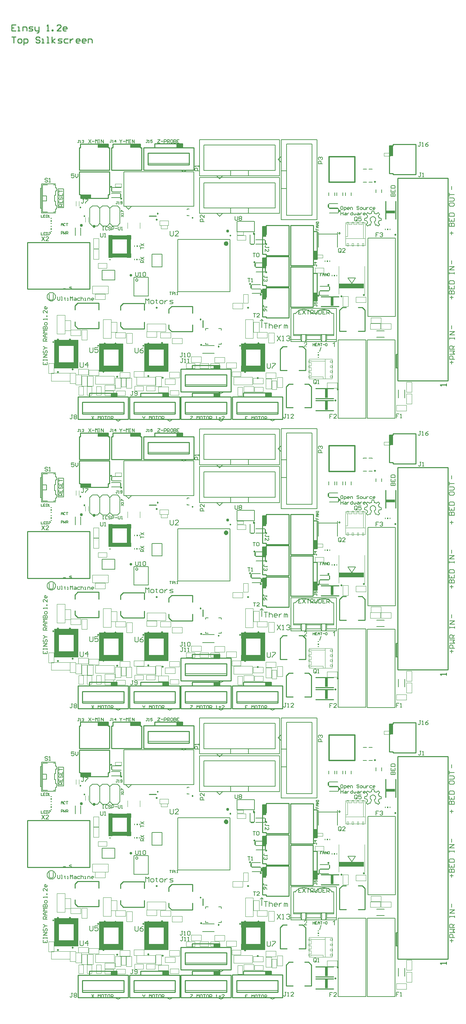
<source format=gto>
G04*
G04 #@! TF.GenerationSoftware,Altium Limited,Altium Designer,21.0.8 (223)*
G04*
G04 Layer_Color=65535*
%FSLAX24Y24*%
%MOIN*%
G70*
G04*
G04 #@! TF.SameCoordinates,E1815635-7A5D-4FD7-A7C0-F7DF1B681885*
G04*
G04*
G04 #@! TF.FilePolarity,Positive*
G04*
G01*
G75*
%ADD10C,0.0070*%
%ADD12C,0.0100*%
%ADD14C,0.0080*%
%ADD77C,0.0060*%
%ADD80C,0.0079*%
%ADD134C,0.0300*%
%ADD164C,0.0039*%
%ADD165C,0.0098*%
%ADD166C,0.0236*%
%ADD167C,0.0050*%
%ADD168C,0.0200*%
%ADD169C,0.0250*%
%ADD170C,0.0197*%
%ADD171C,0.0118*%
%ADD172C,0.0020*%
%ADD173C,0.0004*%
%ADD174C,0.0020*%
%ADD175C,0.0040*%
%ADD176R,0.0295X0.0879*%
%ADD177R,0.2450X0.0492*%
%ADD178R,0.0059X0.0120*%
%ADD179R,0.0060X0.0120*%
%ADD180R,0.0119X0.0120*%
%ADD181R,0.0492X0.2815*%
%ADD182R,0.2421X0.0594*%
%ADD183R,0.0496X0.2819*%
%ADD184R,0.2256X0.0429*%
%ADD185R,0.0433X0.2252*%
%ADD186R,0.2256X0.0441*%
%ADD187R,0.0437X0.2252*%
%ADD188R,0.0120X0.0119*%
%ADD189R,0.0120X0.0060*%
%ADD190R,0.0120X0.0059*%
%ADD191R,0.0879X0.0295*%
G36*
X21826Y96475D02*
X20796D01*
Y96850D01*
X21826D01*
Y96475D01*
D02*
G37*
G36*
X18616D02*
X17586D01*
Y96850D01*
X18616D01*
Y96475D01*
D02*
G37*
G36*
X46993Y95632D02*
X46618D01*
Y96663D01*
X46993D01*
Y95632D01*
D02*
G37*
G36*
X16897Y91440D02*
X15866D01*
Y91815D01*
X16897D01*
Y91440D01*
D02*
G37*
G36*
X34347Y87589D02*
X33972D01*
Y88619D01*
X34347D01*
Y87589D01*
D02*
G37*
G36*
X39409Y85363D02*
X39034D01*
Y86049D01*
X39409D01*
Y85363D01*
D02*
G37*
G36*
X34347Y84478D02*
X33972D01*
Y85509D01*
X34347D01*
Y84478D01*
D02*
G37*
G36*
Y81368D02*
X33972D01*
Y82399D01*
X34347D01*
Y81368D01*
D02*
G37*
G36*
X39399Y81223D02*
X39023D01*
Y81909D01*
X39399D01*
Y81223D01*
D02*
G37*
G36*
X41171Y76618D02*
X41110D01*
Y77005D01*
X41110Y77005D01*
X41109Y77004D01*
X41108Y77003D01*
X41106Y77001D01*
X41104Y77000D01*
X41101Y76997D01*
X41098Y76995D01*
X41095Y76992D01*
X41091Y76989D01*
X41086Y76985D01*
X41082Y76982D01*
X41077Y76978D01*
X41071Y76974D01*
X41065Y76971D01*
X41052Y76963D01*
X41052Y76962D01*
X41051Y76962D01*
X41049Y76961D01*
X41046Y76959D01*
X41043Y76958D01*
X41040Y76956D01*
X41035Y76953D01*
X41031Y76951D01*
X41021Y76946D01*
X41010Y76941D01*
X40999Y76936D01*
X40988Y76932D01*
Y76990D01*
X40989Y76991D01*
X40991Y76991D01*
X40994Y76993D01*
X40997Y76995D01*
X41001Y76997D01*
X41007Y77000D01*
X41012Y77003D01*
X41019Y77006D01*
X41025Y77011D01*
X41033Y77015D01*
X41048Y77025D01*
X41063Y77036D01*
X41078Y77048D01*
X41078Y77049D01*
X41079Y77050D01*
X41081Y77051D01*
X41084Y77054D01*
X41087Y77057D01*
X41091Y77061D01*
X41094Y77065D01*
X41099Y77069D01*
X41103Y77074D01*
X41108Y77080D01*
X41117Y77091D01*
X41125Y77103D01*
X41128Y77109D01*
X41132Y77115D01*
X41171D01*
Y76618D01*
D02*
G37*
G36*
X38278Y77114D02*
X38283Y77114D01*
X38289Y77114D01*
X38296Y77113D01*
X38304Y77112D01*
X38312Y77110D01*
X38321Y77108D01*
X38330Y77105D01*
X38339Y77102D01*
X38349Y77098D01*
X38358Y77093D01*
X38367Y77088D01*
X38376Y77082D01*
X38384Y77075D01*
X38384Y77075D01*
X38386Y77073D01*
X38388Y77071D01*
X38390Y77068D01*
X38393Y77064D01*
X38397Y77060D01*
X38401Y77054D01*
X38405Y77048D01*
X38409Y77041D01*
X38412Y77034D01*
X38416Y77026D01*
X38419Y77017D01*
X38422Y77008D01*
X38424Y76998D01*
X38425Y76988D01*
X38426Y76977D01*
Y76977D01*
Y76976D01*
Y76974D01*
Y76972D01*
X38425Y76969D01*
X38425Y76966D01*
X38425Y76963D01*
X38424Y76959D01*
X38423Y76950D01*
X38421Y76940D01*
X38417Y76929D01*
X38414Y76919D01*
Y76918D01*
X38413Y76917D01*
X38412Y76916D01*
X38411Y76914D01*
X38410Y76911D01*
X38408Y76908D01*
X38406Y76904D01*
X38404Y76900D01*
X38401Y76896D01*
X38399Y76891D01*
X38391Y76881D01*
X38387Y76876D01*
X38383Y76870D01*
X38378Y76864D01*
X38373Y76858D01*
X38373Y76858D01*
X38372Y76857D01*
X38370Y76855D01*
X38368Y76852D01*
X38365Y76849D01*
X38361Y76845D01*
X38356Y76841D01*
X38351Y76835D01*
X38345Y76830D01*
X38338Y76823D01*
X38330Y76816D01*
X38322Y76808D01*
X38312Y76800D01*
X38302Y76791D01*
X38291Y76781D01*
X38279Y76771D01*
X38279Y76771D01*
X38277Y76769D01*
X38274Y76767D01*
X38271Y76764D01*
X38266Y76760D01*
X38261Y76756D01*
X38256Y76751D01*
X38250Y76746D01*
X38238Y76736D01*
X38232Y76730D01*
X38227Y76725D01*
X38221Y76720D01*
X38217Y76716D01*
X38212Y76712D01*
X38209Y76708D01*
X38208Y76708D01*
X38207Y76706D01*
X38204Y76702D01*
X38200Y76698D01*
X38196Y76693D01*
X38192Y76688D01*
X38188Y76682D01*
X38184Y76676D01*
X38426D01*
Y76618D01*
X38099D01*
Y76618D01*
Y76619D01*
Y76620D01*
Y76621D01*
Y76623D01*
X38100Y76625D01*
X38100Y76631D01*
X38101Y76637D01*
X38102Y76644D01*
X38104Y76652D01*
X38106Y76659D01*
Y76660D01*
X38107Y76661D01*
X38107Y76663D01*
X38109Y76665D01*
X38110Y76668D01*
X38111Y76672D01*
X38114Y76676D01*
X38116Y76680D01*
X38118Y76685D01*
X38121Y76690D01*
X38128Y76701D01*
X38136Y76713D01*
X38146Y76725D01*
X38146Y76726D01*
X38148Y76727D01*
X38149Y76729D01*
X38151Y76731D01*
X38154Y76734D01*
X38158Y76738D01*
X38162Y76742D01*
X38167Y76747D01*
X38172Y76752D01*
X38178Y76758D01*
X38184Y76764D01*
X38191Y76771D01*
X38199Y76778D01*
X38207Y76785D01*
X38216Y76792D01*
X38226Y76800D01*
X38226Y76800D01*
X38227Y76801D01*
X38228Y76802D01*
X38229Y76803D01*
X38231Y76805D01*
X38233Y76807D01*
X38238Y76811D01*
X38245Y76817D01*
X38252Y76823D01*
X38261Y76831D01*
X38269Y76838D01*
X38279Y76847D01*
X38288Y76855D01*
X38297Y76864D01*
X38305Y76873D01*
X38314Y76881D01*
X38322Y76890D01*
X38329Y76898D01*
X38334Y76905D01*
X38335Y76906D01*
X38335Y76907D01*
X38337Y76909D01*
X38339Y76912D01*
X38341Y76915D01*
X38343Y76919D01*
X38346Y76924D01*
X38349Y76929D01*
X38351Y76934D01*
X38354Y76940D01*
X38359Y76953D01*
X38361Y76959D01*
X38362Y76966D01*
X38363Y76972D01*
X38363Y76978D01*
Y76979D01*
Y76980D01*
Y76982D01*
X38363Y76985D01*
X38362Y76988D01*
X38362Y76991D01*
X38361Y76995D01*
X38360Y77000D01*
X38358Y77004D01*
X38357Y77009D01*
X38354Y77014D01*
X38352Y77019D01*
X38349Y77025D01*
X38346Y77030D01*
X38342Y77035D01*
X38337Y77039D01*
X38337Y77040D01*
X38336Y77040D01*
X38334Y77041D01*
X38332Y77043D01*
X38330Y77045D01*
X38327Y77047D01*
X38323Y77050D01*
X38319Y77052D01*
X38314Y77054D01*
X38309Y77056D01*
X38304Y77059D01*
X38298Y77060D01*
X38291Y77062D01*
X38285Y77063D01*
X38277Y77064D01*
X38270Y77064D01*
X38266D01*
X38263Y77064D01*
X38259Y77064D01*
X38255Y77063D01*
X38250Y77062D01*
X38245Y77061D01*
X38239Y77060D01*
X38233Y77058D01*
X38228Y77056D01*
X38222Y77053D01*
X38216Y77050D01*
X38210Y77046D01*
X38204Y77043D01*
X38199Y77038D01*
X38199Y77037D01*
X38198Y77037D01*
X38197Y77035D01*
X38196Y77033D01*
X38193Y77030D01*
X38191Y77027D01*
X38189Y77023D01*
X38187Y77019D01*
X38184Y77014D01*
X38182Y77009D01*
X38179Y77003D01*
X38177Y76996D01*
X38176Y76989D01*
X38174Y76982D01*
X38174Y76974D01*
X38173Y76965D01*
X38111Y76972D01*
Y76972D01*
Y76972D01*
X38111Y76973D01*
Y76975D01*
X38111Y76978D01*
X38112Y76983D01*
X38114Y76989D01*
X38115Y76996D01*
X38117Y77003D01*
X38119Y77011D01*
X38122Y77020D01*
X38125Y77028D01*
X38129Y77037D01*
X38134Y77046D01*
X38139Y77055D01*
X38145Y77063D01*
X38151Y77071D01*
X38159Y77078D01*
X38159Y77078D01*
X38160Y77079D01*
X38163Y77082D01*
X38166Y77084D01*
X38170Y77087D01*
X38175Y77090D01*
X38182Y77093D01*
X38188Y77097D01*
X38196Y77100D01*
X38204Y77103D01*
X38214Y77106D01*
X38224Y77109D01*
X38235Y77112D01*
X38246Y77113D01*
X38258Y77114D01*
X38271Y77115D01*
X38274D01*
X38278Y77114D01*
D02*
G37*
G36*
X21826Y67696D02*
X20796D01*
Y68071D01*
X21826D01*
Y67696D01*
D02*
G37*
G36*
X18616D02*
X17586D01*
Y68071D01*
X18616D01*
Y67696D01*
D02*
G37*
G36*
X46993Y66853D02*
X46618D01*
Y67883D01*
X46993D01*
Y66853D01*
D02*
G37*
G36*
X16897Y62661D02*
X15866D01*
Y63036D01*
X16897D01*
Y62661D01*
D02*
G37*
G36*
X34347Y58809D02*
X33972D01*
Y59840D01*
X34347D01*
Y58809D01*
D02*
G37*
G36*
X39409Y56583D02*
X39034D01*
Y57269D01*
X39409D01*
Y56583D01*
D02*
G37*
G36*
X34347Y55699D02*
X33972D01*
Y56729D01*
X34347D01*
Y55699D01*
D02*
G37*
G36*
Y52589D02*
X33972D01*
Y53619D01*
X34347D01*
Y52589D01*
D02*
G37*
G36*
X39399Y52443D02*
X39023D01*
Y53129D01*
X39399D01*
Y52443D01*
D02*
G37*
G36*
X41171Y47838D02*
X41110D01*
Y48225D01*
X41110Y48225D01*
X41109Y48224D01*
X41108Y48223D01*
X41106Y48222D01*
X41104Y48220D01*
X41101Y48218D01*
X41098Y48215D01*
X41095Y48212D01*
X41091Y48209D01*
X41086Y48206D01*
X41082Y48202D01*
X41077Y48199D01*
X41071Y48195D01*
X41065Y48191D01*
X41052Y48183D01*
X41052Y48183D01*
X41051Y48182D01*
X41049Y48181D01*
X41046Y48180D01*
X41043Y48178D01*
X41040Y48176D01*
X41035Y48174D01*
X41031Y48171D01*
X41021Y48166D01*
X41010Y48161D01*
X40999Y48156D01*
X40988Y48152D01*
Y48211D01*
X40989Y48211D01*
X40991Y48212D01*
X40994Y48213D01*
X40997Y48215D01*
X41001Y48217D01*
X41007Y48220D01*
X41012Y48223D01*
X41019Y48227D01*
X41025Y48231D01*
X41033Y48235D01*
X41048Y48245D01*
X41063Y48257D01*
X41078Y48269D01*
X41078Y48269D01*
X41079Y48270D01*
X41081Y48272D01*
X41084Y48274D01*
X41087Y48278D01*
X41091Y48281D01*
X41094Y48286D01*
X41099Y48290D01*
X41103Y48295D01*
X41108Y48300D01*
X41117Y48311D01*
X41125Y48323D01*
X41128Y48329D01*
X41132Y48335D01*
X41171D01*
Y47838D01*
D02*
G37*
G36*
X38278Y48335D02*
X38283Y48335D01*
X38289Y48334D01*
X38296Y48333D01*
X38304Y48332D01*
X38312Y48330D01*
X38321Y48328D01*
X38330Y48326D01*
X38339Y48322D01*
X38349Y48318D01*
X38358Y48314D01*
X38367Y48309D01*
X38376Y48303D01*
X38384Y48296D01*
X38384Y48295D01*
X38386Y48294D01*
X38388Y48292D01*
X38390Y48288D01*
X38393Y48285D01*
X38397Y48280D01*
X38401Y48275D01*
X38405Y48269D01*
X38409Y48262D01*
X38412Y48254D01*
X38416Y48246D01*
X38419Y48238D01*
X38422Y48228D01*
X38424Y48219D01*
X38425Y48208D01*
X38426Y48197D01*
Y48197D01*
Y48196D01*
Y48195D01*
Y48192D01*
X38425Y48190D01*
X38425Y48187D01*
X38425Y48183D01*
X38424Y48179D01*
X38423Y48170D01*
X38421Y48160D01*
X38417Y48150D01*
X38414Y48139D01*
Y48139D01*
X38413Y48138D01*
X38412Y48136D01*
X38411Y48134D01*
X38410Y48132D01*
X38408Y48128D01*
X38406Y48125D01*
X38404Y48121D01*
X38401Y48117D01*
X38399Y48112D01*
X38391Y48102D01*
X38387Y48096D01*
X38383Y48090D01*
X38378Y48085D01*
X38373Y48079D01*
X38373Y48078D01*
X38372Y48077D01*
X38370Y48075D01*
X38368Y48073D01*
X38365Y48070D01*
X38361Y48066D01*
X38356Y48061D01*
X38351Y48056D01*
X38345Y48050D01*
X38338Y48044D01*
X38330Y48036D01*
X38322Y48028D01*
X38312Y48020D01*
X38302Y48011D01*
X38291Y48002D01*
X38279Y47992D01*
X38279Y47991D01*
X38277Y47989D01*
X38274Y47987D01*
X38271Y47984D01*
X38266Y47981D01*
X38261Y47976D01*
X38256Y47972D01*
X38250Y47967D01*
X38238Y47956D01*
X38232Y47951D01*
X38227Y47946D01*
X38221Y47941D01*
X38217Y47936D01*
X38212Y47933D01*
X38209Y47929D01*
X38208Y47928D01*
X38207Y47926D01*
X38204Y47923D01*
X38200Y47919D01*
X38196Y47914D01*
X38192Y47909D01*
X38188Y47902D01*
X38184Y47896D01*
X38426D01*
Y47838D01*
X38099D01*
Y47838D01*
Y47839D01*
Y47840D01*
Y47842D01*
Y47844D01*
X38100Y47846D01*
X38100Y47852D01*
X38101Y47858D01*
X38102Y47865D01*
X38104Y47872D01*
X38106Y47880D01*
Y47880D01*
X38107Y47881D01*
X38107Y47883D01*
X38109Y47886D01*
X38110Y47889D01*
X38111Y47892D01*
X38114Y47896D01*
X38116Y47901D01*
X38118Y47906D01*
X38121Y47911D01*
X38128Y47922D01*
X38136Y47934D01*
X38146Y47946D01*
X38146Y47946D01*
X38148Y47947D01*
X38149Y47949D01*
X38151Y47952D01*
X38154Y47955D01*
X38158Y47958D01*
X38162Y47963D01*
X38167Y47967D01*
X38172Y47973D01*
X38178Y47978D01*
X38184Y47984D01*
X38191Y47991D01*
X38199Y47998D01*
X38207Y48005D01*
X38216Y48013D01*
X38226Y48021D01*
X38226Y48021D01*
X38227Y48021D01*
X38228Y48022D01*
X38229Y48023D01*
X38231Y48025D01*
X38233Y48027D01*
X38238Y48032D01*
X38245Y48037D01*
X38252Y48044D01*
X38261Y48051D01*
X38269Y48059D01*
X38279Y48067D01*
X38288Y48076D01*
X38297Y48084D01*
X38305Y48093D01*
X38314Y48102D01*
X38322Y48110D01*
X38329Y48118D01*
X38334Y48126D01*
X38335Y48126D01*
X38335Y48128D01*
X38337Y48130D01*
X38339Y48132D01*
X38341Y48136D01*
X38343Y48140D01*
X38346Y48144D01*
X38349Y48149D01*
X38351Y48155D01*
X38354Y48161D01*
X38359Y48173D01*
X38361Y48180D01*
X38362Y48186D01*
X38363Y48192D01*
X38363Y48199D01*
Y48199D01*
Y48201D01*
Y48202D01*
X38363Y48205D01*
X38362Y48208D01*
X38362Y48212D01*
X38361Y48216D01*
X38360Y48220D01*
X38358Y48225D01*
X38357Y48230D01*
X38354Y48235D01*
X38352Y48240D01*
X38349Y48245D01*
X38346Y48250D01*
X38342Y48255D01*
X38337Y48260D01*
X38337Y48260D01*
X38336Y48261D01*
X38334Y48262D01*
X38332Y48264D01*
X38330Y48265D01*
X38327Y48268D01*
X38323Y48270D01*
X38319Y48272D01*
X38314Y48275D01*
X38309Y48277D01*
X38304Y48279D01*
X38298Y48281D01*
X38291Y48283D01*
X38285Y48284D01*
X38277Y48284D01*
X38270Y48285D01*
X38266D01*
X38263Y48284D01*
X38259Y48284D01*
X38255Y48283D01*
X38250Y48283D01*
X38245Y48282D01*
X38239Y48280D01*
X38233Y48278D01*
X38228Y48276D01*
X38222Y48274D01*
X38216Y48271D01*
X38210Y48267D01*
X38204Y48263D01*
X38199Y48258D01*
X38199Y48258D01*
X38198Y48257D01*
X38197Y48255D01*
X38196Y48254D01*
X38193Y48251D01*
X38191Y48248D01*
X38189Y48244D01*
X38187Y48239D01*
X38184Y48235D01*
X38182Y48229D01*
X38179Y48223D01*
X38177Y48217D01*
X38176Y48210D01*
X38174Y48202D01*
X38174Y48194D01*
X38173Y48186D01*
X38111Y48192D01*
Y48192D01*
Y48193D01*
X38111Y48194D01*
Y48195D01*
X38111Y48199D01*
X38112Y48204D01*
X38114Y48209D01*
X38115Y48216D01*
X38117Y48224D01*
X38119Y48231D01*
X38122Y48240D01*
X38125Y48249D01*
X38129Y48258D01*
X38134Y48267D01*
X38139Y48275D01*
X38145Y48283D01*
X38151Y48291D01*
X38159Y48298D01*
X38159Y48299D01*
X38160Y48300D01*
X38163Y48302D01*
X38166Y48304D01*
X38170Y48307D01*
X38175Y48310D01*
X38182Y48313D01*
X38188Y48317D01*
X38196Y48320D01*
X38204Y48323D01*
X38214Y48327D01*
X38224Y48330D01*
X38235Y48332D01*
X38246Y48334D01*
X38258Y48335D01*
X38271Y48335D01*
X38274D01*
X38278Y48335D01*
D02*
G37*
G36*
X21826Y38916D02*
X20796D01*
Y39291D01*
X21826D01*
Y38916D01*
D02*
G37*
G36*
X18616D02*
X17586D01*
Y39291D01*
X18616D01*
Y38916D01*
D02*
G37*
G36*
X46993Y38073D02*
X46618D01*
Y39104D01*
X46993D01*
Y38073D01*
D02*
G37*
G36*
X16897Y33881D02*
X15866D01*
Y34256D01*
X16897D01*
Y33881D01*
D02*
G37*
G36*
X34347Y30030D02*
X33972D01*
Y31060D01*
X34347D01*
Y30030D01*
D02*
G37*
G36*
X39409Y27803D02*
X39034D01*
Y28490D01*
X39409D01*
Y27803D01*
D02*
G37*
G36*
X34347Y26919D02*
X33972D01*
Y27950D01*
X34347D01*
Y26919D01*
D02*
G37*
G36*
Y23809D02*
X33972D01*
Y24840D01*
X34347D01*
Y23809D01*
D02*
G37*
G36*
X39399Y23663D02*
X39023D01*
Y24350D01*
X39399D01*
Y23663D01*
D02*
G37*
G36*
X41171Y19059D02*
X41110D01*
Y19446D01*
X41110Y19446D01*
X41109Y19445D01*
X41108Y19444D01*
X41106Y19442D01*
X41104Y19440D01*
X41101Y19438D01*
X41098Y19435D01*
X41095Y19433D01*
X41091Y19430D01*
X41086Y19426D01*
X41082Y19423D01*
X41077Y19419D01*
X41071Y19415D01*
X41065Y19411D01*
X41052Y19404D01*
X41052Y19403D01*
X41051Y19403D01*
X41049Y19401D01*
X41046Y19400D01*
X41043Y19399D01*
X41040Y19396D01*
X41035Y19394D01*
X41031Y19392D01*
X41021Y19387D01*
X41010Y19382D01*
X40999Y19377D01*
X40988Y19372D01*
Y19431D01*
X40989Y19432D01*
X40991Y19432D01*
X40994Y19434D01*
X40997Y19435D01*
X41001Y19438D01*
X41007Y19440D01*
X41012Y19444D01*
X41019Y19447D01*
X41025Y19452D01*
X41033Y19456D01*
X41048Y19466D01*
X41063Y19477D01*
X41078Y19489D01*
X41078Y19490D01*
X41079Y19491D01*
X41081Y19492D01*
X41084Y19495D01*
X41087Y19498D01*
X41091Y19502D01*
X41094Y19506D01*
X41099Y19510D01*
X41103Y19515D01*
X41108Y19521D01*
X41117Y19532D01*
X41125Y19544D01*
X41128Y19550D01*
X41132Y19556D01*
X41171D01*
Y19059D01*
D02*
G37*
G36*
X38278Y19555D02*
X38283Y19555D01*
X38289Y19555D01*
X38296Y19554D01*
X38304Y19553D01*
X38312Y19551D01*
X38321Y19549D01*
X38330Y19546D01*
X38339Y19543D01*
X38349Y19539D01*
X38358Y19534D01*
X38367Y19529D01*
X38376Y19523D01*
X38384Y19516D01*
X38384Y19516D01*
X38386Y19514D01*
X38388Y19512D01*
X38390Y19509D01*
X38393Y19505D01*
X38397Y19501D01*
X38401Y19495D01*
X38405Y19489D01*
X38409Y19482D01*
X38412Y19475D01*
X38416Y19467D01*
X38419Y19458D01*
X38422Y19449D01*
X38424Y19439D01*
X38425Y19429D01*
X38426Y19418D01*
Y19418D01*
Y19417D01*
Y19415D01*
Y19413D01*
X38425Y19410D01*
X38425Y19407D01*
X38425Y19404D01*
X38424Y19400D01*
X38423Y19391D01*
X38421Y19381D01*
X38417Y19370D01*
X38414Y19360D01*
Y19359D01*
X38413Y19358D01*
X38412Y19357D01*
X38411Y19355D01*
X38410Y19352D01*
X38408Y19349D01*
X38406Y19345D01*
X38404Y19341D01*
X38401Y19337D01*
X38399Y19332D01*
X38391Y19322D01*
X38387Y19317D01*
X38383Y19311D01*
X38378Y19305D01*
X38373Y19299D01*
X38373Y19299D01*
X38372Y19298D01*
X38370Y19296D01*
X38368Y19293D01*
X38365Y19290D01*
X38361Y19286D01*
X38356Y19282D01*
X38351Y19276D01*
X38345Y19270D01*
X38338Y19264D01*
X38330Y19257D01*
X38322Y19249D01*
X38312Y19241D01*
X38302Y19232D01*
X38291Y19222D01*
X38279Y19212D01*
X38279Y19212D01*
X38277Y19210D01*
X38274Y19208D01*
X38271Y19205D01*
X38266Y19201D01*
X38261Y19197D01*
X38256Y19192D01*
X38250Y19187D01*
X38238Y19177D01*
X38232Y19171D01*
X38227Y19166D01*
X38221Y19161D01*
X38217Y19157D01*
X38212Y19153D01*
X38209Y19149D01*
X38208Y19149D01*
X38207Y19147D01*
X38204Y19143D01*
X38200Y19139D01*
X38196Y19134D01*
X38192Y19129D01*
X38188Y19123D01*
X38184Y19117D01*
X38426D01*
Y19059D01*
X38099D01*
Y19059D01*
Y19060D01*
Y19061D01*
Y19062D01*
Y19064D01*
X38100Y19066D01*
X38100Y19072D01*
X38101Y19078D01*
X38102Y19085D01*
X38104Y19093D01*
X38106Y19100D01*
Y19101D01*
X38107Y19102D01*
X38107Y19104D01*
X38109Y19106D01*
X38110Y19109D01*
X38111Y19113D01*
X38114Y19117D01*
X38116Y19121D01*
X38118Y19126D01*
X38121Y19131D01*
X38128Y19142D01*
X38136Y19154D01*
X38146Y19166D01*
X38146Y19167D01*
X38148Y19168D01*
X38149Y19169D01*
X38151Y19172D01*
X38154Y19175D01*
X38158Y19179D01*
X38162Y19183D01*
X38167Y19188D01*
X38172Y19193D01*
X38178Y19199D01*
X38184Y19205D01*
X38191Y19212D01*
X38199Y19219D01*
X38207Y19226D01*
X38216Y19233D01*
X38226Y19241D01*
X38226Y19241D01*
X38227Y19242D01*
X38228Y19243D01*
X38229Y19244D01*
X38231Y19246D01*
X38233Y19248D01*
X38238Y19252D01*
X38245Y19258D01*
X38252Y19264D01*
X38261Y19272D01*
X38269Y19279D01*
X38279Y19288D01*
X38288Y19296D01*
X38297Y19305D01*
X38305Y19314D01*
X38314Y19322D01*
X38322Y19331D01*
X38329Y19339D01*
X38334Y19346D01*
X38335Y19347D01*
X38335Y19348D01*
X38337Y19350D01*
X38339Y19353D01*
X38341Y19356D01*
X38343Y19360D01*
X38346Y19365D01*
X38349Y19370D01*
X38351Y19375D01*
X38354Y19381D01*
X38359Y19394D01*
X38361Y19400D01*
X38362Y19406D01*
X38363Y19413D01*
X38363Y19419D01*
Y19420D01*
Y19421D01*
Y19423D01*
X38363Y19425D01*
X38362Y19429D01*
X38362Y19432D01*
X38361Y19436D01*
X38360Y19440D01*
X38358Y19445D01*
X38357Y19450D01*
X38354Y19455D01*
X38352Y19460D01*
X38349Y19466D01*
X38346Y19471D01*
X38342Y19476D01*
X38337Y19480D01*
X38337Y19481D01*
X38336Y19481D01*
X38334Y19482D01*
X38332Y19484D01*
X38330Y19486D01*
X38327Y19488D01*
X38323Y19491D01*
X38319Y19493D01*
X38314Y19495D01*
X38309Y19497D01*
X38304Y19500D01*
X38298Y19501D01*
X38291Y19503D01*
X38285Y19504D01*
X38277Y19505D01*
X38270Y19505D01*
X38266D01*
X38263Y19505D01*
X38259Y19505D01*
X38255Y19504D01*
X38250Y19503D01*
X38245Y19502D01*
X38239Y19501D01*
X38233Y19499D01*
X38228Y19497D01*
X38222Y19494D01*
X38216Y19491D01*
X38210Y19487D01*
X38204Y19483D01*
X38199Y19479D01*
X38199Y19478D01*
X38198Y19478D01*
X38197Y19476D01*
X38196Y19474D01*
X38193Y19471D01*
X38191Y19468D01*
X38189Y19464D01*
X38187Y19460D01*
X38184Y19455D01*
X38182Y19449D01*
X38179Y19444D01*
X38177Y19437D01*
X38176Y19430D01*
X38174Y19423D01*
X38174Y19415D01*
X38173Y19406D01*
X38111Y19413D01*
Y19413D01*
Y19413D01*
X38111Y19414D01*
Y19416D01*
X38111Y19419D01*
X38112Y19424D01*
X38114Y19430D01*
X38115Y19437D01*
X38117Y19444D01*
X38119Y19452D01*
X38122Y19461D01*
X38125Y19469D01*
X38129Y19478D01*
X38134Y19487D01*
X38139Y19496D01*
X38145Y19504D01*
X38151Y19512D01*
X38159Y19519D01*
X38159Y19519D01*
X38160Y19520D01*
X38163Y19522D01*
X38166Y19525D01*
X38170Y19527D01*
X38175Y19531D01*
X38182Y19534D01*
X38188Y19538D01*
X38196Y19541D01*
X38204Y19544D01*
X38214Y19547D01*
X38224Y19550D01*
X38235Y19553D01*
X38246Y19554D01*
X38258Y19555D01*
X38271Y19556D01*
X38274D01*
X38278Y19555D01*
D02*
G37*
G54D10*
X46783Y34061D02*
X47183D01*
Y34261D01*
X47116Y34327D01*
X47049D01*
X46983Y34261D01*
Y34061D01*
Y34261D01*
X46916Y34327D01*
X46850D01*
X46783Y34261D01*
Y34061D01*
Y34727D02*
Y34461D01*
X47183D01*
Y34727D01*
X46983Y34461D02*
Y34594D01*
X46783Y34860D02*
X47183D01*
Y35060D01*
X47116Y35127D01*
X46850D01*
X46783Y35060D01*
Y34860D01*
X13578Y24064D02*
Y23764D01*
X13638Y23704D01*
X13758D01*
X13818Y23764D01*
Y24064D01*
X13938Y23704D02*
X14058D01*
X13998D01*
Y24064D01*
X13938D01*
X14298Y24004D02*
Y23944D01*
X14238D01*
X14358D01*
X14298D01*
Y23764D01*
X14358Y23704D01*
X14538D02*
X14658D01*
X14598D01*
Y23944D01*
X14538D01*
X14838Y23704D02*
Y24064D01*
X14958Y23944D01*
X15078Y24064D01*
Y23704D01*
X15258Y23944D02*
X15378D01*
X15438Y23884D01*
Y23704D01*
X15258D01*
X15198Y23764D01*
X15258Y23824D01*
X15438D01*
X15798Y23944D02*
X15618D01*
X15558Y23884D01*
Y23764D01*
X15618Y23704D01*
X15798D01*
X15918Y24064D02*
Y23704D01*
Y23884D01*
X15978Y23944D01*
X16098D01*
X16158Y23884D01*
Y23704D01*
X16277D02*
X16397D01*
X16337D01*
Y23944D01*
X16277D01*
X16577Y23704D02*
Y23944D01*
X16757D01*
X16817Y23884D01*
Y23704D01*
X17117D02*
X16997D01*
X16937Y23764D01*
Y23884D01*
X16997Y23944D01*
X17117D01*
X17177Y23884D01*
Y23824D01*
X16937D01*
X15228Y36321D02*
X14961D01*
Y36121D01*
X15094Y36188D01*
X15161D01*
X15228Y36121D01*
Y35988D01*
X15161Y35921D01*
X15028D01*
X14961Y35988D01*
X15361Y36321D02*
Y36054D01*
X15494Y35921D01*
X15627Y36054D01*
Y36321D01*
X37835Y22748D02*
X37569D01*
Y22348D01*
X37835D01*
X37569Y22548D02*
X37702D01*
X37968Y22748D02*
X38235Y22348D01*
Y22748D02*
X37968Y22348D01*
X38368Y22748D02*
X38635D01*
X38502D01*
Y22348D01*
X38768D02*
Y22748D01*
X38968D01*
X39035Y22682D01*
Y22548D01*
X38968Y22482D01*
X38768D01*
X38901D02*
X39035Y22348D01*
X39168Y22748D02*
Y22415D01*
X39235Y22348D01*
X39368D01*
X39435Y22415D01*
Y22748D01*
X39568D02*
Y22348D01*
X39768D01*
X39834Y22415D01*
Y22682D01*
X39768Y22748D01*
X39568D01*
X40234D02*
X39968D01*
Y22348D01*
X40234D01*
X39968Y22548D02*
X40101D01*
X40368Y22348D02*
Y22748D01*
X40568D01*
X40634Y22682D01*
Y22548D01*
X40568Y22482D01*
X40368D01*
X40501D02*
X40634Y22348D01*
X49765Y36398D02*
X49632D01*
X49698D01*
Y36065D01*
X49632Y35998D01*
X49565D01*
X49499Y36065D01*
X49898Y35998D02*
X50032D01*
X49965D01*
Y36398D01*
X49898Y36332D01*
X17861Y30411D02*
Y30078D01*
X17928Y30011D01*
X18061D01*
X18128Y30078D01*
Y30411D01*
X18261Y30011D02*
X18394D01*
X18328D01*
Y30411D01*
X18261Y30344D01*
X36338Y12391D02*
X36204D01*
X36271D01*
Y12058D01*
X36204Y11991D01*
X36138D01*
X36071Y12058D01*
X36471Y11991D02*
X36604D01*
X36538D01*
Y12391D01*
X36471Y12324D01*
X37071Y11991D02*
X36804D01*
X37071Y12258D01*
Y12324D01*
X37004Y12391D01*
X36871D01*
X36804Y12324D01*
X26089Y17911D02*
X25956D01*
X26022D01*
Y17578D01*
X25956Y17512D01*
X25889D01*
X25822Y17578D01*
X26222Y17512D02*
X26356D01*
X26289D01*
Y17911D01*
X26222Y17845D01*
X26556Y17512D02*
X26689D01*
X26622D01*
Y17911D01*
X26556Y17845D01*
X26038Y18459D02*
X25905D01*
X25971D01*
Y18125D01*
X25905Y18059D01*
X25838D01*
X25771Y18125D01*
X26171Y18059D02*
X26304D01*
X26238D01*
Y18459D01*
X26171Y18392D01*
X26504D02*
X26571Y18459D01*
X26704D01*
X26771Y18392D01*
Y18125D01*
X26704Y18059D01*
X26571D01*
X26504Y18125D01*
Y18392D01*
X21098Y14631D02*
X20964D01*
X21031D01*
Y14298D01*
X20964Y14231D01*
X20898D01*
X20831Y14298D01*
X21231D02*
X21298Y14231D01*
X21431D01*
X21497Y14298D01*
Y14564D01*
X21431Y14631D01*
X21298D01*
X21231Y14564D01*
Y14498D01*
X21298Y14431D01*
X21497D01*
X15088Y12311D02*
X14954D01*
X15021D01*
Y11978D01*
X14954Y11911D01*
X14888D01*
X14821Y11978D01*
X15221Y12244D02*
X15288Y12311D01*
X15421D01*
X15487Y12244D01*
Y12178D01*
X15421Y12111D01*
X15487Y12044D01*
Y11978D01*
X15421Y11911D01*
X15288D01*
X15221Y11978D01*
Y12044D01*
X15288Y12111D01*
X15221Y12178D01*
Y12244D01*
X15288Y12111D02*
X15421D01*
X41805Y28528D02*
Y28794D01*
X41738Y28861D01*
X41605D01*
X41539Y28794D01*
Y28528D01*
X41605Y28461D01*
X41738D01*
X41672Y28594D02*
X41805Y28461D01*
X41738D02*
X41805Y28528D01*
X42205Y28461D02*
X41938D01*
X42205Y28728D01*
Y28794D01*
X42138Y28861D01*
X42005D01*
X41938Y28794D01*
X39358Y15468D02*
Y15734D01*
X39291Y15801D01*
X39158D01*
X39091Y15734D01*
Y15468D01*
X39158Y15401D01*
X39291D01*
X39224Y15534D02*
X39358Y15401D01*
X39291D02*
X39358Y15468D01*
X39491Y15401D02*
X39624D01*
X39558D01*
Y15801D01*
X39491Y15734D01*
X12595Y35812D02*
X12528Y35878D01*
X12395D01*
X12328Y35812D01*
Y35745D01*
X12395Y35678D01*
X12528D01*
X12595Y35612D01*
Y35545D01*
X12528Y35478D01*
X12395D01*
X12328Y35545D01*
X12728Y35478D02*
X12862D01*
X12795D01*
Y35878D01*
X12728Y35812D01*
X12021Y30041D02*
X12288Y29641D01*
Y30041D02*
X12021Y29641D01*
X12687D02*
X12421D01*
X12687Y29908D01*
Y29974D01*
X12621Y30041D01*
X12488D01*
X12421Y29974D01*
X43405Y31685D02*
Y31952D01*
X43338Y32018D01*
X43205D01*
X43138Y31952D01*
Y31685D01*
X43205Y31618D01*
X43338D01*
X43272Y31752D02*
X43405Y31618D01*
X43338D02*
X43405Y31685D01*
X43805Y32018D02*
X43538D01*
Y31818D01*
X43672Y31885D01*
X43738D01*
X43805Y31818D01*
Y31685D01*
X43738Y31618D01*
X43605D01*
X43538Y31685D01*
X21358Y26498D02*
Y26165D01*
X21425Y26098D01*
X21558D01*
X21625Y26165D01*
Y26498D01*
X21758Y26098D02*
X21892D01*
X21825D01*
Y26498D01*
X21758Y26432D01*
X22092D02*
X22158Y26498D01*
X22292D01*
X22358Y26432D01*
Y26165D01*
X22292Y26098D01*
X22158D01*
X22092Y26165D01*
Y26432D01*
X40955Y12358D02*
X40689D01*
Y12158D01*
X40822D01*
X40689D01*
Y11959D01*
X41355D02*
X41088D01*
X41355Y12225D01*
Y12292D01*
X41288Y12358D01*
X41155D01*
X41088Y12292D01*
X45548Y30431D02*
X45281D01*
Y30231D01*
X45414D01*
X45281D01*
Y30031D01*
X45681Y30364D02*
X45748Y30431D01*
X45881D01*
X45947Y30364D01*
Y30298D01*
X45881Y30231D01*
X45814D01*
X45881D01*
X45947Y30164D01*
Y30098D01*
X45881Y30031D01*
X45748D01*
X45681Y30098D01*
X39959Y37318D02*
X39559D01*
Y37518D01*
X39625Y37585D01*
X39759D01*
X39825Y37518D01*
Y37318D01*
X39625Y37718D02*
X39559Y37785D01*
Y37918D01*
X39625Y37985D01*
X39692D01*
X39759Y37918D01*
Y37852D01*
Y37918D01*
X39825Y37985D01*
X39892D01*
X39959Y37918D01*
Y37785D01*
X39892Y37718D01*
X27637Y36610D02*
X27238D01*
Y36810D01*
X27304Y36876D01*
X27437D01*
X27504Y36810D01*
Y36610D01*
X27637Y37010D02*
Y37143D01*
Y37076D01*
X27238D01*
X27304Y37010D01*
X28193Y31531D02*
X27793D01*
Y31731D01*
X27859Y31798D01*
X27993D01*
X28059Y31731D01*
Y31531D01*
X28193Y32198D02*
Y31931D01*
X27926Y32198D01*
X27859D01*
X27793Y32131D01*
Y31998D01*
X27859Y31931D01*
X31251Y32071D02*
Y31738D01*
X31317Y31671D01*
X31451D01*
X31517Y31738D01*
Y32071D01*
X31650Y32005D02*
X31717Y32071D01*
X31850D01*
X31917Y32005D01*
Y31938D01*
X31850Y31871D01*
X31917Y31805D01*
Y31738D01*
X31850Y31671D01*
X31717D01*
X31650Y31738D01*
Y31805D01*
X31717Y31871D01*
X31650Y31938D01*
Y32005D01*
X31717Y31871D02*
X31850D01*
X49735Y39438D02*
X49602D01*
X49668D01*
Y39105D01*
X49602Y39039D01*
X49535D01*
X49468Y39105D01*
X49868Y39039D02*
X50002D01*
X49935D01*
Y39438D01*
X49868Y39372D01*
X50468Y39438D02*
X50335Y39372D01*
X50202Y39238D01*
Y39105D01*
X50268Y39039D01*
X50402D01*
X50468Y39105D01*
Y39172D01*
X50402Y39238D01*
X50202D01*
X47565Y12398D02*
X47298D01*
Y12198D01*
X47432D01*
X47298D01*
Y11998D01*
X47698D02*
X47832D01*
X47765D01*
Y12398D01*
X47698Y12332D01*
X46783Y62840D02*
X47183D01*
Y63040D01*
X47116Y63107D01*
X47049D01*
X46983Y63040D01*
Y62840D01*
Y63040D01*
X46916Y63107D01*
X46850D01*
X46783Y63040D01*
Y62840D01*
Y63507D02*
Y63240D01*
X47183D01*
Y63507D01*
X46983Y63240D02*
Y63373D01*
X46783Y63640D02*
X47183D01*
Y63840D01*
X47116Y63907D01*
X46850D01*
X46783Y63840D01*
Y63640D01*
X13578Y52844D02*
Y52544D01*
X13638Y52484D01*
X13758D01*
X13818Y52544D01*
Y52844D01*
X13938Y52484D02*
X14058D01*
X13998D01*
Y52844D01*
X13938D01*
X14298Y52784D02*
Y52724D01*
X14238D01*
X14358D01*
X14298D01*
Y52544D01*
X14358Y52484D01*
X14538D02*
X14658D01*
X14598D01*
Y52724D01*
X14538D01*
X14838Y52484D02*
Y52844D01*
X14958Y52724D01*
X15078Y52844D01*
Y52484D01*
X15258Y52724D02*
X15378D01*
X15438Y52664D01*
Y52484D01*
X15258D01*
X15198Y52544D01*
X15258Y52604D01*
X15438D01*
X15798Y52724D02*
X15618D01*
X15558Y52664D01*
Y52544D01*
X15618Y52484D01*
X15798D01*
X15918Y52844D02*
Y52484D01*
Y52664D01*
X15978Y52724D01*
X16098D01*
X16158Y52664D01*
Y52484D01*
X16277D02*
X16397D01*
X16337D01*
Y52724D01*
X16277D01*
X16577Y52484D02*
Y52724D01*
X16757D01*
X16817Y52664D01*
Y52484D01*
X17117D02*
X16997D01*
X16937Y52544D01*
Y52664D01*
X16997Y52724D01*
X17117D01*
X17177Y52664D01*
Y52604D01*
X16937D01*
X15228Y65100D02*
X14961D01*
Y64900D01*
X15094Y64967D01*
X15161D01*
X15228Y64900D01*
Y64767D01*
X15161Y64701D01*
X15028D01*
X14961Y64767D01*
X15361Y65100D02*
Y64834D01*
X15494Y64701D01*
X15627Y64834D01*
Y65100D01*
X37835Y51528D02*
X37569D01*
Y51128D01*
X37835D01*
X37569Y51328D02*
X37702D01*
X37968Y51528D02*
X38235Y51128D01*
Y51528D02*
X37968Y51128D01*
X38368Y51528D02*
X38635D01*
X38502D01*
Y51128D01*
X38768D02*
Y51528D01*
X38968D01*
X39035Y51461D01*
Y51328D01*
X38968Y51261D01*
X38768D01*
X38901D02*
X39035Y51128D01*
X39168Y51528D02*
Y51195D01*
X39235Y51128D01*
X39368D01*
X39435Y51195D01*
Y51528D01*
X39568D02*
Y51128D01*
X39768D01*
X39834Y51195D01*
Y51461D01*
X39768Y51528D01*
X39568D01*
X40234D02*
X39968D01*
Y51128D01*
X40234D01*
X39968Y51328D02*
X40101D01*
X40368Y51128D02*
Y51528D01*
X40568D01*
X40634Y51461D01*
Y51328D01*
X40568Y51261D01*
X40368D01*
X40501D02*
X40634Y51128D01*
X49765Y65178D02*
X49632D01*
X49698D01*
Y64845D01*
X49632Y64778D01*
X49565D01*
X49499Y64845D01*
X49898Y64778D02*
X50032D01*
X49965D01*
Y65178D01*
X49898Y65111D01*
X17861Y59190D02*
Y58857D01*
X17928Y58791D01*
X18061D01*
X18128Y58857D01*
Y59190D01*
X18261Y58791D02*
X18394D01*
X18328D01*
Y59190D01*
X18261Y59124D01*
X36338Y41170D02*
X36204D01*
X36271D01*
Y40837D01*
X36204Y40771D01*
X36138D01*
X36071Y40837D01*
X36471Y40771D02*
X36604D01*
X36538D01*
Y41170D01*
X36471Y41104D01*
X37071Y40771D02*
X36804D01*
X37071Y41037D01*
Y41104D01*
X37004Y41170D01*
X36871D01*
X36804Y41104D01*
X26089Y46691D02*
X25956D01*
X26022D01*
Y46358D01*
X25956Y46291D01*
X25889D01*
X25822Y46358D01*
X26222Y46291D02*
X26356D01*
X26289D01*
Y46691D01*
X26222Y46624D01*
X26556Y46291D02*
X26689D01*
X26622D01*
Y46691D01*
X26556Y46624D01*
X26038Y47238D02*
X25905D01*
X25971D01*
Y46905D01*
X25905Y46838D01*
X25838D01*
X25771Y46905D01*
X26171Y46838D02*
X26304D01*
X26238D01*
Y47238D01*
X26171Y47172D01*
X26504D02*
X26571Y47238D01*
X26704D01*
X26771Y47172D01*
Y46905D01*
X26704Y46838D01*
X26571D01*
X26504Y46905D01*
Y47172D01*
X21098Y43410D02*
X20964D01*
X21031D01*
Y43077D01*
X20964Y43011D01*
X20898D01*
X20831Y43077D01*
X21231D02*
X21298Y43011D01*
X21431D01*
X21497Y43077D01*
Y43344D01*
X21431Y43410D01*
X21298D01*
X21231Y43344D01*
Y43277D01*
X21298Y43210D01*
X21497D01*
X15088Y41090D02*
X14954D01*
X15021D01*
Y40757D01*
X14954Y40691D01*
X14888D01*
X14821Y40757D01*
X15221Y41024D02*
X15288Y41090D01*
X15421D01*
X15487Y41024D01*
Y40957D01*
X15421Y40890D01*
X15487Y40824D01*
Y40757D01*
X15421Y40691D01*
X15288D01*
X15221Y40757D01*
Y40824D01*
X15288Y40890D01*
X15221Y40957D01*
Y41024D01*
X15288Y40890D02*
X15421D01*
X41805Y57307D02*
Y57574D01*
X41738Y57640D01*
X41605D01*
X41539Y57574D01*
Y57307D01*
X41605Y57241D01*
X41738D01*
X41672Y57374D02*
X41805Y57241D01*
X41738D02*
X41805Y57307D01*
X42205Y57241D02*
X41938D01*
X42205Y57507D01*
Y57574D01*
X42138Y57640D01*
X42005D01*
X41938Y57574D01*
X39358Y44247D02*
Y44514D01*
X39291Y44580D01*
X39158D01*
X39091Y44514D01*
Y44247D01*
X39158Y44181D01*
X39291D01*
X39224Y44314D02*
X39358Y44181D01*
X39291D02*
X39358Y44247D01*
X39491Y44181D02*
X39624D01*
X39558D01*
Y44580D01*
X39491Y44514D01*
X12595Y64591D02*
X12528Y64658D01*
X12395D01*
X12328Y64591D01*
Y64525D01*
X12395Y64458D01*
X12528D01*
X12595Y64391D01*
Y64325D01*
X12528Y64258D01*
X12395D01*
X12328Y64325D01*
X12728Y64258D02*
X12862D01*
X12795D01*
Y64658D01*
X12728Y64591D01*
X12021Y58820D02*
X12288Y58421D01*
Y58820D02*
X12021Y58421D01*
X12687D02*
X12421D01*
X12687Y58687D01*
Y58754D01*
X12621Y58820D01*
X12488D01*
X12421Y58754D01*
X43405Y60465D02*
Y60731D01*
X43338Y60798D01*
X43205D01*
X43138Y60731D01*
Y60465D01*
X43205Y60398D01*
X43338D01*
X43272Y60531D02*
X43405Y60398D01*
X43338D02*
X43405Y60465D01*
X43805Y60798D02*
X43538D01*
Y60598D01*
X43672Y60665D01*
X43738D01*
X43805Y60598D01*
Y60465D01*
X43738Y60398D01*
X43605D01*
X43538Y60465D01*
X21358Y55278D02*
Y54945D01*
X21425Y54878D01*
X21558D01*
X21625Y54945D01*
Y55278D01*
X21758Y54878D02*
X21892D01*
X21825D01*
Y55278D01*
X21758Y55211D01*
X22092D02*
X22158Y55278D01*
X22292D01*
X22358Y55211D01*
Y54945D01*
X22292Y54878D01*
X22158D01*
X22092Y54945D01*
Y55211D01*
X40955Y41138D02*
X40689D01*
Y40938D01*
X40822D01*
X40689D01*
Y40738D01*
X41355D02*
X41088D01*
X41355Y41005D01*
Y41071D01*
X41288Y41138D01*
X41155D01*
X41088Y41071D01*
X45548Y59210D02*
X45281D01*
Y59010D01*
X45414D01*
X45281D01*
Y58811D01*
X45681Y59144D02*
X45748Y59210D01*
X45881D01*
X45947Y59144D01*
Y59077D01*
X45881Y59010D01*
X45814D01*
X45881D01*
X45947Y58944D01*
Y58877D01*
X45881Y58811D01*
X45748D01*
X45681Y58877D01*
X39959Y66098D02*
X39559D01*
Y66298D01*
X39625Y66365D01*
X39759D01*
X39825Y66298D01*
Y66098D01*
X39625Y66498D02*
X39559Y66565D01*
Y66698D01*
X39625Y66764D01*
X39692D01*
X39759Y66698D01*
Y66631D01*
Y66698D01*
X39825Y66764D01*
X39892D01*
X39959Y66698D01*
Y66565D01*
X39892Y66498D01*
X27637Y65389D02*
X27238D01*
Y65589D01*
X27304Y65656D01*
X27437D01*
X27504Y65589D01*
Y65389D01*
X27637Y65789D02*
Y65923D01*
Y65856D01*
X27238D01*
X27304Y65789D01*
X28193Y60311D02*
X27793D01*
Y60511D01*
X27859Y60577D01*
X27993D01*
X28059Y60511D01*
Y60311D01*
X28193Y60977D02*
Y60711D01*
X27926Y60977D01*
X27859D01*
X27793Y60911D01*
Y60777D01*
X27859Y60711D01*
X31251Y60851D02*
Y60518D01*
X31317Y60451D01*
X31451D01*
X31517Y60518D01*
Y60851D01*
X31650Y60784D02*
X31717Y60851D01*
X31850D01*
X31917Y60784D01*
Y60717D01*
X31850Y60651D01*
X31917Y60584D01*
Y60518D01*
X31850Y60451D01*
X31717D01*
X31650Y60518D01*
Y60584D01*
X31717Y60651D01*
X31650Y60717D01*
Y60784D01*
X31717Y60651D02*
X31850D01*
X49735Y68218D02*
X49602D01*
X49668D01*
Y67885D01*
X49602Y67818D01*
X49535D01*
X49468Y67885D01*
X49868Y67818D02*
X50002D01*
X49935D01*
Y68218D01*
X49868Y68151D01*
X50468Y68218D02*
X50335Y68151D01*
X50202Y68018D01*
Y67885D01*
X50268Y67818D01*
X50402D01*
X50468Y67885D01*
Y67951D01*
X50402Y68018D01*
X50202D01*
X47565Y41178D02*
X47298D01*
Y40978D01*
X47432D01*
X47298D01*
Y40778D01*
X47698D02*
X47832D01*
X47765D01*
Y41178D01*
X47698Y41111D01*
X46783Y91620D02*
X47183D01*
Y91820D01*
X47116Y91886D01*
X47049D01*
X46983Y91820D01*
Y91620D01*
Y91820D01*
X46916Y91886D01*
X46850D01*
X46783Y91820D01*
Y91620D01*
Y92286D02*
Y92020D01*
X47183D01*
Y92286D01*
X46983Y92020D02*
Y92153D01*
X46783Y92420D02*
X47183D01*
Y92619D01*
X47116Y92686D01*
X46850D01*
X46783Y92619D01*
Y92420D01*
X13578Y81623D02*
Y81323D01*
X13638Y81263D01*
X13758D01*
X13818Y81323D01*
Y81623D01*
X13938Y81263D02*
X14058D01*
X13998D01*
Y81623D01*
X13938D01*
X14298Y81563D02*
Y81503D01*
X14238D01*
X14358D01*
X14298D01*
Y81323D01*
X14358Y81263D01*
X14538D02*
X14658D01*
X14598D01*
Y81503D01*
X14538D01*
X14838Y81263D02*
Y81623D01*
X14958Y81503D01*
X15078Y81623D01*
Y81263D01*
X15258Y81503D02*
X15378D01*
X15438Y81443D01*
Y81263D01*
X15258D01*
X15198Y81323D01*
X15258Y81383D01*
X15438D01*
X15798Y81503D02*
X15618D01*
X15558Y81443D01*
Y81323D01*
X15618Y81263D01*
X15798D01*
X15918Y81623D02*
Y81263D01*
Y81443D01*
X15978Y81503D01*
X16098D01*
X16158Y81443D01*
Y81263D01*
X16277D02*
X16397D01*
X16337D01*
Y81503D01*
X16277D01*
X16577Y81263D02*
Y81503D01*
X16757D01*
X16817Y81443D01*
Y81263D01*
X17117D02*
X16997D01*
X16937Y81323D01*
Y81443D01*
X16997Y81503D01*
X17117D01*
X17177Y81443D01*
Y81383D01*
X16937D01*
X15228Y93880D02*
X14961D01*
Y93680D01*
X15094Y93747D01*
X15161D01*
X15228Y93680D01*
Y93547D01*
X15161Y93480D01*
X15028D01*
X14961Y93547D01*
X15361Y93880D02*
Y93613D01*
X15494Y93480D01*
X15627Y93613D01*
Y93880D01*
X37835Y80307D02*
X37569D01*
Y79908D01*
X37835D01*
X37569Y80107D02*
X37702D01*
X37968Y80307D02*
X38235Y79908D01*
Y80307D02*
X37968Y79908D01*
X38368Y80307D02*
X38635D01*
X38502D01*
Y79908D01*
X38768D02*
Y80307D01*
X38968D01*
X39035Y80241D01*
Y80107D01*
X38968Y80041D01*
X38768D01*
X38901D02*
X39035Y79908D01*
X39168Y80307D02*
Y79974D01*
X39235Y79908D01*
X39368D01*
X39435Y79974D01*
Y80307D01*
X39568D02*
Y79908D01*
X39768D01*
X39834Y79974D01*
Y80241D01*
X39768Y80307D01*
X39568D01*
X40234D02*
X39968D01*
Y79908D01*
X40234D01*
X39968Y80107D02*
X40101D01*
X40368Y79908D02*
Y80307D01*
X40568D01*
X40634Y80241D01*
Y80107D01*
X40568Y80041D01*
X40368D01*
X40501D02*
X40634Y79908D01*
X49765Y93957D02*
X49632D01*
X49698D01*
Y93624D01*
X49632Y93558D01*
X49565D01*
X49499Y93624D01*
X49898Y93558D02*
X50032D01*
X49965D01*
Y93957D01*
X49898Y93891D01*
X17861Y87970D02*
Y87637D01*
X17928Y87570D01*
X18061D01*
X18128Y87637D01*
Y87970D01*
X18261Y87570D02*
X18394D01*
X18328D01*
Y87970D01*
X18261Y87903D01*
X36338Y69950D02*
X36204D01*
X36271D01*
Y69617D01*
X36204Y69550D01*
X36138D01*
X36071Y69617D01*
X36471Y69550D02*
X36604D01*
X36538D01*
Y69950D01*
X36471Y69883D01*
X37071Y69550D02*
X36804D01*
X37071Y69817D01*
Y69883D01*
X37004Y69950D01*
X36871D01*
X36804Y69883D01*
X26089Y75470D02*
X25956D01*
X26022D01*
Y75137D01*
X25956Y75071D01*
X25889D01*
X25822Y75137D01*
X26222Y75071D02*
X26356D01*
X26289D01*
Y75470D01*
X26222Y75404D01*
X26556Y75071D02*
X26689D01*
X26622D01*
Y75470D01*
X26556Y75404D01*
X26038Y76018D02*
X25905D01*
X25971D01*
Y75684D01*
X25905Y75618D01*
X25838D01*
X25771Y75684D01*
X26171Y75618D02*
X26304D01*
X26238D01*
Y76018D01*
X26171Y75951D01*
X26504D02*
X26571Y76018D01*
X26704D01*
X26771Y75951D01*
Y75684D01*
X26704Y75618D01*
X26571D01*
X26504Y75684D01*
Y75951D01*
X21098Y72190D02*
X20964D01*
X21031D01*
Y71857D01*
X20964Y71790D01*
X20898D01*
X20831Y71857D01*
X21231D02*
X21298Y71790D01*
X21431D01*
X21497Y71857D01*
Y72123D01*
X21431Y72190D01*
X21298D01*
X21231Y72123D01*
Y72057D01*
X21298Y71990D01*
X21497D01*
X15088Y69870D02*
X14954D01*
X15021D01*
Y69537D01*
X14954Y69470D01*
X14888D01*
X14821Y69537D01*
X15221Y69803D02*
X15288Y69870D01*
X15421D01*
X15487Y69803D01*
Y69737D01*
X15421Y69670D01*
X15487Y69603D01*
Y69537D01*
X15421Y69470D01*
X15288D01*
X15221Y69537D01*
Y69603D01*
X15288Y69670D01*
X15221Y69737D01*
Y69803D01*
X15288Y69670D02*
X15421D01*
X41805Y86087D02*
Y86353D01*
X41738Y86420D01*
X41605D01*
X41539Y86353D01*
Y86087D01*
X41605Y86020D01*
X41738D01*
X41672Y86153D02*
X41805Y86020D01*
X41738D02*
X41805Y86087D01*
X42205Y86020D02*
X41938D01*
X42205Y86287D01*
Y86353D01*
X42138Y86420D01*
X42005D01*
X41938Y86353D01*
X39358Y73027D02*
Y73293D01*
X39291Y73360D01*
X39158D01*
X39091Y73293D01*
Y73027D01*
X39158Y72960D01*
X39291D01*
X39224Y73093D02*
X39358Y72960D01*
X39291D02*
X39358Y73027D01*
X39491Y72960D02*
X39624D01*
X39558D01*
Y73360D01*
X39491Y73293D01*
X12595Y93371D02*
X12528Y93437D01*
X12395D01*
X12328Y93371D01*
Y93304D01*
X12395Y93237D01*
X12528D01*
X12595Y93171D01*
Y93104D01*
X12528Y93038D01*
X12395D01*
X12328Y93104D01*
X12728Y93038D02*
X12862D01*
X12795D01*
Y93437D01*
X12728Y93371D01*
X12021Y87600D02*
X12288Y87200D01*
Y87600D02*
X12021Y87200D01*
X12687D02*
X12421D01*
X12687Y87467D01*
Y87533D01*
X12621Y87600D01*
X12488D01*
X12421Y87533D01*
X43405Y89244D02*
Y89511D01*
X43338Y89577D01*
X43205D01*
X43138Y89511D01*
Y89244D01*
X43205Y89178D01*
X43338D01*
X43272Y89311D02*
X43405Y89178D01*
X43338D02*
X43405Y89244D01*
X43805Y89577D02*
X43538D01*
Y89377D01*
X43672Y89444D01*
X43738D01*
X43805Y89377D01*
Y89244D01*
X43738Y89178D01*
X43605D01*
X43538Y89244D01*
X21358Y84057D02*
Y83724D01*
X21425Y83658D01*
X21558D01*
X21625Y83724D01*
Y84057D01*
X21758Y83658D02*
X21892D01*
X21825D01*
Y84057D01*
X21758Y83991D01*
X22092D02*
X22158Y84057D01*
X22292D01*
X22358Y83991D01*
Y83724D01*
X22292Y83658D01*
X22158D01*
X22092Y83724D01*
Y83991D01*
X40955Y69917D02*
X40689D01*
Y69717D01*
X40822D01*
X40689D01*
Y69518D01*
X41355D02*
X41088D01*
X41355Y69784D01*
Y69851D01*
X41288Y69917D01*
X41155D01*
X41088Y69851D01*
X45548Y87990D02*
X45281D01*
Y87790D01*
X45414D01*
X45281D01*
Y87590D01*
X45681Y87923D02*
X45748Y87990D01*
X45881D01*
X45947Y87923D01*
Y87857D01*
X45881Y87790D01*
X45814D01*
X45881D01*
X45947Y87723D01*
Y87657D01*
X45881Y87590D01*
X45748D01*
X45681Y87657D01*
X39959Y94878D02*
X39559D01*
Y95077D01*
X39625Y95144D01*
X39759D01*
X39825Y95077D01*
Y94878D01*
X39625Y95277D02*
X39559Y95344D01*
Y95477D01*
X39625Y95544D01*
X39692D01*
X39759Y95477D01*
Y95411D01*
Y95477D01*
X39825Y95544D01*
X39892D01*
X39959Y95477D01*
Y95344D01*
X39892Y95277D01*
X27637Y94169D02*
X27238D01*
Y94369D01*
X27304Y94436D01*
X27437D01*
X27504Y94369D01*
Y94169D01*
X27637Y94569D02*
Y94702D01*
Y94635D01*
X27238D01*
X27304Y94569D01*
X28193Y89090D02*
X27793D01*
Y89290D01*
X27859Y89357D01*
X27993D01*
X28059Y89290D01*
Y89090D01*
X28193Y89757D02*
Y89490D01*
X27926Y89757D01*
X27859D01*
X27793Y89690D01*
Y89557D01*
X27859Y89490D01*
X31251Y89630D02*
Y89297D01*
X31317Y89230D01*
X31451D01*
X31517Y89297D01*
Y89630D01*
X31650Y89564D02*
X31717Y89630D01*
X31850D01*
X31917Y89564D01*
Y89497D01*
X31850Y89430D01*
X31917Y89364D01*
Y89297D01*
X31850Y89230D01*
X31717D01*
X31650Y89297D01*
Y89364D01*
X31717Y89430D01*
X31650Y89497D01*
Y89564D01*
X31717Y89430D02*
X31850D01*
X49735Y96997D02*
X49602D01*
X49668D01*
Y96664D01*
X49602Y96598D01*
X49535D01*
X49468Y96664D01*
X49868Y96598D02*
X50002D01*
X49935D01*
Y96997D01*
X49868Y96931D01*
X50468Y96997D02*
X50335Y96931D01*
X50202Y96797D01*
Y96664D01*
X50268Y96598D01*
X50402D01*
X50468Y96664D01*
Y96731D01*
X50402Y96797D01*
X50202D01*
X47565Y69957D02*
X47298D01*
Y69757D01*
X47432D01*
X47298D01*
Y69558D01*
X47698D02*
X47832D01*
X47765D01*
Y69957D01*
X47698Y69891D01*
G54D12*
X9000Y107500D02*
X9400D01*
X9200D01*
Y106900D01*
X9700D02*
X9900D01*
X10000Y107000D01*
Y107200D01*
X9900Y107300D01*
X9700D01*
X9600Y107200D01*
Y107000D01*
X9700Y106900D01*
X10200Y106700D02*
Y107300D01*
X10500D01*
X10599Y107200D01*
Y107000D01*
X10500Y106900D01*
X10200D01*
X11799Y107400D02*
X11699Y107500D01*
X11499D01*
X11399Y107400D01*
Y107300D01*
X11499Y107200D01*
X11699D01*
X11799Y107100D01*
Y107000D01*
X11699Y106900D01*
X11499D01*
X11399Y107000D01*
X11999Y106900D02*
X12199D01*
X12099D01*
Y107300D01*
X11999D01*
X12499Y106900D02*
X12699D01*
X12599D01*
Y107500D01*
X12499D01*
X12999Y106900D02*
Y107500D01*
Y107100D02*
X13299Y107300D01*
X12999Y107100D02*
X13299Y106900D01*
X13599D02*
X13898D01*
X13998Y107000D01*
X13898Y107100D01*
X13698D01*
X13599Y107200D01*
X13698Y107300D01*
X13998D01*
X14598D02*
X14298D01*
X14198Y107200D01*
Y107000D01*
X14298Y106900D01*
X14598D01*
X14798Y107300D02*
Y106900D01*
Y107100D01*
X14898Y107200D01*
X14998Y107300D01*
X15098D01*
X15698Y106900D02*
X15498D01*
X15398Y107000D01*
Y107200D01*
X15498Y107300D01*
X15698D01*
X15798Y107200D01*
Y107100D01*
X15398D01*
X16298Y106900D02*
X16098D01*
X15998Y107000D01*
Y107200D01*
X16098Y107300D01*
X16298D01*
X16398Y107200D01*
Y107100D01*
X15998D01*
X16598Y106900D02*
Y107300D01*
X16897D01*
X16997Y107200D01*
Y106900D01*
X9400Y108700D02*
X9000D01*
Y108100D01*
X9400D01*
X9000Y108400D02*
X9200D01*
X9600Y108100D02*
X9800D01*
X9700D01*
Y108500D01*
X9600D01*
X10100Y108100D02*
Y108500D01*
X10400D01*
X10500Y108400D01*
Y108100D01*
X10699D02*
X10999D01*
X11099Y108200D01*
X10999Y108300D01*
X10799D01*
X10699Y108400D01*
X10799Y108500D01*
X11099D01*
X11299D02*
Y108200D01*
X11399Y108100D01*
X11699D01*
Y108000D01*
X11599Y107900D01*
X11499D01*
X11699Y108100D02*
Y108500D01*
X12499Y108100D02*
X12699D01*
X12599D01*
Y108700D01*
X12499Y108600D01*
X12999Y108100D02*
Y108200D01*
X13099D01*
Y108100D01*
X12999D01*
X13898D02*
X13499D01*
X13898Y108500D01*
Y108600D01*
X13798Y108700D01*
X13599D01*
X13499Y108600D01*
X14398Y108100D02*
X14198D01*
X14098Y108200D01*
Y108400D01*
X14198Y108500D01*
X14398D01*
X14498Y108400D01*
Y108300D01*
X14098D01*
X15878Y32974D02*
X15812Y33012D01*
Y32936D01*
X15878Y32974D01*
X16279Y32104D02*
X16212Y32142D01*
Y32066D01*
X16279Y32104D01*
X39818Y23098D02*
X41594D01*
X39818Y24091D02*
X41594D01*
X16777Y24835D02*
Y29488D01*
X10571Y24835D02*
X16777D01*
X10571D02*
Y29488D01*
X16777D01*
X17680Y22769D02*
Y23438D01*
Y20919D02*
Y21588D01*
X15317Y21194D02*
Y21588D01*
Y21194D02*
X15593Y20919D01*
Y20919D02*
X17680D01*
X15317Y22769D02*
Y23163D01*
X15593Y23438D02*
X17680D01*
X15317Y23163D02*
X15593Y23438D01*
X39023Y26418D02*
Y27039D01*
Y26418D02*
X39399D01*
Y23663D02*
Y26418D01*
X39023Y23663D02*
X39399D01*
X39023Y23038D02*
Y23663D01*
X36769Y23038D02*
X39023D01*
X36769D02*
Y27039D01*
X39023D01*
Y23663D02*
Y26418D01*
X18951Y38916D02*
X19071D01*
Y39291D01*
X21826D01*
Y38916D02*
Y39291D01*
Y38916D02*
X21951D01*
Y36661D02*
Y38916D01*
X18951Y36661D02*
X21951D01*
X18951D02*
Y38916D01*
X25431Y39005D02*
X26006D01*
X25431Y39095D02*
X25996D01*
X25431Y38918D02*
Y39295D01*
Y39195D02*
X26006D01*
Y38920D02*
Y39295D01*
X23251D02*
X26006D01*
X23243Y38918D02*
X25998D01*
X22571Y38366D02*
X26682D01*
X22571Y37215D02*
Y38366D01*
Y37215D02*
X26682D01*
Y38366D01*
X22131Y36665D02*
Y38920D01*
Y36665D02*
X27131D01*
Y38920D01*
X26006D02*
X27131D01*
X23251D02*
Y39295D01*
X22131Y38920D02*
X23251D01*
X47439Y15713D02*
X52439D01*
Y35863D01*
X47439D02*
X52439D01*
X47439Y15713D02*
Y35863D01*
X38583Y15390D02*
X38858Y15114D01*
X38858Y13027D02*
Y15114D01*
X38189Y15390D02*
X38583D01*
X36339Y13027D02*
Y15114D01*
X36339D02*
X36614Y15390D01*
X37008D01*
X36339Y13027D02*
X37008D01*
X38189D02*
X38858D01*
X24654Y22843D02*
X24929Y23118D01*
Y23118D02*
X27016D01*
X24654Y22449D02*
Y22843D01*
X24929Y20599D02*
X27016D01*
X24654Y20874D02*
X24929Y20599D01*
X24654Y20874D02*
Y21268D01*
X27016Y20599D02*
Y21268D01*
Y22449D02*
Y23118D01*
X19834Y23125D02*
X20109Y23401D01*
Y23401D02*
X22196D01*
X19834Y22732D02*
Y23125D01*
X20109Y20881D02*
X22196D01*
X19834Y21157D02*
X20109Y20881D01*
X19834Y21157D02*
Y21550D01*
X22196Y20881D02*
Y21550D01*
Y22732D02*
Y23401D01*
X37993Y19110D02*
X38268Y18834D01*
X38268Y16747D02*
Y18834D01*
X37599Y19110D02*
X37993D01*
X35749Y16747D02*
Y18834D01*
X35749D02*
X36024Y19110D01*
X36418D01*
X35749Y16747D02*
X36418D01*
X37599D02*
X38268D01*
X43903Y23010D02*
X44178Y22734D01*
X44178Y20647D02*
Y22734D01*
X43509Y23010D02*
X43903D01*
X41659Y20647D02*
Y22734D01*
X41659D02*
X41934Y23010D01*
X42328D01*
X41659Y20647D02*
X42328D01*
X43509D02*
X44178D01*
X39023Y23663D02*
Y24454D01*
X39399D01*
X39303Y23664D02*
Y24454D01*
X39211Y23666D02*
Y24454D01*
X39113Y23663D02*
Y24454D01*
X39034Y27803D02*
Y28594D01*
X39409D01*
X39313Y27804D02*
Y28594D01*
X39221Y27806D02*
Y28594D01*
X39123Y27803D02*
Y28594D01*
X34347Y30269D02*
Y31060D01*
X33972Y30269D02*
X34347D01*
X34068D02*
Y31059D01*
X34160Y30269D02*
Y31057D01*
X34258Y30269D02*
Y31060D01*
X34347Y27159D02*
Y27950D01*
X33972Y27159D02*
X34347D01*
X34068D02*
Y27949D01*
X34160Y27159D02*
Y27947D01*
X34258Y27159D02*
Y27950D01*
X34347Y24049D02*
Y24840D01*
X33972Y24049D02*
X34347D01*
X34068D02*
Y24839D01*
X34160Y24049D02*
Y24837D01*
X34258Y24049D02*
Y24840D01*
X39276Y14937D02*
X41051D01*
X39276Y13945D02*
X41051D01*
X47233Y31815D02*
Y33591D01*
X46241Y31815D02*
Y33591D01*
X39267Y12747D02*
X41042D01*
X39267Y13739D02*
X41042D01*
X15611Y14116D02*
X16731D01*
Y14491D01*
X19486Y14116D02*
X20611D01*
Y11861D02*
Y14116D01*
X15611Y11861D02*
X20611D01*
X15611D02*
Y14116D01*
X20162Y12411D02*
Y13562D01*
X16051Y12411D02*
X20162D01*
X16051D02*
Y13562D01*
X20162D01*
X16724Y14113D02*
X19479D01*
X16731Y14491D02*
X19486D01*
Y14116D02*
Y14491D01*
X18911Y14391D02*
X19486D01*
X18911Y14113D02*
Y14491D01*
Y14291D02*
X19476D01*
X18911Y14201D02*
X19486D01*
X20729Y14116D02*
X21849D01*
Y14491D01*
X24604Y14116D02*
X25729D01*
Y11861D02*
Y14116D01*
X20729Y11861D02*
X25729D01*
X20729D02*
Y14116D01*
X25280Y12411D02*
Y13562D01*
X21169Y12411D02*
X25280D01*
X21169D02*
Y13562D01*
X25280D01*
X21842Y14113D02*
X24597D01*
X21849Y14491D02*
X24604D01*
Y14116D02*
Y14491D01*
X24029Y14391D02*
X24604D01*
X24029Y14113D02*
Y14491D01*
Y14291D02*
X24594D01*
X24029Y14201D02*
X24604D01*
X25847Y16872D02*
X26967D01*
Y17247D01*
X29722Y16872D02*
X30847D01*
Y14617D02*
Y16872D01*
X25847Y14617D02*
X30847D01*
X25847D02*
Y16872D01*
X30398Y15167D02*
Y16318D01*
X26287Y15167D02*
X30398D01*
X26287D02*
Y16318D01*
X30398D01*
X26960Y16869D02*
X29715D01*
X26967Y17247D02*
X29722D01*
Y16872D02*
Y17247D01*
X29147Y17147D02*
X29722D01*
X29147Y16869D02*
Y17247D01*
Y17047D02*
X29712D01*
X29147Y16957D02*
X29722D01*
X25847Y14116D02*
X26967D01*
Y14491D01*
X29722Y14116D02*
X30847D01*
Y11861D02*
Y14116D01*
X25847Y11861D02*
X30847D01*
X25847D02*
Y14116D01*
X30398Y12411D02*
Y13562D01*
X26287Y12411D02*
X30398D01*
X26287D02*
Y13562D01*
X30398D01*
X26960Y14113D02*
X29715D01*
X26967Y14491D02*
X29722D01*
Y14116D02*
Y14491D01*
X29147Y14391D02*
X29722D01*
X29147Y14113D02*
Y14491D01*
Y14291D02*
X29712D01*
X29147Y14201D02*
X29722D01*
X30969Y14120D02*
X32089D01*
Y14495D01*
X34844Y14120D02*
X35969D01*
Y11865D02*
Y14120D01*
X30969Y11865D02*
X35969D01*
X30969D02*
Y14120D01*
X35520Y12415D02*
Y13566D01*
X31409Y12415D02*
X35520D01*
X31409D02*
Y13566D01*
X35520D01*
X32082Y14117D02*
X34837D01*
X32089Y14495D02*
X34844D01*
Y14120D02*
Y14495D01*
X34269Y14395D02*
X34844D01*
X34269Y14117D02*
Y14495D01*
Y14295D02*
X34834D01*
X34269Y14205D02*
X34844D01*
X34347Y28185D02*
X36602D01*
Y31185D01*
X34347D02*
X36602D01*
X34347Y31060D02*
Y31185D01*
X33972Y31060D02*
X34347D01*
X33972Y28305D02*
Y31060D01*
Y28305D02*
X34347D01*
Y28185D02*
Y28305D01*
Y25075D02*
X36602D01*
Y28075D01*
X34347D02*
X36602D01*
X34347Y27950D02*
Y28075D01*
X33972Y27950D02*
X34347D01*
X33972Y25195D02*
Y27950D01*
Y25195D02*
X34347D01*
Y25075D02*
Y25195D01*
Y21965D02*
X36602D01*
Y24965D01*
X34347D02*
X36602D01*
X34347Y24840D02*
Y24965D01*
X33972Y24840D02*
X34347D01*
X33972Y22085D02*
Y24840D01*
Y22085D02*
X34347D01*
Y21965D02*
Y22085D01*
X18741Y34256D02*
Y36511D01*
X15741D02*
X18741D01*
X15741Y34256D02*
Y36511D01*
Y34256D02*
X15866D01*
Y33881D02*
Y34256D01*
Y33881D02*
X18621D01*
Y34256D01*
X18741D01*
X15741Y36661D02*
Y38916D01*
Y36661D02*
X18741D01*
Y38916D01*
X18616D02*
X18741D01*
X18616D02*
Y39291D01*
X15861D02*
X18616D01*
X15861Y38916D02*
Y39291D01*
X15741Y38916D02*
X15861D01*
X46993Y36228D02*
X49248D01*
Y39228D01*
X46993D02*
X49248D01*
X46993Y39104D02*
Y39228D01*
X46618Y39104D02*
X46993D01*
X46618Y36349D02*
Y39104D01*
Y36349D02*
X46993D01*
Y36228D02*
Y36349D01*
X39034Y27803D02*
Y30559D01*
X36779Y31179D02*
X39034D01*
X36779Y27178D02*
Y31179D01*
Y27178D02*
X39034D01*
Y27803D01*
X39409D01*
Y30559D01*
X39034D02*
X39409D01*
X39034D02*
Y31179D01*
X52288Y15199D02*
Y15398D01*
Y15298D01*
X51689D01*
X51789Y15199D01*
X15878Y61754D02*
X15812Y61792D01*
Y61716D01*
X15878Y61754D01*
X16279Y60884D02*
X16212Y60922D01*
Y60845D01*
X16279Y60884D01*
X39818Y51878D02*
X41594D01*
X39818Y52870D02*
X41594D01*
X16777Y53615D02*
Y58268D01*
X10571Y53615D02*
X16777D01*
X10571D02*
Y58268D01*
X16777D01*
X17680Y51549D02*
Y52218D01*
Y49698D02*
Y50367D01*
X15317Y49974D02*
Y50367D01*
Y49974D02*
X15593Y49698D01*
Y49698D02*
X17680D01*
X15317Y51549D02*
Y51942D01*
X15593Y52218D02*
X17680D01*
X15317Y51942D02*
X15593Y52218D01*
X39023Y55198D02*
Y55818D01*
Y55198D02*
X39399D01*
Y52443D02*
Y55198D01*
X39023Y52443D02*
X39399D01*
X39023Y51818D02*
Y52443D01*
X36769Y51818D02*
X39023D01*
X36769D02*
Y55818D01*
X39023D01*
Y52443D02*
Y55198D01*
X18951Y67696D02*
X19071D01*
Y68071D01*
X21826D01*
Y67696D02*
Y68071D01*
Y67696D02*
X21951D01*
Y65441D02*
Y67696D01*
X18951Y65441D02*
X21951D01*
X18951D02*
Y67696D01*
X25431Y67785D02*
X26006D01*
X25431Y67875D02*
X25996D01*
X25431Y67697D02*
Y68075D01*
Y67975D02*
X26006D01*
Y67700D02*
Y68075D01*
X23251D02*
X26006D01*
X23243Y67697D02*
X25998D01*
X22571Y67146D02*
X26682D01*
X22571Y65995D02*
Y67146D01*
Y65995D02*
X26682D01*
Y67146D01*
X22131Y65445D02*
Y67700D01*
Y65445D02*
X27131D01*
Y67700D01*
X26006D02*
X27131D01*
X23251D02*
Y68075D01*
X22131Y67700D02*
X23251D01*
X47439Y44493D02*
X52439D01*
Y64643D01*
X47439D02*
X52439D01*
X47439Y44493D02*
Y64643D01*
X38583Y44169D02*
X38858Y43894D01*
X38858Y41807D02*
Y43894D01*
X38189Y44169D02*
X38583D01*
X36339Y41807D02*
Y43894D01*
X36339D02*
X36614Y44169D01*
X37008D01*
X36339Y41807D02*
X37008D01*
X38189D02*
X38858D01*
X24654Y51622D02*
X24929Y51898D01*
Y51898D02*
X27016D01*
X24654Y51229D02*
Y51622D01*
X24929Y49378D02*
X27016D01*
X24654Y49654D02*
X24929Y49378D01*
X24654Y49654D02*
Y50047D01*
X27016Y49378D02*
Y50047D01*
Y51229D02*
Y51898D01*
X19834Y51905D02*
X20109Y52180D01*
Y52180D02*
X22196D01*
X19834Y51511D02*
Y51905D01*
X20109Y49661D02*
X22196D01*
X19834Y49936D02*
X20109Y49661D01*
X19834Y49936D02*
Y50330D01*
X22196Y49661D02*
Y50330D01*
Y51511D02*
Y52180D01*
X37993Y47889D02*
X38268Y47614D01*
X38268Y45527D02*
Y47614D01*
X37599Y47889D02*
X37993D01*
X35749Y45527D02*
Y47614D01*
X35749D02*
X36024Y47889D01*
X36418D01*
X35749Y45527D02*
X36418D01*
X37599D02*
X38268D01*
X43903Y51789D02*
X44178Y51514D01*
X44178Y49427D02*
Y51514D01*
X43509Y51789D02*
X43903D01*
X41659Y49427D02*
Y51514D01*
X41659D02*
X41934Y51789D01*
X42328D01*
X41659Y49427D02*
X42328D01*
X43509D02*
X44178D01*
X39023Y52443D02*
Y53234D01*
X39399D01*
X39303Y52444D02*
Y53234D01*
X39211Y52446D02*
Y53234D01*
X39113Y52443D02*
Y53234D01*
X39034Y56583D02*
Y57374D01*
X39409D01*
X39313Y56584D02*
Y57374D01*
X39221Y56586D02*
Y57374D01*
X39123Y56583D02*
Y57374D01*
X34347Y59049D02*
Y59840D01*
X33972Y59049D02*
X34347D01*
X34068D02*
Y59839D01*
X34160Y59049D02*
Y59837D01*
X34258Y59049D02*
Y59840D01*
X34347Y55939D02*
Y56729D01*
X33972Y55939D02*
X34347D01*
X34068D02*
Y56729D01*
X34160Y55939D02*
Y56727D01*
X34258Y55939D02*
Y56729D01*
X34347Y52828D02*
Y53619D01*
X33972Y52828D02*
X34347D01*
X34068D02*
Y53618D01*
X34160Y52828D02*
Y53616D01*
X34258Y52828D02*
Y53619D01*
X39276Y43717D02*
X41051D01*
X39276Y42725D02*
X41051D01*
X47233Y60595D02*
Y62371D01*
X46241Y60595D02*
Y62371D01*
X39267Y41526D02*
X41042D01*
X39267Y42518D02*
X41042D01*
X15611Y42896D02*
X16731D01*
Y43271D01*
X19486Y42896D02*
X20611D01*
Y40641D02*
Y42896D01*
X15611Y40641D02*
X20611D01*
X15611D02*
Y42896D01*
X20162Y41191D02*
Y42341D01*
X16051Y41191D02*
X20162D01*
X16051D02*
Y42341D01*
X20162D01*
X16724Y42893D02*
X19479D01*
X16731Y43271D02*
X19486D01*
Y42896D02*
Y43271D01*
X18911Y43171D02*
X19486D01*
X18911Y42893D02*
Y43271D01*
Y43071D02*
X19476D01*
X18911Y42981D02*
X19486D01*
X20729Y42896D02*
X21849D01*
Y43271D01*
X24604Y42896D02*
X25729D01*
Y40641D02*
Y42896D01*
X20729Y40641D02*
X25729D01*
X20729D02*
Y42896D01*
X25280Y41191D02*
Y42341D01*
X21169Y41191D02*
X25280D01*
X21169D02*
Y42341D01*
X25280D01*
X21842Y42893D02*
X24597D01*
X21849Y43271D02*
X24604D01*
Y42896D02*
Y43271D01*
X24029Y43171D02*
X24604D01*
X24029Y42893D02*
Y43271D01*
Y43071D02*
X24594D01*
X24029Y42981D02*
X24604D01*
X25847Y45651D02*
X26967D01*
Y46026D01*
X29722Y45651D02*
X30847D01*
Y43396D02*
Y45651D01*
X25847Y43396D02*
X30847D01*
X25847D02*
Y45651D01*
X30398Y43946D02*
Y45097D01*
X26287Y43946D02*
X30398D01*
X26287D02*
Y45097D01*
X30398D01*
X26960Y45649D02*
X29715D01*
X26967Y46026D02*
X29722D01*
Y45651D02*
Y46026D01*
X29147Y45926D02*
X29722D01*
X29147Y45649D02*
Y46026D01*
Y45826D02*
X29712D01*
X29147Y45736D02*
X29722D01*
X25847Y42896D02*
X26967D01*
Y43271D01*
X29722Y42896D02*
X30847D01*
Y40641D02*
Y42896D01*
X25847Y40641D02*
X30847D01*
X25847D02*
Y42896D01*
X30398Y41191D02*
Y42341D01*
X26287Y41191D02*
X30398D01*
X26287D02*
Y42341D01*
X30398D01*
X26960Y42893D02*
X29715D01*
X26967Y43271D02*
X29722D01*
Y42896D02*
Y43271D01*
X29147Y43171D02*
X29722D01*
X29147Y42893D02*
Y43271D01*
Y43071D02*
X29712D01*
X29147Y42981D02*
X29722D01*
X30969Y42899D02*
X32089D01*
Y43274D01*
X34844Y42899D02*
X35969D01*
Y40644D02*
Y42899D01*
X30969Y40644D02*
X35969D01*
X30969D02*
Y42899D01*
X35520Y41194D02*
Y42345D01*
X31409Y41194D02*
X35520D01*
X31409D02*
Y42345D01*
X35520D01*
X32082Y42897D02*
X34837D01*
X32089Y43274D02*
X34844D01*
Y42899D02*
Y43274D01*
X34269Y43174D02*
X34844D01*
X34269Y42897D02*
Y43274D01*
Y43074D02*
X34834D01*
X34269Y42984D02*
X34844D01*
X34347Y56965D02*
X36602D01*
Y59965D01*
X34347D02*
X36602D01*
X34347Y59840D02*
Y59965D01*
X33972Y59840D02*
X34347D01*
X33972Y57085D02*
Y59840D01*
Y57085D02*
X34347D01*
Y56965D02*
Y57085D01*
Y53854D02*
X36602D01*
Y56854D01*
X34347D02*
X36602D01*
X34347Y56729D02*
Y56854D01*
X33972Y56729D02*
X34347D01*
X33972Y53974D02*
Y56729D01*
Y53974D02*
X34347D01*
Y53854D02*
Y53974D01*
Y50744D02*
X36602D01*
Y53744D01*
X34347D02*
X36602D01*
X34347Y53619D02*
Y53744D01*
X33972Y53619D02*
X34347D01*
X33972Y50864D02*
Y53619D01*
Y50864D02*
X34347D01*
Y50744D02*
Y50864D01*
X18741Y63036D02*
Y65291D01*
X15741D02*
X18741D01*
X15741Y63036D02*
Y65291D01*
Y63036D02*
X15866D01*
Y62661D02*
Y63036D01*
Y62661D02*
X18621D01*
Y63036D01*
X18741D01*
X15741Y65441D02*
Y67696D01*
Y65441D02*
X18741D01*
Y67696D01*
X18616D02*
X18741D01*
X18616D02*
Y68071D01*
X15861D02*
X18616D01*
X15861Y67696D02*
Y68071D01*
X15741Y67696D02*
X15861D01*
X46993Y65008D02*
X49248D01*
Y68008D01*
X46993D02*
X49248D01*
X46993Y67883D02*
Y68008D01*
X46618Y67883D02*
X46993D01*
X46618Y65128D02*
Y67883D01*
Y65128D02*
X46993D01*
Y65008D02*
Y65128D01*
X39034Y56583D02*
Y59338D01*
X36779Y59958D02*
X39034D01*
X36779Y55958D02*
Y59958D01*
Y55958D02*
X39034D01*
Y56583D01*
X39409D01*
Y59338D01*
X39034D02*
X39409D01*
X39034D02*
Y59958D01*
X52288Y43978D02*
Y44178D01*
Y44078D01*
X51689D01*
X51789Y43978D01*
X15878Y90533D02*
X15812Y90571D01*
Y90495D01*
X15878Y90533D01*
X16279Y89663D02*
X16212Y89701D01*
Y89625D01*
X16279Y89663D01*
X39818Y80658D02*
X41594D01*
X39818Y81650D02*
X41594D01*
X16777Y82394D02*
Y87047D01*
X10571Y82394D02*
X16777D01*
X10571D02*
Y87047D01*
X16777D01*
X17680Y80328D02*
Y80997D01*
Y78478D02*
Y79147D01*
X15317Y78753D02*
Y79147D01*
Y78753D02*
X15593Y78478D01*
Y78478D02*
X17680D01*
X15317Y80328D02*
Y80722D01*
X15593Y80997D02*
X17680D01*
X15317Y80722D02*
X15593Y80997D01*
X39023Y83978D02*
Y84598D01*
Y83978D02*
X39399D01*
Y81223D02*
Y83978D01*
X39023Y81223D02*
X39399D01*
X39023Y80598D02*
Y81223D01*
X36769Y80598D02*
X39023D01*
X36769D02*
Y84598D01*
X39023D01*
Y81223D02*
Y83978D01*
X18951Y96475D02*
X19071D01*
Y96850D01*
X21826D01*
Y96475D02*
Y96850D01*
Y96475D02*
X21951D01*
Y94220D02*
Y96475D01*
X18951Y94220D02*
X21951D01*
X18951D02*
Y96475D01*
X25431Y96564D02*
X26006D01*
X25431Y96654D02*
X25996D01*
X25431Y96477D02*
Y96854D01*
Y96754D02*
X26006D01*
Y96479D02*
Y96854D01*
X23251D02*
X26006D01*
X23243Y96477D02*
X25998D01*
X22571Y95925D02*
X26682D01*
X22571Y94774D02*
Y95925D01*
Y94774D02*
X26682D01*
Y95925D01*
X22131Y94224D02*
Y96479D01*
Y94224D02*
X27131D01*
Y96479D01*
X26006D02*
X27131D01*
X23251D02*
Y96854D01*
X22131Y96479D02*
X23251D01*
X47439Y73273D02*
X52439D01*
Y93423D01*
X47439D02*
X52439D01*
X47439Y73273D02*
Y93423D01*
X38583Y72949D02*
X38858Y72673D01*
X38858Y70586D02*
Y72673D01*
X38189Y72949D02*
X38583D01*
X36339Y70586D02*
Y72673D01*
X36339D02*
X36614Y72949D01*
X37008D01*
X36339Y70586D02*
X37008D01*
X38189D02*
X38858D01*
X24654Y80402D02*
X24929Y80677D01*
Y80677D02*
X27016D01*
X24654Y80008D02*
Y80402D01*
X24929Y78158D02*
X27016D01*
X24654Y78433D02*
X24929Y78158D01*
X24654Y78433D02*
Y78827D01*
X27016Y78158D02*
Y78827D01*
Y80008D02*
Y80677D01*
X19834Y80684D02*
X20109Y80960D01*
Y80960D02*
X22196D01*
X19834Y80291D02*
Y80684D01*
X20109Y78440D02*
X22196D01*
X19834Y78716D02*
X20109Y78440D01*
X19834Y78716D02*
Y79110D01*
X22196Y78440D02*
Y79110D01*
Y80291D02*
Y80960D01*
X37993Y76669D02*
X38268Y76393D01*
X38268Y74306D02*
Y76393D01*
X37599Y76669D02*
X37993D01*
X35749Y74306D02*
Y76393D01*
X35749D02*
X36024Y76669D01*
X36418D01*
X35749Y74306D02*
X36418D01*
X37599D02*
X38268D01*
X43903Y80569D02*
X44178Y80293D01*
X44178Y78206D02*
Y80293D01*
X43509Y80569D02*
X43903D01*
X41659Y78206D02*
Y80293D01*
X41659D02*
X41934Y80569D01*
X42328D01*
X41659Y78206D02*
X42328D01*
X43509D02*
X44178D01*
X39023Y81223D02*
Y82013D01*
X39399D01*
X39303Y81223D02*
Y82013D01*
X39211Y81225D02*
Y82013D01*
X39113Y81223D02*
Y82013D01*
X39034Y85363D02*
Y86153D01*
X39409D01*
X39313Y85363D02*
Y86153D01*
X39221Y85365D02*
Y86153D01*
X39123Y85363D02*
Y86153D01*
X34347Y87828D02*
Y88619D01*
X33972Y87828D02*
X34347D01*
X34068D02*
Y88618D01*
X34160Y87828D02*
Y88616D01*
X34258Y87828D02*
Y88619D01*
X34347Y84718D02*
Y85509D01*
X33972Y84718D02*
X34347D01*
X34068D02*
Y85508D01*
X34160Y84718D02*
Y85506D01*
X34258Y84718D02*
Y85509D01*
X34347Y81608D02*
Y82399D01*
X33972Y81608D02*
X34347D01*
X34068D02*
Y82398D01*
X34160Y81608D02*
Y82396D01*
X34258Y81608D02*
Y82399D01*
X39276Y72496D02*
X41051D01*
X39276Y71504D02*
X41051D01*
X47233Y89374D02*
Y91150D01*
X46241Y89374D02*
Y91150D01*
X39267Y70306D02*
X41042D01*
X39267Y71298D02*
X41042D01*
X15611Y71675D02*
X16731D01*
Y72050D01*
X19486Y71675D02*
X20611D01*
Y69420D02*
Y71675D01*
X15611Y69420D02*
X20611D01*
X15611D02*
Y71675D01*
X20162Y69970D02*
Y71121D01*
X16051Y69970D02*
X20162D01*
X16051D02*
Y71121D01*
X20162D01*
X16724Y71672D02*
X19479D01*
X16731Y72050D02*
X19486D01*
Y71675D02*
Y72050D01*
X18911Y71950D02*
X19486D01*
X18911Y71672D02*
Y72050D01*
Y71850D02*
X19476D01*
X18911Y71760D02*
X19486D01*
X20729Y71675D02*
X21849D01*
Y72050D01*
X24604Y71675D02*
X25729D01*
Y69420D02*
Y71675D01*
X20729Y69420D02*
X25729D01*
X20729D02*
Y71675D01*
X25280Y69970D02*
Y71121D01*
X21169Y69970D02*
X25280D01*
X21169D02*
Y71121D01*
X25280D01*
X21842Y71672D02*
X24597D01*
X21849Y72050D02*
X24604D01*
Y71675D02*
Y72050D01*
X24029Y71950D02*
X24604D01*
X24029Y71672D02*
Y72050D01*
Y71850D02*
X24594D01*
X24029Y71760D02*
X24604D01*
X25847Y74431D02*
X26967D01*
Y74806D01*
X29722Y74431D02*
X30847D01*
Y72176D02*
Y74431D01*
X25847Y72176D02*
X30847D01*
X25847D02*
Y74431D01*
X30398Y72726D02*
Y73877D01*
X26287Y72726D02*
X30398D01*
X26287D02*
Y73877D01*
X30398D01*
X26960Y74428D02*
X29715D01*
X26967Y74806D02*
X29722D01*
Y74431D02*
Y74806D01*
X29147Y74706D02*
X29722D01*
X29147Y74428D02*
Y74806D01*
Y74606D02*
X29712D01*
X29147Y74516D02*
X29722D01*
X25847Y71675D02*
X26967D01*
Y72050D01*
X29722Y71675D02*
X30847D01*
Y69420D02*
Y71675D01*
X25847Y69420D02*
X30847D01*
X25847D02*
Y71675D01*
X30398Y69970D02*
Y71121D01*
X26287Y69970D02*
X30398D01*
X26287D02*
Y71121D01*
X30398D01*
X26960Y71672D02*
X29715D01*
X26967Y72050D02*
X29722D01*
Y71675D02*
Y72050D01*
X29147Y71950D02*
X29722D01*
X29147Y71672D02*
Y72050D01*
Y71850D02*
X29712D01*
X29147Y71760D02*
X29722D01*
X30969Y71679D02*
X32089D01*
Y72054D01*
X34844Y71679D02*
X35969D01*
Y69424D02*
Y71679D01*
X30969Y69424D02*
X35969D01*
X30969D02*
Y71679D01*
X35520Y69974D02*
Y71125D01*
X31409Y69974D02*
X35520D01*
X31409D02*
Y71125D01*
X35520D01*
X32082Y71676D02*
X34837D01*
X32089Y72054D02*
X34844D01*
Y71679D02*
Y72054D01*
X34269Y71954D02*
X34844D01*
X34269Y71676D02*
Y72054D01*
Y71854D02*
X34834D01*
X34269Y71764D02*
X34844D01*
X34347Y85744D02*
X36602D01*
Y88744D01*
X34347D02*
X36602D01*
X34347Y88619D02*
Y88744D01*
X33972Y88619D02*
X34347D01*
X33972Y85864D02*
Y88619D01*
Y85864D02*
X34347D01*
Y85744D02*
Y85864D01*
Y82634D02*
X36602D01*
Y85634D01*
X34347D02*
X36602D01*
X34347Y85509D02*
Y85634D01*
X33972Y85509D02*
X34347D01*
X33972Y82754D02*
Y85509D01*
Y82754D02*
X34347D01*
Y82634D02*
Y82754D01*
Y79524D02*
X36602D01*
Y82524D01*
X34347D02*
X36602D01*
X34347Y82399D02*
Y82524D01*
X33972Y82399D02*
X34347D01*
X33972Y79644D02*
Y82399D01*
Y79644D02*
X34347D01*
Y79524D02*
Y79644D01*
X18741Y91815D02*
Y94070D01*
X15741D02*
X18741D01*
X15741Y91815D02*
Y94070D01*
Y91815D02*
X15866D01*
Y91440D02*
Y91815D01*
Y91440D02*
X18621D01*
Y91815D01*
X18741D01*
X15741Y94220D02*
Y96475D01*
Y94220D02*
X18741D01*
Y96475D01*
X18616D02*
X18741D01*
X18616D02*
Y96850D01*
X15861D02*
X18616D01*
X15861Y96475D02*
Y96850D01*
X15741Y96475D02*
X15861D01*
X46993Y93788D02*
X49248D01*
Y96788D01*
X46993D02*
X49248D01*
X46993Y96663D02*
Y96788D01*
X46618Y96663D02*
X46993D01*
X46618Y93908D02*
Y96663D01*
Y93908D02*
X46993D01*
Y93788D02*
Y93908D01*
X39034Y85363D02*
Y88118D01*
X36779Y88738D02*
X39034D01*
X36779Y84738D02*
Y88738D01*
Y84738D02*
X39034D01*
Y85363D01*
X39409D01*
Y88118D01*
X39034D02*
X39409D01*
X39034D02*
Y88738D01*
X52288Y72758D02*
Y72957D01*
Y72858D01*
X51689D01*
X51789Y72758D01*
G54D14*
X45508Y31439D02*
X45557Y31535D01*
X45588Y31639D01*
X45599Y31918D02*
X45561Y32012D01*
X45508Y32099D01*
X45299Y32299D02*
X45212Y32345D01*
X45118Y32378D01*
X44829Y32369D02*
X44741Y32340D01*
X44658Y32299D01*
X44448Y32099D02*
X44401Y32012D01*
X44369Y31918D01*
Y31618D02*
X44401Y31525D01*
X44448Y31439D01*
X45099Y31528D02*
X45177Y31586D01*
X45230Y31668D01*
X45251Y31762D01*
X45238Y31859D01*
X45191Y31944D01*
X45118Y32008D01*
X45027Y32042D01*
X44930D01*
X44839Y32008D01*
X44766Y31944D01*
X44719Y31859D01*
X44706Y31762D01*
X44727Y31668D01*
X44780Y31586D01*
X44858Y31528D01*
X41719Y30390D02*
X41665Y30465D01*
X41577Y30436D01*
Y30344D01*
X41665Y30315D01*
X41719Y30390D01*
X20649Y32763D02*
X20944Y33059D01*
X20630Y32783D02*
X20649Y32763D01*
X20354Y33059D02*
X20630Y32783D01*
X20189Y33059D02*
Y36523D01*
X27133D01*
Y33059D02*
Y36523D01*
X20189Y33059D02*
X27133D01*
X29707Y35819D02*
X30006Y36117D01*
X29409D02*
X29707Y35819D01*
X35545Y37727D02*
X35844Y37428D01*
X35545Y37727D02*
X35844Y38026D01*
X45099Y31528D02*
X45238Y31188D01*
X45318Y31228D01*
X45498Y31109D01*
X45638Y31249D01*
X45508Y31428D02*
X45638Y31249D01*
X45588Y31628D02*
X45809Y31669D01*
Y31869D01*
X45588Y31909D02*
X45809Y31869D01*
X45498Y32099D02*
X45638Y32288D01*
X45498Y32429D02*
X45638Y32288D01*
X45299Y32299D02*
X45498Y32429D01*
X45068Y32608D02*
X45118Y32369D01*
X44879Y32608D02*
X45068D01*
X44829Y32369D02*
X44879Y32608D01*
X44458Y32429D02*
X44648Y32299D01*
X44318Y32288D02*
X44458Y32429D01*
X44318Y32288D02*
X44448Y32099D01*
X44138Y31869D02*
X44369Y31909D01*
X44138Y31669D02*
Y31869D01*
Y31669D02*
X44359Y31628D01*
X44318Y31249D02*
X44439Y31428D01*
X44318Y31249D02*
X44458Y31109D01*
X44639Y31228D01*
X44708Y31188D01*
X44858Y31528D01*
X21172Y24139D02*
Y25994D01*
X22620D01*
Y24139D02*
Y25994D01*
X21172Y24139D02*
X22620D01*
X42462Y25950D02*
X42862Y25404D01*
X43256Y25950D01*
X42462D02*
X43256D01*
X39549Y29020D02*
Y30321D01*
Y30518D01*
X41443Y30321D02*
Y30518D01*
Y29020D02*
Y30321D01*
X39549D02*
X41443D01*
X47358Y16989D02*
X47439D01*
X47358D02*
Y18339D01*
X47439D01*
X47288Y16989D02*
X47358D01*
X47288D02*
Y18339D01*
X47439D01*
X29409Y32367D02*
X29707Y32069D01*
X30006Y32367D01*
X33901Y21021D02*
Y21811D01*
X33751Y21661D02*
X33901Y21811D01*
X34051Y21661D01*
X14186Y32931D02*
Y34801D01*
X13606D02*
X14186D01*
X13606Y32931D02*
Y34801D01*
Y32931D02*
X14186D01*
X39691Y18641D02*
X39811Y19051D01*
X12529Y21785D02*
Y21919D01*
Y21852D01*
X12129D01*
X12196Y21785D01*
X12529Y22119D02*
X12462D01*
Y22185D01*
X12529D01*
Y22119D01*
Y22718D02*
Y22452D01*
X12262Y22718D01*
X12196D01*
X12129Y22652D01*
Y22519D01*
X12196Y22452D01*
X12529Y23052D02*
Y22918D01*
X12462Y22852D01*
X12329D01*
X12262Y22918D01*
Y23052D01*
X12329Y23118D01*
X12396D01*
Y22852D01*
X34131Y21441D02*
X34464D01*
X34298D01*
Y20941D01*
X34631Y21441D02*
Y20941D01*
Y21191D01*
X34714Y21274D01*
X34881D01*
X34964Y21191D01*
Y20941D01*
X35381D02*
X35214D01*
X35131Y21024D01*
Y21191D01*
X35214Y21274D01*
X35381D01*
X35464Y21191D01*
Y21108D01*
X35131D01*
X35631Y21274D02*
Y20941D01*
Y21108D01*
X35714Y21191D01*
X35797Y21274D01*
X35880D01*
X36130Y20941D02*
Y21274D01*
X36214D01*
X36297Y21191D01*
Y20941D01*
Y21191D01*
X36380Y21274D01*
X36464Y21191D01*
Y20941D01*
X22339Y23379D02*
Y23878D01*
X22505Y23712D01*
X22672Y23878D01*
Y23379D01*
X22922D02*
X23088D01*
X23172Y23462D01*
Y23628D01*
X23088Y23712D01*
X22922D01*
X22838Y23628D01*
Y23462D01*
X22922Y23379D01*
X23421Y23795D02*
Y23712D01*
X23338D01*
X23505D01*
X23421D01*
Y23462D01*
X23505Y23379D01*
X23838D02*
X24005D01*
X24088Y23462D01*
Y23628D01*
X24005Y23712D01*
X23838D01*
X23755Y23628D01*
Y23462D01*
X23838Y23379D01*
X24255Y23712D02*
Y23379D01*
Y23545D01*
X24338Y23628D01*
X24421Y23712D01*
X24504D01*
X24754Y23379D02*
X25004D01*
X25088Y23462D01*
X25004Y23545D01*
X24838D01*
X24754Y23628D01*
X24838Y23712D01*
X25088D01*
X52819Y17378D02*
Y17712D01*
X52652Y17545D02*
X52985D01*
X52819Y20877D02*
Y21211D01*
X12142Y17587D02*
Y17320D01*
X12542D01*
Y17587D01*
X12342Y17320D02*
Y17453D01*
X12142Y17720D02*
Y17853D01*
Y17787D01*
X12542D01*
Y17720D01*
Y17853D01*
Y18053D02*
X12142D01*
X12542Y18320D01*
X12142D01*
X12208Y18720D02*
X12142Y18653D01*
Y18520D01*
X12208Y18453D01*
X12275D01*
X12342Y18520D01*
Y18653D01*
X12408Y18720D01*
X12475D01*
X12542Y18653D01*
Y18520D01*
X12475Y18453D01*
X12142Y18853D02*
X12208D01*
X12342Y18986D01*
X12208Y19119D01*
X12142D01*
X12342Y18986D02*
X12542D01*
Y19653D02*
X12142D01*
Y19853D01*
X12208Y19919D01*
X12342D01*
X12408Y19853D01*
Y19653D01*
Y19786D02*
X12542Y19919D01*
Y20053D02*
X12275D01*
X12142Y20186D01*
X12275Y20319D01*
X12542D01*
X12342D01*
Y20053D01*
X12542Y20452D02*
X12142D01*
X12275Y20586D01*
X12142Y20719D01*
X12542D01*
X12142Y20852D02*
X12542D01*
Y21052D01*
X12475Y21119D01*
X12408D01*
X12342Y21052D01*
Y20852D01*
Y21052D01*
X12275Y21119D01*
X12208D01*
X12142Y21052D01*
Y20852D01*
X12542Y21319D02*
Y21452D01*
X12475Y21519D01*
X12342D01*
X12275Y21452D01*
Y21319D01*
X12342Y21252D01*
X12475D01*
X12542Y21319D01*
X53109Y17849D02*
X52609D01*
Y18098D01*
X52692Y18182D01*
X52859D01*
X52942Y18098D01*
Y17849D01*
X52609Y18348D02*
X53109D01*
X52942Y18515D01*
X53109Y18682D01*
X52609D01*
X53109Y18848D02*
X52609D01*
Y19098D01*
X52692Y19181D01*
X52859D01*
X52942Y19098D01*
Y18848D01*
Y19015D02*
X53109Y19181D01*
X52609Y19848D02*
Y20014D01*
Y19931D01*
X53109D01*
Y19848D01*
Y20014D01*
Y20264D02*
X52609D01*
X53109Y20598D01*
X52609D01*
X52569Y24339D02*
X53068D01*
Y24588D01*
X52985Y24672D01*
X52902D01*
X52819Y24588D01*
Y24339D01*
Y24588D01*
X52735Y24672D01*
X52652D01*
X52569Y24588D01*
Y24339D01*
Y25172D02*
Y24838D01*
X53068D01*
Y25172D01*
X52819Y24838D02*
Y25005D01*
X52569Y25338D02*
X53068D01*
Y25588D01*
X52985Y25671D01*
X52652D01*
X52569Y25588D01*
Y25338D01*
Y26338D02*
Y26504D01*
Y26421D01*
X53068D01*
Y26338D01*
Y26504D01*
Y26754D02*
X52569D01*
X53068Y27088D01*
X52569D01*
X52819Y23828D02*
Y24162D01*
X52652Y23995D02*
X52985D01*
X52819Y27327D02*
Y27661D01*
Y30229D02*
Y30562D01*
X52652Y30395D02*
X52985D01*
X52819Y34727D02*
Y35060D01*
X52569Y31089D02*
X53068D01*
Y31338D01*
X52985Y31422D01*
X52902D01*
X52819Y31338D01*
Y31089D01*
Y31338D01*
X52735Y31422D01*
X52652D01*
X52569Y31338D01*
Y31089D01*
Y31922D02*
Y31588D01*
X53068D01*
Y31922D01*
X52819Y31588D02*
Y31755D01*
X52569Y32088D02*
X53068D01*
Y32338D01*
X52985Y32421D01*
X52652D01*
X52569Y32338D01*
Y32088D01*
Y33338D02*
Y33171D01*
X52652Y33088D01*
X52985D01*
X53068Y33171D01*
Y33338D01*
X52985Y33421D01*
X52652D01*
X52569Y33338D01*
Y33588D02*
X52985D01*
X53068Y33671D01*
Y33838D01*
X52985Y33921D01*
X52569D01*
Y34088D02*
Y34421D01*
Y34254D01*
X53068D01*
X34431Y17451D02*
Y17034D01*
X34514Y16951D01*
X34681D01*
X34764Y17034D01*
Y17451D01*
X34931D02*
X35264D01*
Y17368D01*
X34931Y17034D01*
Y16951D01*
X21288Y18978D02*
Y18562D01*
X21372Y18478D01*
X21538D01*
X21622Y18562D01*
Y18978D01*
X22122D02*
X21955Y18895D01*
X21788Y18728D01*
Y18562D01*
X21872Y18478D01*
X22038D01*
X22122Y18562D01*
Y18645D01*
X22038Y18728D01*
X21788D01*
X16768Y19008D02*
Y18592D01*
X16852Y18508D01*
X17018D01*
X17102Y18592D01*
Y19008D01*
X17602D02*
X17268D01*
Y18758D01*
X17435Y18842D01*
X17518D01*
X17602Y18758D01*
Y18592D01*
X17518Y18508D01*
X17352D01*
X17268Y18592D01*
X15826Y17531D02*
Y17114D01*
X15910Y17031D01*
X16076D01*
X16160Y17114D01*
Y17531D01*
X16576Y17031D02*
Y17531D01*
X16326Y17281D01*
X16659D01*
X24779Y30622D02*
Y30205D01*
X24862Y30122D01*
X25029D01*
X25112Y30205D01*
Y30622D01*
X25612Y30122D02*
X25279D01*
X25612Y30455D01*
Y30538D01*
X25529Y30622D01*
X25362D01*
X25279Y30538D01*
X35451Y20181D02*
X35784Y19681D01*
Y20181D02*
X35451Y19681D01*
X35951D02*
X36117D01*
X36034D01*
Y20181D01*
X35951Y20098D01*
X36367D02*
X36451Y20181D01*
X36617D01*
X36701Y20098D01*
Y20014D01*
X36617Y19931D01*
X36534D01*
X36617D01*
X36701Y19848D01*
Y19764D01*
X36617Y19681D01*
X36451D01*
X36367Y19764D01*
X16215Y33758D02*
X16082D01*
X16148D01*
Y33425D01*
X16082Y33359D01*
X16015D01*
X15948Y33425D01*
X16348Y33758D02*
X16615D01*
Y33692D01*
X16348Y33425D01*
Y33359D01*
X45508Y60218D02*
X45557Y60315D01*
X45588Y60418D01*
X45599Y60698D02*
X45561Y60792D01*
X45508Y60878D01*
X45299Y61078D02*
X45212Y61125D01*
X45118Y61158D01*
X44829Y61148D02*
X44741Y61120D01*
X44658Y61078D01*
X44448Y60878D02*
X44401Y60791D01*
X44369Y60698D01*
Y60398D02*
X44401Y60305D01*
X44448Y60218D01*
X45099Y60308D02*
X45177Y60366D01*
X45230Y60447D01*
X45251Y60542D01*
X45238Y60638D01*
X45191Y60724D01*
X45118Y60787D01*
X45027Y60821D01*
X44930D01*
X44839Y60787D01*
X44766Y60724D01*
X44719Y60638D01*
X44706Y60542D01*
X44727Y60447D01*
X44780Y60366D01*
X44858Y60308D01*
X41719Y59170D02*
X41665Y59245D01*
X41577Y59216D01*
Y59123D01*
X41665Y59095D01*
X41719Y59170D01*
X20649Y61543D02*
X20944Y61838D01*
X20630Y61563D02*
X20649Y61543D01*
X20354Y61838D02*
X20630Y61563D01*
X20189Y61838D02*
Y65303D01*
X27133D01*
Y61838D02*
Y65303D01*
X20189Y61838D02*
X27133D01*
X29707Y64598D02*
X30006Y64897D01*
X29409D02*
X29707Y64598D01*
X35545Y66506D02*
X35844Y66208D01*
X35545Y66506D02*
X35844Y66805D01*
X45099Y60308D02*
X45238Y59968D01*
X45318Y60008D01*
X45498Y59888D01*
X45638Y60028D01*
X45508Y60208D02*
X45638Y60028D01*
X45588Y60408D02*
X45809Y60448D01*
Y60648D01*
X45588Y60688D02*
X45809Y60648D01*
X45498Y60878D02*
X45638Y61068D01*
X45498Y61208D02*
X45638Y61068D01*
X45299Y61078D02*
X45498Y61208D01*
X45068Y61388D02*
X45118Y61148D01*
X44879Y61388D02*
X45068D01*
X44829Y61148D02*
X44879Y61388D01*
X44458Y61208D02*
X44648Y61078D01*
X44318Y61068D02*
X44458Y61208D01*
X44318Y61068D02*
X44448Y60878D01*
X44138Y60648D02*
X44369Y60688D01*
X44138Y60448D02*
Y60648D01*
Y60448D02*
X44359Y60408D01*
X44318Y60028D02*
X44439Y60208D01*
X44318Y60028D02*
X44458Y59888D01*
X44639Y60008D01*
X44708Y59968D01*
X44858Y60308D01*
X21172Y52918D02*
Y54773D01*
X22620D01*
Y52918D02*
Y54773D01*
X21172Y52918D02*
X22620D01*
X42462Y54730D02*
X42862Y54183D01*
X43256Y54730D01*
X42462D02*
X43256D01*
X39549Y57800D02*
Y59101D01*
Y59298D01*
X41443Y59101D02*
Y59298D01*
Y57800D02*
Y59101D01*
X39549D02*
X41443D01*
X47358Y45768D02*
X47439D01*
X47358D02*
Y47118D01*
X47439D01*
X47288Y45768D02*
X47358D01*
X47288D02*
Y47118D01*
X47439D01*
X29409Y61147D02*
X29707Y60848D01*
X30006Y61147D01*
X33901Y49801D02*
Y50591D01*
X33751Y50441D02*
X33901Y50591D01*
X34051Y50441D01*
X14186Y61711D02*
Y63581D01*
X13606D02*
X14186D01*
X13606Y61711D02*
Y63581D01*
Y61711D02*
X14186D01*
X39691Y47421D02*
X39811Y47831D01*
X12529Y50565D02*
Y50698D01*
Y50632D01*
X12129D01*
X12196Y50565D01*
X12529Y50898D02*
X12462D01*
Y50965D01*
X12529D01*
Y50898D01*
Y51498D02*
Y51231D01*
X12262Y51498D01*
X12196D01*
X12129Y51431D01*
Y51298D01*
X12196Y51231D01*
X12529Y51831D02*
Y51698D01*
X12462Y51631D01*
X12329D01*
X12262Y51698D01*
Y51831D01*
X12329Y51898D01*
X12396D01*
Y51631D01*
X34131Y50220D02*
X34464D01*
X34298D01*
Y49721D01*
X34631Y50220D02*
Y49721D01*
Y49970D01*
X34714Y50054D01*
X34881D01*
X34964Y49970D01*
Y49721D01*
X35381D02*
X35214D01*
X35131Y49804D01*
Y49970D01*
X35214Y50054D01*
X35381D01*
X35464Y49970D01*
Y49887D01*
X35131D01*
X35631Y50054D02*
Y49721D01*
Y49887D01*
X35714Y49970D01*
X35797Y50054D01*
X35880D01*
X36130Y49721D02*
Y50054D01*
X36214D01*
X36297Y49970D01*
Y49721D01*
Y49970D01*
X36380Y50054D01*
X36464Y49970D01*
Y49721D01*
X22339Y52158D02*
Y52658D01*
X22505Y52491D01*
X22672Y52658D01*
Y52158D01*
X22922D02*
X23088D01*
X23172Y52241D01*
Y52408D01*
X23088Y52491D01*
X22922D01*
X22838Y52408D01*
Y52241D01*
X22922Y52158D01*
X23421Y52575D02*
Y52491D01*
X23338D01*
X23505D01*
X23421D01*
Y52241D01*
X23505Y52158D01*
X23838D02*
X24005D01*
X24088Y52241D01*
Y52408D01*
X24005Y52491D01*
X23838D01*
X23755Y52408D01*
Y52241D01*
X23838Y52158D01*
X24255Y52491D02*
Y52158D01*
Y52325D01*
X24338Y52408D01*
X24421Y52491D01*
X24504D01*
X24754Y52158D02*
X25004D01*
X25088Y52241D01*
X25004Y52325D01*
X24838D01*
X24754Y52408D01*
X24838Y52491D01*
X25088D01*
X52819Y46158D02*
Y46491D01*
X52652Y46325D02*
X52985D01*
X52819Y49657D02*
Y49990D01*
X12142Y46366D02*
Y46100D01*
X12542D01*
Y46366D01*
X12342Y46100D02*
Y46233D01*
X12142Y46499D02*
Y46633D01*
Y46566D01*
X12542D01*
Y46499D01*
Y46633D01*
Y46833D02*
X12142D01*
X12542Y47099D01*
X12142D01*
X12208Y47499D02*
X12142Y47433D01*
Y47299D01*
X12208Y47233D01*
X12275D01*
X12342Y47299D01*
Y47433D01*
X12408Y47499D01*
X12475D01*
X12542Y47433D01*
Y47299D01*
X12475Y47233D01*
X12142Y47632D02*
X12208D01*
X12342Y47766D01*
X12208Y47899D01*
X12142D01*
X12342Y47766D02*
X12542D01*
Y48432D02*
X12142D01*
Y48632D01*
X12208Y48699D01*
X12342D01*
X12408Y48632D01*
Y48432D01*
Y48565D02*
X12542Y48699D01*
Y48832D02*
X12275D01*
X12142Y48965D01*
X12275Y49099D01*
X12542D01*
X12342D01*
Y48832D01*
X12542Y49232D02*
X12142D01*
X12275Y49365D01*
X12142Y49499D01*
X12542D01*
X12142Y49632D02*
X12542D01*
Y49832D01*
X12475Y49898D01*
X12408D01*
X12342Y49832D01*
Y49632D01*
Y49832D01*
X12275Y49898D01*
X12208D01*
X12142Y49832D01*
Y49632D01*
X12542Y50098D02*
Y50232D01*
X12475Y50298D01*
X12342D01*
X12275Y50232D01*
Y50098D01*
X12342Y50032D01*
X12475D01*
X12542Y50098D01*
X53109Y46628D02*
X52609D01*
Y46878D01*
X52692Y46961D01*
X52859D01*
X52942Y46878D01*
Y46628D01*
X52609Y47128D02*
X53109D01*
X52942Y47294D01*
X53109Y47461D01*
X52609D01*
X53109Y47628D02*
X52609D01*
Y47878D01*
X52692Y47961D01*
X52859D01*
X52942Y47878D01*
Y47628D01*
Y47794D02*
X53109Y47961D01*
X52609Y48627D02*
Y48794D01*
Y48711D01*
X53109D01*
Y48627D01*
Y48794D01*
Y49044D02*
X52609D01*
X53109Y49377D01*
X52609D01*
X52569Y53118D02*
X53068D01*
Y53368D01*
X52985Y53451D01*
X52902D01*
X52819Y53368D01*
Y53118D01*
Y53368D01*
X52735Y53451D01*
X52652D01*
X52569Y53368D01*
Y53118D01*
Y53951D02*
Y53618D01*
X53068D01*
Y53951D01*
X52819Y53618D02*
Y53784D01*
X52569Y54118D02*
X53068D01*
Y54368D01*
X52985Y54451D01*
X52652D01*
X52569Y54368D01*
Y54118D01*
Y55117D02*
Y55284D01*
Y55201D01*
X53068D01*
Y55117D01*
Y55284D01*
Y55534D02*
X52569D01*
X53068Y55867D01*
X52569D01*
X52819Y52608D02*
Y52941D01*
X52652Y52775D02*
X52985D01*
X52819Y56107D02*
Y56440D01*
Y59008D02*
Y59341D01*
X52652Y59175D02*
X52985D01*
X52819Y63507D02*
Y63840D01*
X52569Y59868D02*
X53068D01*
Y60118D01*
X52985Y60201D01*
X52902D01*
X52819Y60118D01*
Y59868D01*
Y60118D01*
X52735Y60201D01*
X52652D01*
X52569Y60118D01*
Y59868D01*
Y60701D02*
Y60368D01*
X53068D01*
Y60701D01*
X52819Y60368D02*
Y60534D01*
X52569Y60868D02*
X53068D01*
Y61118D01*
X52985Y61201D01*
X52652D01*
X52569Y61118D01*
Y60868D01*
Y62117D02*
Y61951D01*
X52652Y61867D01*
X52985D01*
X53068Y61951D01*
Y62117D01*
X52985Y62201D01*
X52652D01*
X52569Y62117D01*
Y62367D02*
X52985D01*
X53068Y62451D01*
Y62617D01*
X52985Y62700D01*
X52569D01*
Y62867D02*
Y63200D01*
Y63034D01*
X53068D01*
X34431Y46230D02*
Y45814D01*
X34514Y45731D01*
X34681D01*
X34764Y45814D01*
Y46230D01*
X34931D02*
X35264D01*
Y46147D01*
X34931Y45814D01*
Y45731D01*
X21288Y47758D02*
Y47341D01*
X21372Y47258D01*
X21538D01*
X21622Y47341D01*
Y47758D01*
X22122D02*
X21955Y47675D01*
X21788Y47508D01*
Y47341D01*
X21872Y47258D01*
X22038D01*
X22122Y47341D01*
Y47425D01*
X22038Y47508D01*
X21788D01*
X16768Y47788D02*
Y47371D01*
X16852Y47288D01*
X17018D01*
X17102Y47371D01*
Y47788D01*
X17602D02*
X17268D01*
Y47538D01*
X17435Y47621D01*
X17518D01*
X17602Y47538D01*
Y47371D01*
X17518Y47288D01*
X17352D01*
X17268Y47371D01*
X15826Y46311D02*
Y45894D01*
X15910Y45811D01*
X16076D01*
X16160Y45894D01*
Y46311D01*
X16576Y45811D02*
Y46311D01*
X16326Y46061D01*
X16659D01*
X24779Y59401D02*
Y58985D01*
X24862Y58901D01*
X25029D01*
X25112Y58985D01*
Y59401D01*
X25612Y58901D02*
X25279D01*
X25612Y59234D01*
Y59318D01*
X25529Y59401D01*
X25362D01*
X25279Y59318D01*
X35451Y48960D02*
X35784Y48461D01*
Y48960D02*
X35451Y48461D01*
X35951D02*
X36117D01*
X36034D01*
Y48960D01*
X35951Y48877D01*
X36367D02*
X36451Y48960D01*
X36617D01*
X36701Y48877D01*
Y48794D01*
X36617Y48710D01*
X36534D01*
X36617D01*
X36701Y48627D01*
Y48544D01*
X36617Y48461D01*
X36451D01*
X36367Y48544D01*
X16215Y62538D02*
X16082D01*
X16148D01*
Y62205D01*
X16082Y62138D01*
X16015D01*
X15948Y62205D01*
X16348Y62538D02*
X16615D01*
Y62471D01*
X16348Y62205D01*
Y62138D01*
X45508Y88998D02*
X45557Y89094D01*
X45588Y89198D01*
X45599Y89478D02*
X45561Y89571D01*
X45508Y89658D01*
X45299Y89858D02*
X45212Y89905D01*
X45118Y89938D01*
X44829Y89928D02*
X44741Y89899D01*
X44658Y89858D01*
X44448Y89658D02*
X44401Y89571D01*
X44369Y89478D01*
Y89178D02*
X44401Y89084D01*
X44448Y88998D01*
X45099Y89088D02*
X45177Y89145D01*
X45230Y89227D01*
X45251Y89321D01*
X45238Y89418D01*
X45191Y89503D01*
X45118Y89567D01*
X45027Y89601D01*
X44930D01*
X44839Y89567D01*
X44766Y89503D01*
X44719Y89418D01*
X44706Y89321D01*
X44727Y89227D01*
X44780Y89145D01*
X44858Y89088D01*
X41719Y87949D02*
X41665Y88024D01*
X41577Y87995D01*
Y87903D01*
X41665Y87874D01*
X41719Y87949D01*
X20649Y90323D02*
X20944Y90618D01*
X20630Y90342D02*
X20649Y90323D01*
X20354Y90618D02*
X20630Y90342D01*
X20189Y90618D02*
Y94082D01*
X27133D01*
Y90618D02*
Y94082D01*
X20189Y90618D02*
X27133D01*
X29707Y93378D02*
X30006Y93676D01*
X29409D02*
X29707Y93378D01*
X35545Y95286D02*
X35844Y94987D01*
X35545Y95286D02*
X35844Y95585D01*
X45099Y89088D02*
X45238Y88748D01*
X45318Y88788D01*
X45498Y88668D01*
X45638Y88808D01*
X45508Y88988D02*
X45638Y88808D01*
X45588Y89188D02*
X45809Y89228D01*
Y89428D01*
X45588Y89468D02*
X45809Y89428D01*
X45498Y89658D02*
X45638Y89848D01*
X45498Y89988D02*
X45638Y89848D01*
X45299Y89858D02*
X45498Y89988D01*
X45068Y90168D02*
X45118Y89928D01*
X44879Y90168D02*
X45068D01*
X44829Y89928D02*
X44879Y90168D01*
X44458Y89988D02*
X44648Y89858D01*
X44318Y89848D02*
X44458Y89988D01*
X44318Y89848D02*
X44448Y89658D01*
X44138Y89428D02*
X44369Y89468D01*
X44138Y89228D02*
Y89428D01*
Y89228D02*
X44359Y89188D01*
X44318Y88808D02*
X44439Y88988D01*
X44318Y88808D02*
X44458Y88668D01*
X44639Y88788D01*
X44708Y88748D01*
X44858Y89088D01*
X21172Y81698D02*
Y83553D01*
X22620D01*
Y81698D02*
Y83553D01*
X21172Y81698D02*
X22620D01*
X42462Y83509D02*
X42862Y82963D01*
X43256Y83509D01*
X42462D02*
X43256D01*
X39549Y86579D02*
Y87880D01*
Y88077D01*
X41443Y87880D02*
Y88077D01*
Y86579D02*
Y87880D01*
X39549D02*
X41443D01*
X47358Y74548D02*
X47439D01*
X47358D02*
Y75898D01*
X47439D01*
X47288Y74548D02*
X47358D01*
X47288D02*
Y75898D01*
X47439D01*
X29409Y89926D02*
X29707Y89628D01*
X30006Y89926D01*
X33901Y78580D02*
Y79370D01*
X33751Y79220D02*
X33901Y79370D01*
X34051Y79220D01*
X14186Y90490D02*
Y92360D01*
X13606D02*
X14186D01*
X13606Y90490D02*
Y92360D01*
Y90490D02*
X14186D01*
X39691Y76200D02*
X39811Y76610D01*
X12529Y79344D02*
Y79478D01*
Y79411D01*
X12129D01*
X12196Y79344D01*
X12529Y79678D02*
X12462D01*
Y79744D01*
X12529D01*
Y79678D01*
Y80278D02*
Y80011D01*
X12262Y80278D01*
X12196D01*
X12129Y80211D01*
Y80078D01*
X12196Y80011D01*
X12529Y80611D02*
Y80477D01*
X12462Y80411D01*
X12329D01*
X12262Y80477D01*
Y80611D01*
X12329Y80677D01*
X12396D01*
Y80411D01*
X34131Y79000D02*
X34464D01*
X34298D01*
Y78500D01*
X34631Y79000D02*
Y78500D01*
Y78750D01*
X34714Y78833D01*
X34881D01*
X34964Y78750D01*
Y78500D01*
X35381D02*
X35214D01*
X35131Y78583D01*
Y78750D01*
X35214Y78833D01*
X35381D01*
X35464Y78750D01*
Y78667D01*
X35131D01*
X35631Y78833D02*
Y78500D01*
Y78667D01*
X35714Y78750D01*
X35797Y78833D01*
X35880D01*
X36130Y78500D02*
Y78833D01*
X36214D01*
X36297Y78750D01*
Y78500D01*
Y78750D01*
X36380Y78833D01*
X36464Y78750D01*
Y78500D01*
X22339Y80938D02*
Y81437D01*
X22505Y81271D01*
X22672Y81437D01*
Y80938D01*
X22922D02*
X23088D01*
X23172Y81021D01*
Y81187D01*
X23088Y81271D01*
X22922D01*
X22838Y81187D01*
Y81021D01*
X22922Y80938D01*
X23421Y81354D02*
Y81271D01*
X23338D01*
X23505D01*
X23421D01*
Y81021D01*
X23505Y80938D01*
X23838D02*
X24005D01*
X24088Y81021D01*
Y81187D01*
X24005Y81271D01*
X23838D01*
X23755Y81187D01*
Y81021D01*
X23838Y80938D01*
X24255Y81271D02*
Y80938D01*
Y81104D01*
X24338Y81187D01*
X24421Y81271D01*
X24504D01*
X24754Y80938D02*
X25004D01*
X25088Y81021D01*
X25004Y81104D01*
X24838D01*
X24754Y81187D01*
X24838Y81271D01*
X25088D01*
X52819Y74938D02*
Y75271D01*
X52652Y75104D02*
X52985D01*
X52819Y78436D02*
Y78770D01*
X12142Y75146D02*
Y74879D01*
X12542D01*
Y75146D01*
X12342Y74879D02*
Y75012D01*
X12142Y75279D02*
Y75412D01*
Y75346D01*
X12542D01*
Y75279D01*
Y75412D01*
Y75612D02*
X12142D01*
X12542Y75879D01*
X12142D01*
X12208Y76279D02*
X12142Y76212D01*
Y76079D01*
X12208Y76012D01*
X12275D01*
X12342Y76079D01*
Y76212D01*
X12408Y76279D01*
X12475D01*
X12542Y76212D01*
Y76079D01*
X12475Y76012D01*
X12142Y76412D02*
X12208D01*
X12342Y76545D01*
X12208Y76679D01*
X12142D01*
X12342Y76545D02*
X12542D01*
Y77212D02*
X12142D01*
Y77412D01*
X12208Y77478D01*
X12342D01*
X12408Y77412D01*
Y77212D01*
Y77345D02*
X12542Y77478D01*
Y77612D02*
X12275D01*
X12142Y77745D01*
X12275Y77878D01*
X12542D01*
X12342D01*
Y77612D01*
X12542Y78011D02*
X12142D01*
X12275Y78145D01*
X12142Y78278D01*
X12542D01*
X12142Y78411D02*
X12542D01*
Y78611D01*
X12475Y78678D01*
X12408D01*
X12342Y78611D01*
Y78411D01*
Y78611D01*
X12275Y78678D01*
X12208D01*
X12142Y78611D01*
Y78411D01*
X12542Y78878D02*
Y79011D01*
X12475Y79078D01*
X12342D01*
X12275Y79011D01*
Y78878D01*
X12342Y78811D01*
X12475D01*
X12542Y78878D01*
X53109Y75408D02*
X52609D01*
Y75657D01*
X52692Y75741D01*
X52859D01*
X52942Y75657D01*
Y75408D01*
X52609Y75907D02*
X53109D01*
X52942Y76074D01*
X53109Y76241D01*
X52609D01*
X53109Y76407D02*
X52609D01*
Y76657D01*
X52692Y76740D01*
X52859D01*
X52942Y76657D01*
Y76407D01*
Y76574D02*
X53109Y76740D01*
X52609Y77407D02*
Y77574D01*
Y77490D01*
X53109D01*
Y77407D01*
Y77574D01*
Y77823D02*
X52609D01*
X53109Y78157D01*
X52609D01*
X52569Y81898D02*
X53068D01*
Y82147D01*
X52985Y82231D01*
X52902D01*
X52819Y82147D01*
Y81898D01*
Y82147D01*
X52735Y82231D01*
X52652D01*
X52569Y82147D01*
Y81898D01*
Y82731D02*
Y82397D01*
X53068D01*
Y82731D01*
X52819Y82397D02*
Y82564D01*
X52569Y82897D02*
X53068D01*
Y83147D01*
X52985Y83230D01*
X52652D01*
X52569Y83147D01*
Y82897D01*
Y83897D02*
Y84064D01*
Y83980D01*
X53068D01*
Y83897D01*
Y84064D01*
Y84313D02*
X52569D01*
X53068Y84647D01*
X52569D01*
X52819Y81388D02*
Y81721D01*
X52652Y81554D02*
X52985D01*
X52819Y84886D02*
Y85220D01*
Y87788D02*
Y88121D01*
X52652Y87954D02*
X52985D01*
X52819Y92286D02*
Y92619D01*
X52569Y88648D02*
X53068D01*
Y88897D01*
X52985Y88981D01*
X52902D01*
X52819Y88897D01*
Y88648D01*
Y88897D01*
X52735Y88981D01*
X52652D01*
X52569Y88897D01*
Y88648D01*
Y89481D02*
Y89147D01*
X53068D01*
Y89481D01*
X52819Y89147D02*
Y89314D01*
X52569Y89647D02*
X53068D01*
Y89897D01*
X52985Y89980D01*
X52652D01*
X52569Y89897D01*
Y89647D01*
Y90897D02*
Y90730D01*
X52652Y90647D01*
X52985D01*
X53068Y90730D01*
Y90897D01*
X52985Y90980D01*
X52652D01*
X52569Y90897D01*
Y91147D02*
X52985D01*
X53068Y91230D01*
Y91397D01*
X52985Y91480D01*
X52569D01*
Y91647D02*
Y91980D01*
Y91813D01*
X53068D01*
X34431Y75010D02*
Y74593D01*
X34514Y74510D01*
X34681D01*
X34764Y74593D01*
Y75010D01*
X34931D02*
X35264D01*
Y74927D01*
X34931Y74593D01*
Y74510D01*
X21288Y76537D02*
Y76121D01*
X21372Y76038D01*
X21538D01*
X21622Y76121D01*
Y76537D01*
X22122D02*
X21955Y76454D01*
X21788Y76287D01*
Y76121D01*
X21872Y76038D01*
X22038D01*
X22122Y76121D01*
Y76204D01*
X22038Y76287D01*
X21788D01*
X16768Y76567D02*
Y76151D01*
X16852Y76068D01*
X17018D01*
X17102Y76151D01*
Y76567D01*
X17602D02*
X17268D01*
Y76317D01*
X17435Y76401D01*
X17518D01*
X17602Y76317D01*
Y76151D01*
X17518Y76068D01*
X17352D01*
X17268Y76151D01*
X15826Y75090D02*
Y74674D01*
X15910Y74590D01*
X16076D01*
X16160Y74674D01*
Y75090D01*
X16576Y74590D02*
Y75090D01*
X16326Y74840D01*
X16659D01*
X24779Y88181D02*
Y87764D01*
X24862Y87681D01*
X25029D01*
X25112Y87764D01*
Y88181D01*
X25612Y87681D02*
X25279D01*
X25612Y88014D01*
Y88097D01*
X25529Y88181D01*
X25362D01*
X25279Y88097D01*
X35451Y77740D02*
X35784Y77240D01*
Y77740D02*
X35451Y77240D01*
X35951D02*
X36117D01*
X36034D01*
Y77740D01*
X35951Y77657D01*
X36367D02*
X36451Y77740D01*
X36617D01*
X36701Y77657D01*
Y77573D01*
X36617Y77490D01*
X36534D01*
X36617D01*
X36701Y77407D01*
Y77323D01*
X36617Y77240D01*
X36451D01*
X36367Y77323D01*
X16215Y91317D02*
X16082D01*
X16148D01*
Y90984D01*
X16082Y90918D01*
X16015D01*
X15948Y90984D01*
X16348Y91317D02*
X16615D01*
Y91251D01*
X16348Y90984D01*
Y90918D01*
G54D77*
X38078Y22799D02*
X37981Y22794D01*
X37885Y22780D01*
X37790Y22758D01*
X37698Y22727D01*
X37609Y22688D01*
X37524Y22640D01*
X37444Y22585D01*
X37369Y22523D01*
X37300Y22454D01*
X37239Y22378D01*
X38918D02*
X38857Y22454D01*
X38788Y22523D01*
X38713Y22585D01*
X38633Y22640D01*
X38548Y22688D01*
X38459Y22727D01*
X38367Y22758D01*
X38272Y22780D01*
X38176Y22794D01*
X38078Y22799D01*
X40079D02*
X39981Y22794D01*
X39885Y22780D01*
X39790Y22758D01*
X39698Y22727D01*
X39609Y22688D01*
X39524Y22640D01*
X39444Y22585D01*
X39369Y22523D01*
X39300Y22454D01*
X39239Y22378D01*
X40918D02*
X40857Y22454D01*
X40788Y22523D01*
X40713Y22585D01*
X40633Y22640D01*
X40548Y22688D01*
X40459Y22727D01*
X40367Y22758D01*
X40272Y22780D01*
X40176Y22794D01*
X40079Y22799D01*
X21570Y25739D02*
X21535Y25824D01*
X21450Y25859D01*
X21365Y25824D01*
X21330Y25739D01*
X21365Y25654D01*
X21450Y25619D01*
X21535Y25654D01*
X21570Y25739D01*
X31437Y30552D02*
X33189D01*
X31437D02*
Y31576D01*
X33189D01*
Y30552D02*
Y31576D01*
X32594Y36117D02*
Y36649D01*
X30823Y36117D02*
Y36649D01*
X27728Y36117D02*
Y39700D01*
X35689D01*
Y36117D02*
Y39700D01*
X27728Y36117D02*
X35689D01*
X36828Y19598D02*
X37878D01*
X36828D02*
Y19799D01*
Y22898D01*
X37078Y20299D02*
Y22399D01*
X37248D01*
X37078Y20299D02*
X37878D01*
X36828Y19799D02*
X37778D01*
X37078Y20199D02*
X37778D01*
Y19799D02*
X37878Y19598D01*
X37778Y20199D02*
X37878Y20299D01*
X37078Y20199D02*
Y20299D01*
X38279D02*
X38379Y20199D01*
Y19799D02*
Y20199D01*
X38279Y19598D02*
X38379Y19799D01*
X37778Y20199D02*
X37878Y20299D01*
X37778Y19799D02*
X37878Y19598D01*
X37778Y19799D02*
Y20199D01*
X37878Y19598D02*
Y20299D01*
X38279Y19598D02*
Y20299D01*
X37078Y22399D02*
X37229D01*
X39778Y20199D02*
X39878Y20299D01*
X40279D02*
X40378Y20199D01*
X40279Y19598D02*
X40378Y19799D01*
X39778D02*
X39878Y19598D01*
X39778Y19799D02*
Y20199D01*
X40378Y19799D02*
Y20199D01*
X40279Y19598D02*
Y20299D01*
X39878Y19598D02*
Y20299D01*
X40378Y20199D02*
X41079D01*
X38379D02*
X39778D01*
X38379Y19799D02*
X39778D01*
X40378D02*
X41329D01*
X37878Y19598D02*
X38279D01*
X39878D01*
X40279D01*
X41329D01*
X37878Y20299D02*
X38279D01*
X39878D01*
X40279D01*
X41079D01*
X40908Y22399D02*
X41079D01*
X38928D02*
X39228D01*
X41079Y20199D02*
Y20299D01*
Y22399D01*
X41329Y19799D02*
Y22898D01*
Y19598D02*
Y19799D01*
X36828Y22898D02*
X41329D01*
X35844Y34840D02*
X36376D01*
X35844Y36611D02*
X36376D01*
X35844Y39706D02*
X39427D01*
Y31745D02*
Y39706D01*
X35844Y31745D02*
X39427D01*
X35844D02*
Y39706D01*
X16794Y31364D02*
X17044Y31114D01*
X17544D02*
X17794Y31364D01*
X18044Y31114D01*
X18544D02*
X18794Y31364D01*
X16794D02*
Y32864D01*
X17044Y33114D01*
X17544D01*
X17794Y32864D01*
X18044Y33114D01*
X18544D01*
X18794Y32864D01*
X17794Y31364D02*
Y32864D01*
X18794Y31364D02*
Y32864D01*
X18044Y31114D02*
X18544D01*
X17044D02*
X17544D01*
X18794Y31364D02*
X19044Y31114D01*
X19544D02*
X19794Y31364D01*
X18794Y32864D02*
X19044Y33114D01*
X19544D01*
X19794Y32864D01*
Y31364D02*
Y32864D01*
X19044Y31114D02*
X19544D01*
X11986Y32408D02*
X13386D01*
X11986D02*
Y32858D01*
Y35308D02*
X13386D01*
X12086Y34108D02*
Y35208D01*
X11886Y34858D02*
X11986D01*
X11886Y34358D02*
Y34858D01*
Y32858D02*
X11986D01*
Y35308D01*
X11886Y33358D02*
Y34358D01*
Y32858D02*
Y33358D01*
X12086Y34108D02*
X12486D01*
X12086Y33608D02*
Y34108D01*
X12486Y33608D02*
Y34108D01*
X12086Y33608D02*
X12486D01*
X12086Y32508D02*
Y33608D01*
X13386Y34908D02*
Y35208D01*
Y34908D02*
X13486D01*
Y34608D02*
Y34908D01*
X13386Y34608D02*
X13486D01*
X13386Y34158D02*
Y34608D01*
X13286Y34158D02*
X13386D01*
X13286Y33558D02*
Y34158D01*
Y33558D02*
X13386D01*
Y33158D02*
Y33558D01*
Y33158D02*
X13486D01*
Y32808D02*
Y33158D01*
X13386Y32808D02*
X13486D01*
X13386Y32508D02*
Y32808D01*
X13186Y35208D02*
X13386D01*
X12086D02*
X12586D01*
X12086Y32508D02*
X12586D01*
X13186D02*
X13386D01*
X15890Y30161D02*
Y30955D01*
X15335Y30161D02*
Y30955D01*
X25831Y36665D02*
X26131Y36495D01*
X26431Y36665D01*
X22621Y37355D02*
X26638D01*
X27728Y32367D02*
X35689D01*
Y35950D01*
X27728D02*
X35689D01*
X27728Y32367D02*
Y35950D01*
X30823Y32367D02*
Y32899D01*
X32594Y32367D02*
Y32899D01*
X16101Y12551D02*
X20119D01*
X19611Y11691D02*
X19911Y11861D01*
X19311D02*
X19611Y11691D01*
X21219Y12551D02*
X25237D01*
X24729Y11691D02*
X25029Y11861D01*
X24429D02*
X24729Y11691D01*
X26337Y15307D02*
X30355D01*
X29847Y14447D02*
X30147Y14617D01*
X29547D02*
X29847Y14447D01*
X26337Y12551D02*
X30355D01*
X29847Y11691D02*
X30147Y11861D01*
X29547D02*
X29847Y11691D01*
X31459Y12555D02*
X35477D01*
X34969Y11695D02*
X35269Y11865D01*
X34669D02*
X34969Y11695D01*
X33063Y22399D02*
X33303D01*
X33183D01*
Y22039D01*
X33662D02*
X33422D01*
X33662Y22279D01*
Y22339D01*
X33602Y22399D01*
X33482D01*
X33422Y22339D01*
X32517Y25895D02*
X32757D01*
X32637D01*
Y25535D01*
X32877D02*
X32997D01*
X32937D01*
Y25895D01*
X32877Y25835D01*
X33029Y28398D02*
X33269D01*
X33149D01*
Y28038D01*
X33389Y28338D02*
X33449Y28398D01*
X33569D01*
X33629Y28338D01*
Y28098D01*
X33569Y28038D01*
X33449D01*
X33389Y28098D01*
Y28338D01*
X18068Y31028D02*
X18175D01*
X18122D01*
Y30708D01*
X18068D01*
X18175D01*
X18548Y30975D02*
X18495Y31028D01*
X18388D01*
X18335Y30975D01*
Y30762D01*
X18388Y30708D01*
X18495D01*
X18548Y30762D01*
X18868Y30975D02*
X18815Y31028D01*
X18708D01*
X18655Y30975D01*
Y30922D01*
X18708Y30868D01*
X18815D01*
X18868Y30815D01*
Y30762D01*
X18815Y30708D01*
X18708D01*
X18655Y30762D01*
X18975Y30708D02*
Y31028D01*
X19135D01*
X19188Y30975D01*
Y30868D01*
X19135Y30815D01*
X18975D01*
X19295Y30868D02*
X19508D01*
X19615Y31028D02*
Y30762D01*
X19668Y30708D01*
X19775D01*
X19828Y30762D01*
Y31028D01*
X19935Y30708D02*
X20041D01*
X19988D01*
Y31028D01*
X19935Y30975D01*
X23551Y39711D02*
X23764D01*
Y39658D01*
X23551Y39444D01*
Y39391D01*
X23764D01*
X23871Y39551D02*
X24084D01*
X24191Y39391D02*
Y39711D01*
X24351D01*
X24404Y39658D01*
Y39551D01*
X24351Y39498D01*
X24191D01*
X24511Y39391D02*
Y39711D01*
X24671D01*
X24724Y39658D01*
Y39551D01*
X24671Y39498D01*
X24511D01*
X24617D02*
X24724Y39391D01*
X24991Y39711D02*
X24884D01*
X24831Y39658D01*
Y39444D01*
X24884Y39391D01*
X24991D01*
X25044Y39444D01*
Y39658D01*
X24991Y39711D01*
X25151D02*
Y39391D01*
X25310D01*
X25364Y39444D01*
Y39498D01*
X25310Y39551D01*
X25151D01*
X25310D01*
X25364Y39604D01*
Y39658D01*
X25310Y39711D01*
X25151D01*
X25684D02*
X25470D01*
Y39391D01*
X25684D01*
X25470Y39551D02*
X25577D01*
X19781Y39711D02*
Y39658D01*
X19888Y39551D01*
X19994Y39658D01*
Y39711D01*
X19888Y39551D02*
Y39391D01*
X20101Y39551D02*
X20314D01*
X20421Y39391D02*
Y39711D01*
X20527Y39604D01*
X20634Y39711D01*
Y39391D01*
X20741Y39711D02*
X20847D01*
X20794D01*
Y39391D01*
X20741D01*
X20847D01*
X21007D02*
Y39711D01*
X21221Y39391D01*
Y39711D01*
X16691D02*
X16904Y39391D01*
Y39711D02*
X16691Y39391D01*
X17011Y39551D02*
X17224D01*
X17331Y39391D02*
Y39711D01*
X17437Y39604D01*
X17544Y39711D01*
Y39391D01*
X17651Y39711D02*
X17757D01*
X17704D01*
Y39391D01*
X17651D01*
X17757D01*
X17917D02*
Y39711D01*
X18131Y39391D01*
Y39711D01*
X21851Y28821D02*
Y29034D01*
Y28928D01*
X22171D01*
X21851Y29141D02*
X22171Y29354D01*
X21851D02*
X22171Y29141D01*
X12744Y24351D02*
Y23852D01*
X12844Y23752D01*
X13044D01*
X13144Y23852D01*
Y24351D01*
X16981Y12171D02*
X17194Y11851D01*
Y12171D02*
X16981Y11851D01*
X17621D02*
Y12171D01*
X17727Y12064D01*
X17834Y12171D01*
Y11851D01*
X18101Y12171D02*
X17994D01*
X17941Y12118D01*
Y11904D01*
X17994Y11851D01*
X18101D01*
X18154Y11904D01*
Y12118D01*
X18101Y12171D01*
X18261D02*
X18474D01*
X18367D01*
Y11851D01*
X18740Y12171D02*
X18634D01*
X18581Y12118D01*
Y11904D01*
X18634Y11851D01*
X18740D01*
X18794Y11904D01*
Y12118D01*
X18740Y12171D01*
X18900Y11851D02*
Y12171D01*
X19060D01*
X19114Y12118D01*
Y12011D01*
X19060Y11958D01*
X18900D01*
X19007D02*
X19114Y11851D01*
X14758Y24839D02*
X14918D01*
X14972Y24892D01*
X14918Y24945D01*
X14812D01*
X14758Y24998D01*
X14812Y25052D01*
X14972D01*
X26809Y12168D02*
X27022D01*
Y12115D01*
X26809Y11902D01*
Y11848D01*
X27022D01*
X27448D02*
Y12168D01*
X27555Y12062D01*
X27662Y12168D01*
Y11848D01*
X27928Y12168D02*
X27822D01*
X27768Y12115D01*
Y11902D01*
X27822Y11848D01*
X27928D01*
X27981Y11902D01*
Y12115D01*
X27928Y12168D01*
X28088D02*
X28301D01*
X28195D01*
Y11848D01*
X28568Y12168D02*
X28461D01*
X28408Y12115D01*
Y11902D01*
X28461Y11848D01*
X28568D01*
X28621Y11902D01*
Y12115D01*
X28568Y12168D01*
X28728Y11848D02*
Y12168D01*
X28888D01*
X28941Y12115D01*
Y12008D01*
X28888Y11955D01*
X28728D01*
X28835D02*
X28941Y11848D01*
X29368D02*
X29474D01*
X29421D01*
Y12168D01*
X29368Y12115D01*
X29634Y12008D02*
X29848D01*
X29741Y12115D02*
Y11902D01*
X30167Y11848D02*
X29954D01*
X30167Y12062D01*
Y12115D01*
X30114Y12168D01*
X30007D01*
X29954Y12115D01*
X14159Y24888D02*
X14372D01*
X22058Y12168D02*
Y12115D01*
X22165Y12008D01*
X22272Y12115D01*
Y12168D01*
X22165Y12008D02*
Y11848D01*
X22698D02*
Y12168D01*
X22805Y12062D01*
X22912Y12168D01*
Y11848D01*
X23178Y12168D02*
X23072D01*
X23018Y12115D01*
Y11902D01*
X23072Y11848D01*
X23178D01*
X23231Y11902D01*
Y12115D01*
X23178Y12168D01*
X23338D02*
X23551D01*
X23445D01*
Y11848D01*
X23818Y12168D02*
X23711D01*
X23658Y12115D01*
Y11902D01*
X23711Y11848D01*
X23818D01*
X23871Y11902D01*
Y12115D01*
X23818Y12168D01*
X23978Y11848D02*
Y12168D01*
X24138D01*
X24191Y12115D01*
Y12008D01*
X24138Y11955D01*
X23978D01*
X24085D02*
X24191Y11848D01*
X41789Y32518D02*
Y32199D01*
Y32358D01*
X42002D01*
Y32518D01*
Y32199D01*
X42162Y32412D02*
X42268D01*
X42322Y32358D01*
Y32199D01*
X42162D01*
X42108Y32252D01*
X42162Y32305D01*
X42322D01*
X42428Y32412D02*
Y32199D01*
Y32305D01*
X42482Y32358D01*
X42535Y32412D01*
X42588D01*
X42961Y32518D02*
Y32199D01*
X42802D01*
X42748Y32252D01*
Y32358D01*
X42802Y32412D01*
X42961D01*
X43068D02*
Y32252D01*
X43121Y32199D01*
X43175Y32252D01*
X43228Y32199D01*
X43281Y32252D01*
Y32412D01*
X43441D02*
X43548D01*
X43601Y32358D01*
Y32199D01*
X43441D01*
X43388Y32252D01*
X43441Y32305D01*
X43601D01*
X43708Y32412D02*
Y32199D01*
Y32305D01*
X43761Y32358D01*
X43815Y32412D01*
X43868D01*
X44188Y32199D02*
X44081D01*
X44028Y32252D01*
Y32358D01*
X44081Y32412D01*
X44188D01*
X44241Y32358D01*
Y32305D01*
X44028D01*
X41938Y33068D02*
X41832D01*
X41778Y33015D01*
Y32802D01*
X41832Y32748D01*
X41938D01*
X41992Y32802D01*
Y33015D01*
X41938Y33068D01*
X42098Y32642D02*
Y32962D01*
X42258D01*
X42312Y32908D01*
Y32802D01*
X42258Y32748D01*
X42098D01*
X42578D02*
X42472D01*
X42418Y32802D01*
Y32908D01*
X42472Y32962D01*
X42578D01*
X42632Y32908D01*
Y32855D01*
X42418D01*
X42738Y32748D02*
Y32962D01*
X42898D01*
X42951Y32908D01*
Y32748D01*
X43591Y33015D02*
X43538Y33068D01*
X43431D01*
X43378Y33015D01*
Y32962D01*
X43431Y32908D01*
X43538D01*
X43591Y32855D01*
Y32802D01*
X43538Y32748D01*
X43431D01*
X43378Y32802D01*
X43751Y32748D02*
X43858D01*
X43911Y32802D01*
Y32908D01*
X43858Y32962D01*
X43751D01*
X43698Y32908D01*
Y32802D01*
X43751Y32748D01*
X44018Y32962D02*
Y32802D01*
X44071Y32748D01*
X44231D01*
Y32962D01*
X44338D02*
Y32748D01*
Y32855D01*
X44391Y32908D01*
X44444Y32962D01*
X44498D01*
X44871D02*
X44711D01*
X44658Y32908D01*
Y32802D01*
X44711Y32748D01*
X44871D01*
X45137D02*
X45031D01*
X44977Y32802D01*
Y32908D01*
X45031Y32962D01*
X45137D01*
X45191Y32908D01*
Y32855D01*
X44977D01*
X32492Y12148D02*
X32278D01*
Y11829D01*
X32492D01*
X32278Y11988D02*
X32385D01*
X32918Y11829D02*
Y12148D01*
X33025Y12042D01*
X33132Y12148D01*
Y11829D01*
X33398Y12148D02*
X33292D01*
X33238Y12095D01*
Y11882D01*
X33292Y11829D01*
X33398D01*
X33451Y11882D01*
Y12095D01*
X33398Y12148D01*
X33558D02*
X33771D01*
X33665D01*
Y11829D01*
X34038Y12148D02*
X33931D01*
X33878Y12095D01*
Y11882D01*
X33931Y11829D01*
X34038D01*
X34091Y11882D01*
Y12095D01*
X34038Y12148D01*
X34198Y11829D02*
Y12148D01*
X34358D01*
X34411Y12095D01*
Y11988D01*
X34358Y11935D01*
X34198D01*
X34305D02*
X34411Y11829D01*
X22171Y27471D02*
X21851D01*
Y27631D01*
X21904Y27684D01*
X22011D01*
X22064Y27631D01*
Y27471D01*
Y27578D02*
X22171Y27684D01*
X21851Y27791D02*
X22171Y28004D01*
X21851D02*
X22171Y27791D01*
X14076Y33051D02*
X13726D01*
Y33226D01*
X13784Y33284D01*
X13901D01*
X13959Y33226D01*
Y33051D01*
Y33168D02*
X14076Y33284D01*
X13726Y33634D02*
Y33401D01*
X14076D01*
Y33634D01*
X13901Y33401D02*
Y33518D01*
X13784Y33984D02*
X13726Y33926D01*
Y33809D01*
X13784Y33751D01*
X13843D01*
X13901Y33809D01*
Y33926D01*
X13959Y33984D01*
X14018D01*
X14076Y33926D01*
Y33809D01*
X14018Y33751D01*
X13726Y34334D02*
Y34101D01*
X14076D01*
Y34334D01*
X13901Y34101D02*
Y34217D01*
X13726Y34451D02*
Y34684D01*
Y34567D01*
X14076D01*
X34424Y22995D02*
Y23111D01*
Y23053D01*
X34133D01*
X34074Y23111D01*
Y23170D01*
X34133Y23228D01*
X34424Y22645D02*
X34366Y22762D01*
X34249Y22878D01*
X34133D01*
X34074Y22820D01*
Y22703D01*
X34133Y22645D01*
X34191D01*
X34249Y22703D01*
Y22878D01*
X34460Y25944D02*
Y26060D01*
Y26002D01*
X34168D01*
X34110Y26060D01*
Y26119D01*
X34168Y26177D01*
X34401Y25827D02*
X34460Y25769D01*
Y25652D01*
X34401Y25594D01*
X34343D01*
X34285Y25652D01*
Y25710D01*
Y25652D01*
X34226Y25594D01*
X34168D01*
X34110Y25652D01*
Y25769D01*
X34168Y25827D01*
X34598Y28932D02*
Y29048D01*
Y28990D01*
X34307D01*
X34248Y29048D01*
Y29107D01*
X34307Y29165D01*
X34248Y28582D02*
Y28815D01*
X34482Y28582D01*
X34540D01*
X34598Y28640D01*
Y28757D01*
X34540Y28815D01*
X38078Y51578D02*
X37981Y51574D01*
X37885Y51560D01*
X37790Y51538D01*
X37698Y51507D01*
X37609Y51467D01*
X37524Y51420D01*
X37444Y51364D01*
X37369Y51302D01*
X37300Y51233D01*
X37239Y51158D01*
X38918D02*
X38857Y51233D01*
X38788Y51302D01*
X38713Y51364D01*
X38633Y51420D01*
X38548Y51467D01*
X38459Y51507D01*
X38367Y51538D01*
X38272Y51560D01*
X38176Y51574D01*
X38078Y51578D01*
X40079D02*
X39981Y51574D01*
X39885Y51560D01*
X39790Y51538D01*
X39698Y51507D01*
X39609Y51467D01*
X39524Y51420D01*
X39444Y51364D01*
X39369Y51302D01*
X39300Y51233D01*
X39239Y51158D01*
X40918D02*
X40857Y51233D01*
X40788Y51302D01*
X40713Y51364D01*
X40633Y51420D01*
X40548Y51467D01*
X40459Y51507D01*
X40367Y51538D01*
X40272Y51560D01*
X40176Y51574D01*
X40079Y51578D01*
X21570Y54518D02*
X21535Y54603D01*
X21450Y54638D01*
X21365Y54603D01*
X21330Y54518D01*
X21365Y54434D01*
X21450Y54398D01*
X21535Y54434D01*
X21570Y54518D01*
X31437Y59332D02*
X33189D01*
X31437D02*
Y60355D01*
X33189D01*
Y59332D02*
Y60355D01*
X32594Y64897D02*
Y65428D01*
X30823Y64897D02*
Y65428D01*
X27728Y64897D02*
Y68479D01*
X35689D01*
Y64897D02*
Y68479D01*
X27728Y64897D02*
X35689D01*
X36828Y48378D02*
X37878D01*
X36828D02*
Y48578D01*
Y51678D01*
X37078Y49078D02*
Y51178D01*
X37248D01*
X37078Y49078D02*
X37878D01*
X36828Y48578D02*
X37778D01*
X37078Y48978D02*
X37778D01*
Y48578D02*
X37878Y48378D01*
X37778Y48978D02*
X37878Y49078D01*
X37078Y48978D02*
Y49078D01*
X38279D02*
X38379Y48978D01*
Y48578D02*
Y48978D01*
X38279Y48378D02*
X38379Y48578D01*
X37778Y48978D02*
X37878Y49078D01*
X37778Y48578D02*
X37878Y48378D01*
X37778Y48578D02*
Y48978D01*
X37878Y48378D02*
Y49078D01*
X38279Y48378D02*
Y49078D01*
X37078Y51178D02*
X37229D01*
X39778Y48978D02*
X39878Y49078D01*
X40279D02*
X40378Y48978D01*
X40279Y48378D02*
X40378Y48578D01*
X39778D02*
X39878Y48378D01*
X39778Y48578D02*
Y48978D01*
X40378Y48578D02*
Y48978D01*
X40279Y48378D02*
Y49078D01*
X39878Y48378D02*
Y49078D01*
X40378Y48978D02*
X41079D01*
X38379D02*
X39778D01*
X38379Y48578D02*
X39778D01*
X40378D02*
X41329D01*
X37878Y48378D02*
X38279D01*
X39878D01*
X40279D01*
X41329D01*
X37878Y49078D02*
X38279D01*
X39878D01*
X40279D01*
X41079D01*
X40908Y51178D02*
X41079D01*
X38928D02*
X39228D01*
X41079Y48978D02*
Y49078D01*
Y51178D01*
X41329Y48578D02*
Y51678D01*
Y48378D02*
Y48578D01*
X36828Y51678D02*
X41329D01*
X35844Y63619D02*
X36376D01*
X35844Y65391D02*
X36376D01*
X35844Y68485D02*
X39427D01*
Y60525D02*
Y68485D01*
X35844Y60525D02*
X39427D01*
X35844D02*
Y68485D01*
X16794Y60144D02*
X17044Y59894D01*
X17544D02*
X17794Y60144D01*
X18044Y59894D01*
X18544D02*
X18794Y60144D01*
X16794D02*
Y61644D01*
X17044Y61894D01*
X17544D01*
X17794Y61644D01*
X18044Y61894D01*
X18544D01*
X18794Y61644D01*
X17794Y60144D02*
Y61644D01*
X18794Y60144D02*
Y61644D01*
X18044Y59894D02*
X18544D01*
X17044D02*
X17544D01*
X18794Y60144D02*
X19044Y59894D01*
X19544D02*
X19794Y60144D01*
X18794Y61644D02*
X19044Y61894D01*
X19544D01*
X19794Y61644D01*
Y60144D02*
Y61644D01*
X19044Y59894D02*
X19544D01*
X11986Y61188D02*
X13386D01*
X11986D02*
Y61638D01*
Y64088D02*
X13386D01*
X12086Y62888D02*
Y63988D01*
X11886Y63638D02*
X11986D01*
X11886Y63138D02*
Y63638D01*
Y61638D02*
X11986D01*
Y64088D01*
X11886Y62138D02*
Y63138D01*
Y61638D02*
Y62138D01*
X12086Y62888D02*
X12486D01*
X12086Y62388D02*
Y62888D01*
X12486Y62388D02*
Y62888D01*
X12086Y62388D02*
X12486D01*
X12086Y61288D02*
Y62388D01*
X13386Y63688D02*
Y63988D01*
Y63688D02*
X13486D01*
Y63388D02*
Y63688D01*
X13386Y63388D02*
X13486D01*
X13386Y62938D02*
Y63388D01*
X13286Y62938D02*
X13386D01*
X13286Y62338D02*
Y62938D01*
Y62338D02*
X13386D01*
Y61938D02*
Y62338D01*
Y61938D02*
X13486D01*
Y61588D02*
Y61938D01*
X13386Y61588D02*
X13486D01*
X13386Y61288D02*
Y61588D01*
X13186Y63988D02*
X13386D01*
X12086D02*
X12586D01*
X12086Y61288D02*
X12586D01*
X13186D02*
X13386D01*
X15890Y58941D02*
Y59734D01*
X15335Y58941D02*
Y59734D01*
X25831Y65445D02*
X26131Y65275D01*
X26431Y65445D01*
X22621Y66135D02*
X26638D01*
X27728Y61147D02*
X35689D01*
Y64729D01*
X27728D02*
X35689D01*
X27728Y61147D02*
Y64729D01*
X30823Y61147D02*
Y61678D01*
X32594Y61147D02*
Y61678D01*
X16101Y41331D02*
X20119D01*
X19611Y40471D02*
X19911Y40641D01*
X19311D02*
X19611Y40471D01*
X21219Y41331D02*
X25237D01*
X24729Y40471D02*
X25029Y40641D01*
X24429D02*
X24729Y40471D01*
X26337Y44086D02*
X30355D01*
X29847Y43226D02*
X30147Y43396D01*
X29547D02*
X29847Y43226D01*
X26337Y41331D02*
X30355D01*
X29847Y40471D02*
X30147Y40641D01*
X29547D02*
X29847Y40471D01*
X31459Y41334D02*
X35477D01*
X34969Y40474D02*
X35269Y40644D01*
X34669D02*
X34969Y40474D01*
X33063Y51178D02*
X33303D01*
X33183D01*
Y50819D01*
X33662D02*
X33422D01*
X33662Y51059D01*
Y51118D01*
X33602Y51178D01*
X33482D01*
X33422Y51118D01*
X32517Y54675D02*
X32757D01*
X32637D01*
Y54315D01*
X32877D02*
X32997D01*
X32937D01*
Y54675D01*
X32877Y54615D01*
X33029Y57178D02*
X33269D01*
X33149D01*
Y56818D01*
X33389Y57118D02*
X33449Y57178D01*
X33569D01*
X33629Y57118D01*
Y56878D01*
X33569Y56818D01*
X33449D01*
X33389Y56878D01*
Y57118D01*
X18068Y59808D02*
X18175D01*
X18122D01*
Y59488D01*
X18068D01*
X18175D01*
X18548Y59755D02*
X18495Y59808D01*
X18388D01*
X18335Y59755D01*
Y59541D01*
X18388Y59488D01*
X18495D01*
X18548Y59541D01*
X18868Y59755D02*
X18815Y59808D01*
X18708D01*
X18655Y59755D01*
Y59701D01*
X18708Y59648D01*
X18815D01*
X18868Y59595D01*
Y59541D01*
X18815Y59488D01*
X18708D01*
X18655Y59541D01*
X18975Y59488D02*
Y59808D01*
X19135D01*
X19188Y59755D01*
Y59648D01*
X19135Y59595D01*
X18975D01*
X19295Y59648D02*
X19508D01*
X19615Y59808D02*
Y59541D01*
X19668Y59488D01*
X19775D01*
X19828Y59541D01*
Y59808D01*
X19935Y59488D02*
X20041D01*
X19988D01*
Y59808D01*
X19935Y59755D01*
X23551Y68490D02*
X23764D01*
Y68437D01*
X23551Y68224D01*
Y68171D01*
X23764D01*
X23871Y68330D02*
X24084D01*
X24191Y68171D02*
Y68490D01*
X24351D01*
X24404Y68437D01*
Y68330D01*
X24351Y68277D01*
X24191D01*
X24511Y68171D02*
Y68490D01*
X24671D01*
X24724Y68437D01*
Y68330D01*
X24671Y68277D01*
X24511D01*
X24617D02*
X24724Y68171D01*
X24991Y68490D02*
X24884D01*
X24831Y68437D01*
Y68224D01*
X24884Y68171D01*
X24991D01*
X25044Y68224D01*
Y68437D01*
X24991Y68490D01*
X25151D02*
Y68171D01*
X25310D01*
X25364Y68224D01*
Y68277D01*
X25310Y68330D01*
X25151D01*
X25310D01*
X25364Y68384D01*
Y68437D01*
X25310Y68490D01*
X25151D01*
X25684D02*
X25470D01*
Y68171D01*
X25684D01*
X25470Y68330D02*
X25577D01*
X19781Y68490D02*
Y68437D01*
X19888Y68330D01*
X19994Y68437D01*
Y68490D01*
X19888Y68330D02*
Y68171D01*
X20101Y68330D02*
X20314D01*
X20421Y68171D02*
Y68490D01*
X20527Y68384D01*
X20634Y68490D01*
Y68171D01*
X20741Y68490D02*
X20847D01*
X20794D01*
Y68171D01*
X20741D01*
X20847D01*
X21007D02*
Y68490D01*
X21221Y68171D01*
Y68490D01*
X16691D02*
X16904Y68171D01*
Y68490D02*
X16691Y68171D01*
X17011Y68330D02*
X17224D01*
X17331Y68171D02*
Y68490D01*
X17437Y68384D01*
X17544Y68490D01*
Y68171D01*
X17651Y68490D02*
X17757D01*
X17704D01*
Y68171D01*
X17651D01*
X17757D01*
X17917D02*
Y68490D01*
X18131Y68171D01*
Y68490D01*
X21851Y57601D02*
Y57814D01*
Y57707D01*
X22171D01*
X21851Y57920D02*
X22171Y58134D01*
X21851D02*
X22171Y57920D01*
X12744Y53131D02*
Y52631D01*
X12844Y52531D01*
X13044D01*
X13144Y52631D01*
Y53131D01*
X16981Y40950D02*
X17194Y40631D01*
Y40950D02*
X16981Y40631D01*
X17621D02*
Y40950D01*
X17727Y40844D01*
X17834Y40950D01*
Y40631D01*
X18101Y40950D02*
X17994D01*
X17941Y40897D01*
Y40684D01*
X17994Y40631D01*
X18101D01*
X18154Y40684D01*
Y40897D01*
X18101Y40950D01*
X18261D02*
X18474D01*
X18367D01*
Y40631D01*
X18740Y40950D02*
X18634D01*
X18581Y40897D01*
Y40684D01*
X18634Y40631D01*
X18740D01*
X18794Y40684D01*
Y40897D01*
X18740Y40950D01*
X18900Y40631D02*
Y40950D01*
X19060D01*
X19114Y40897D01*
Y40791D01*
X19060Y40737D01*
X18900D01*
X19007D02*
X19114Y40631D01*
X14758Y53618D02*
X14918D01*
X14972Y53671D01*
X14918Y53725D01*
X14812D01*
X14758Y53778D01*
X14812Y53831D01*
X14972D01*
X26809Y40948D02*
X27022D01*
Y40895D01*
X26809Y40681D01*
Y40628D01*
X27022D01*
X27448D02*
Y40948D01*
X27555Y40841D01*
X27662Y40948D01*
Y40628D01*
X27928Y40948D02*
X27822D01*
X27768Y40895D01*
Y40681D01*
X27822Y40628D01*
X27928D01*
X27981Y40681D01*
Y40895D01*
X27928Y40948D01*
X28088D02*
X28301D01*
X28195D01*
Y40628D01*
X28568Y40948D02*
X28461D01*
X28408Y40895D01*
Y40681D01*
X28461Y40628D01*
X28568D01*
X28621Y40681D01*
Y40895D01*
X28568Y40948D01*
X28728Y40628D02*
Y40948D01*
X28888D01*
X28941Y40895D01*
Y40788D01*
X28888Y40735D01*
X28728D01*
X28835D02*
X28941Y40628D01*
X29368D02*
X29474D01*
X29421D01*
Y40948D01*
X29368Y40895D01*
X29634Y40788D02*
X29848D01*
X29741Y40895D02*
Y40681D01*
X30167Y40628D02*
X29954D01*
X30167Y40841D01*
Y40895D01*
X30114Y40948D01*
X30007D01*
X29954Y40895D01*
X14159Y53668D02*
X14372D01*
X22058Y40948D02*
Y40895D01*
X22165Y40788D01*
X22272Y40895D01*
Y40948D01*
X22165Y40788D02*
Y40628D01*
X22698D02*
Y40948D01*
X22805Y40841D01*
X22912Y40948D01*
Y40628D01*
X23178Y40948D02*
X23072D01*
X23018Y40895D01*
Y40681D01*
X23072Y40628D01*
X23178D01*
X23231Y40681D01*
Y40895D01*
X23178Y40948D01*
X23338D02*
X23551D01*
X23445D01*
Y40628D01*
X23818Y40948D02*
X23711D01*
X23658Y40895D01*
Y40681D01*
X23711Y40628D01*
X23818D01*
X23871Y40681D01*
Y40895D01*
X23818Y40948D01*
X23978Y40628D02*
Y40948D01*
X24138D01*
X24191Y40895D01*
Y40788D01*
X24138Y40735D01*
X23978D01*
X24085D02*
X24191Y40628D01*
X41789Y61298D02*
Y60978D01*
Y61138D01*
X42002D01*
Y61298D01*
Y60978D01*
X42162Y61191D02*
X42268D01*
X42322Y61138D01*
Y60978D01*
X42162D01*
X42108Y61031D01*
X42162Y61085D01*
X42322D01*
X42428Y61191D02*
Y60978D01*
Y61085D01*
X42482Y61138D01*
X42535Y61191D01*
X42588D01*
X42961Y61298D02*
Y60978D01*
X42802D01*
X42748Y61031D01*
Y61138D01*
X42802Y61191D01*
X42961D01*
X43068D02*
Y61031D01*
X43121Y60978D01*
X43175Y61031D01*
X43228Y60978D01*
X43281Y61031D01*
Y61191D01*
X43441D02*
X43548D01*
X43601Y61138D01*
Y60978D01*
X43441D01*
X43388Y61031D01*
X43441Y61085D01*
X43601D01*
X43708Y61191D02*
Y60978D01*
Y61085D01*
X43761Y61138D01*
X43815Y61191D01*
X43868D01*
X44188Y60978D02*
X44081D01*
X44028Y61031D01*
Y61138D01*
X44081Y61191D01*
X44188D01*
X44241Y61138D01*
Y61085D01*
X44028D01*
X41938Y61848D02*
X41832D01*
X41778Y61795D01*
Y61581D01*
X41832Y61528D01*
X41938D01*
X41992Y61581D01*
Y61795D01*
X41938Y61848D01*
X42098Y61421D02*
Y61741D01*
X42258D01*
X42312Y61688D01*
Y61581D01*
X42258Y61528D01*
X42098D01*
X42578D02*
X42472D01*
X42418Y61581D01*
Y61688D01*
X42472Y61741D01*
X42578D01*
X42632Y61688D01*
Y61635D01*
X42418D01*
X42738Y61528D02*
Y61741D01*
X42898D01*
X42951Y61688D01*
Y61528D01*
X43591Y61795D02*
X43538Y61848D01*
X43431D01*
X43378Y61795D01*
Y61741D01*
X43431Y61688D01*
X43538D01*
X43591Y61635D01*
Y61581D01*
X43538Y61528D01*
X43431D01*
X43378Y61581D01*
X43751Y61528D02*
X43858D01*
X43911Y61581D01*
Y61688D01*
X43858Y61741D01*
X43751D01*
X43698Y61688D01*
Y61581D01*
X43751Y61528D01*
X44018Y61741D02*
Y61581D01*
X44071Y61528D01*
X44231D01*
Y61741D01*
X44338D02*
Y61528D01*
Y61635D01*
X44391Y61688D01*
X44444Y61741D01*
X44498D01*
X44871D02*
X44711D01*
X44658Y61688D01*
Y61581D01*
X44711Y61528D01*
X44871D01*
X45137D02*
X45031D01*
X44977Y61581D01*
Y61688D01*
X45031Y61741D01*
X45137D01*
X45191Y61688D01*
Y61635D01*
X44977D01*
X32492Y40928D02*
X32278D01*
Y40608D01*
X32492D01*
X32278Y40768D02*
X32385D01*
X32918Y40608D02*
Y40928D01*
X33025Y40821D01*
X33132Y40928D01*
Y40608D01*
X33398Y40928D02*
X33292D01*
X33238Y40875D01*
Y40661D01*
X33292Y40608D01*
X33398D01*
X33451Y40661D01*
Y40875D01*
X33398Y40928D01*
X33558D02*
X33771D01*
X33665D01*
Y40608D01*
X34038Y40928D02*
X33931D01*
X33878Y40875D01*
Y40661D01*
X33931Y40608D01*
X34038D01*
X34091Y40661D01*
Y40875D01*
X34038Y40928D01*
X34198Y40608D02*
Y40928D01*
X34358D01*
X34411Y40875D01*
Y40768D01*
X34358Y40715D01*
X34198D01*
X34305D02*
X34411Y40608D01*
X22171Y56251D02*
X21851D01*
Y56410D01*
X21904Y56464D01*
X22011D01*
X22064Y56410D01*
Y56251D01*
Y56357D02*
X22171Y56464D01*
X21851Y56570D02*
X22171Y56784D01*
X21851D02*
X22171Y56570D01*
X14076Y61831D02*
X13726D01*
Y62006D01*
X13784Y62064D01*
X13901D01*
X13959Y62006D01*
Y61831D01*
Y61947D02*
X14076Y62064D01*
X13726Y62414D02*
Y62180D01*
X14076D01*
Y62414D01*
X13901Y62180D02*
Y62297D01*
X13784Y62764D02*
X13726Y62705D01*
Y62589D01*
X13784Y62530D01*
X13843D01*
X13901Y62589D01*
Y62705D01*
X13959Y62764D01*
X14018D01*
X14076Y62705D01*
Y62589D01*
X14018Y62530D01*
X13726Y63113D02*
Y62880D01*
X14076D01*
Y63113D01*
X13901Y62880D02*
Y62997D01*
X13726Y63230D02*
Y63463D01*
Y63347D01*
X14076D01*
X34424Y51774D02*
Y51891D01*
Y51833D01*
X34133D01*
X34074Y51891D01*
Y51949D01*
X34133Y52008D01*
X34424Y51424D02*
X34366Y51541D01*
X34249Y51658D01*
X34133D01*
X34074Y51599D01*
Y51483D01*
X34133Y51424D01*
X34191D01*
X34249Y51483D01*
Y51658D01*
X34460Y54723D02*
Y54840D01*
Y54781D01*
X34168D01*
X34110Y54840D01*
Y54898D01*
X34168Y54956D01*
X34401Y54606D02*
X34460Y54548D01*
Y54432D01*
X34401Y54373D01*
X34343D01*
X34285Y54432D01*
Y54490D01*
Y54432D01*
X34226Y54373D01*
X34168D01*
X34110Y54432D01*
Y54548D01*
X34168Y54606D01*
X34598Y57711D02*
Y57828D01*
Y57770D01*
X34307D01*
X34248Y57828D01*
Y57886D01*
X34307Y57945D01*
X34248Y57361D02*
Y57595D01*
X34482Y57361D01*
X34540D01*
X34598Y57420D01*
Y57536D01*
X34540Y57595D01*
X38078Y80358D02*
X37981Y80353D01*
X37885Y80340D01*
X37790Y80317D01*
X37698Y80286D01*
X37609Y80247D01*
X37524Y80199D01*
X37444Y80144D01*
X37369Y80082D01*
X37300Y80013D01*
X37239Y79938D01*
X38918D02*
X38857Y80013D01*
X38788Y80082D01*
X38713Y80144D01*
X38633Y80199D01*
X38548Y80247D01*
X38459Y80286D01*
X38367Y80317D01*
X38272Y80340D01*
X38176Y80353D01*
X38078Y80358D01*
X40079D02*
X39981Y80353D01*
X39885Y80340D01*
X39790Y80317D01*
X39698Y80286D01*
X39609Y80247D01*
X39524Y80199D01*
X39444Y80144D01*
X39369Y80082D01*
X39300Y80013D01*
X39239Y79938D01*
X40918D02*
X40857Y80013D01*
X40788Y80082D01*
X40713Y80144D01*
X40633Y80199D01*
X40548Y80247D01*
X40459Y80286D01*
X40367Y80317D01*
X40272Y80340D01*
X40176Y80353D01*
X40079Y80358D01*
X21570Y83298D02*
X21535Y83383D01*
X21450Y83418D01*
X21365Y83383D01*
X21330Y83298D01*
X21365Y83213D01*
X21450Y83178D01*
X21535Y83213D01*
X21570Y83298D01*
X31437Y88111D02*
X33189D01*
X31437D02*
Y89135D01*
X33189D01*
Y88111D02*
Y89135D01*
X32594Y93676D02*
Y94208D01*
X30823Y93676D02*
Y94208D01*
X27728Y93676D02*
Y97259D01*
X35689D01*
Y93676D02*
Y97259D01*
X27728Y93676D02*
X35689D01*
X36828Y77158D02*
X37878D01*
X36828D02*
Y77358D01*
Y80458D01*
X37078Y77858D02*
Y79958D01*
X37248D01*
X37078Y77858D02*
X37878D01*
X36828Y77358D02*
X37778D01*
X37078Y77758D02*
X37778D01*
Y77358D02*
X37878Y77158D01*
X37778Y77758D02*
X37878Y77858D01*
X37078Y77758D02*
Y77858D01*
X38279D02*
X38379Y77758D01*
Y77358D02*
Y77758D01*
X38279Y77158D02*
X38379Y77358D01*
X37778Y77758D02*
X37878Y77858D01*
X37778Y77358D02*
X37878Y77158D01*
X37778Y77358D02*
Y77758D01*
X37878Y77158D02*
Y77858D01*
X38279Y77158D02*
Y77858D01*
X37078Y79958D02*
X37229D01*
X39778Y77758D02*
X39878Y77858D01*
X40279D02*
X40378Y77758D01*
X40279Y77158D02*
X40378Y77358D01*
X39778D02*
X39878Y77158D01*
X39778Y77358D02*
Y77758D01*
X40378Y77358D02*
Y77758D01*
X40279Y77158D02*
Y77858D01*
X39878Y77158D02*
Y77858D01*
X40378Y77758D02*
X41079D01*
X38379D02*
X39778D01*
X38379Y77358D02*
X39778D01*
X40378D02*
X41329D01*
X37878Y77158D02*
X38279D01*
X39878D01*
X40279D01*
X41329D01*
X37878Y77858D02*
X38279D01*
X39878D01*
X40279D01*
X41079D01*
X40908Y79958D02*
X41079D01*
X38928D02*
X39228D01*
X41079Y77758D02*
Y77858D01*
Y79958D01*
X41329Y77358D02*
Y80458D01*
Y77158D02*
Y77358D01*
X36828Y80458D02*
X41329D01*
X35844Y92399D02*
X36376D01*
X35844Y94170D02*
X36376D01*
X35844Y97265D02*
X39427D01*
Y89304D02*
Y97265D01*
X35844Y89304D02*
X39427D01*
X35844D02*
Y97265D01*
X16794Y88923D02*
X17044Y88673D01*
X17544D02*
X17794Y88923D01*
X18044Y88673D01*
X18544D02*
X18794Y88923D01*
X16794D02*
Y90423D01*
X17044Y90673D01*
X17544D01*
X17794Y90423D01*
X18044Y90673D01*
X18544D01*
X18794Y90423D01*
X17794Y88923D02*
Y90423D01*
X18794Y88923D02*
Y90423D01*
X18044Y88673D02*
X18544D01*
X17044D02*
X17544D01*
X18794Y88923D02*
X19044Y88673D01*
X19544D02*
X19794Y88923D01*
X18794Y90423D02*
X19044Y90673D01*
X19544D01*
X19794Y90423D01*
Y88923D02*
Y90423D01*
X19044Y88673D02*
X19544D01*
X11986Y89967D02*
X13386D01*
X11986D02*
Y90417D01*
Y92867D02*
X13386D01*
X12086Y91667D02*
Y92767D01*
X11886Y92417D02*
X11986D01*
X11886Y91917D02*
Y92417D01*
Y90417D02*
X11986D01*
Y92867D01*
X11886Y90917D02*
Y91917D01*
Y90417D02*
Y90917D01*
X12086Y91667D02*
X12486D01*
X12086Y91167D02*
Y91667D01*
X12486Y91167D02*
Y91667D01*
X12086Y91167D02*
X12486D01*
X12086Y90067D02*
Y91167D01*
X13386Y92467D02*
Y92767D01*
Y92467D02*
X13486D01*
Y92167D02*
Y92467D01*
X13386Y92167D02*
X13486D01*
X13386Y91717D02*
Y92167D01*
X13286Y91717D02*
X13386D01*
X13286Y91117D02*
Y91717D01*
Y91117D02*
X13386D01*
Y90717D02*
Y91117D01*
Y90717D02*
X13486D01*
Y90367D02*
Y90717D01*
X13386Y90367D02*
X13486D01*
X13386Y90067D02*
Y90367D01*
X13186Y92767D02*
X13386D01*
X12086D02*
X12586D01*
X12086Y90067D02*
X12586D01*
X13186D02*
X13386D01*
X15890Y87720D02*
Y88514D01*
X15335Y87720D02*
Y88514D01*
X25831Y94224D02*
X26131Y94054D01*
X26431Y94224D01*
X22621Y94914D02*
X26638D01*
X27728Y89926D02*
X35689D01*
Y93509D01*
X27728D02*
X35689D01*
X27728Y89926D02*
Y93509D01*
X30823Y89926D02*
Y90458D01*
X32594Y89926D02*
Y90458D01*
X16101Y70110D02*
X20119D01*
X19611Y69250D02*
X19911Y69420D01*
X19311D02*
X19611Y69250D01*
X21219Y70110D02*
X25237D01*
X24729Y69250D02*
X25029Y69420D01*
X24429D02*
X24729Y69250D01*
X26337Y72866D02*
X30355D01*
X29847Y72006D02*
X30147Y72176D01*
X29547D02*
X29847Y72006D01*
X26337Y70110D02*
X30355D01*
X29847Y69250D02*
X30147Y69420D01*
X29547D02*
X29847Y69250D01*
X31459Y70114D02*
X35477D01*
X34969Y69254D02*
X35269Y69424D01*
X34669D02*
X34969Y69254D01*
X33063Y79958D02*
X33303D01*
X33183D01*
Y79598D01*
X33662D02*
X33422D01*
X33662Y79838D01*
Y79898D01*
X33602Y79958D01*
X33482D01*
X33422Y79898D01*
X32517Y83454D02*
X32757D01*
X32637D01*
Y83094D01*
X32877D02*
X32997D01*
X32937D01*
Y83454D01*
X32877Y83394D01*
X33029Y85957D02*
X33269D01*
X33149D01*
Y85598D01*
X33389Y85897D02*
X33449Y85957D01*
X33569D01*
X33629Y85897D01*
Y85658D01*
X33569Y85598D01*
X33449D01*
X33389Y85658D01*
Y85897D01*
X18068Y88587D02*
X18175D01*
X18122D01*
Y88268D01*
X18068D01*
X18175D01*
X18548Y88534D02*
X18495Y88587D01*
X18388D01*
X18335Y88534D01*
Y88321D01*
X18388Y88268D01*
X18495D01*
X18548Y88321D01*
X18868Y88534D02*
X18815Y88587D01*
X18708D01*
X18655Y88534D01*
Y88481D01*
X18708Y88428D01*
X18815D01*
X18868Y88374D01*
Y88321D01*
X18815Y88268D01*
X18708D01*
X18655Y88321D01*
X18975Y88268D02*
Y88587D01*
X19135D01*
X19188Y88534D01*
Y88428D01*
X19135Y88374D01*
X18975D01*
X19295Y88428D02*
X19508D01*
X19615Y88587D02*
Y88321D01*
X19668Y88268D01*
X19775D01*
X19828Y88321D01*
Y88587D01*
X19935Y88268D02*
X20041D01*
X19988D01*
Y88587D01*
X19935Y88534D01*
X23551Y97270D02*
X23764D01*
Y97217D01*
X23551Y97003D01*
Y96950D01*
X23764D01*
X23871Y97110D02*
X24084D01*
X24191Y96950D02*
Y97270D01*
X24351D01*
X24404Y97217D01*
Y97110D01*
X24351Y97057D01*
X24191D01*
X24511Y96950D02*
Y97270D01*
X24671D01*
X24724Y97217D01*
Y97110D01*
X24671Y97057D01*
X24511D01*
X24617D02*
X24724Y96950D01*
X24991Y97270D02*
X24884D01*
X24831Y97217D01*
Y97003D01*
X24884Y96950D01*
X24991D01*
X25044Y97003D01*
Y97217D01*
X24991Y97270D01*
X25151D02*
Y96950D01*
X25310D01*
X25364Y97003D01*
Y97057D01*
X25310Y97110D01*
X25151D01*
X25310D01*
X25364Y97163D01*
Y97217D01*
X25310Y97270D01*
X25151D01*
X25684D02*
X25470D01*
Y96950D01*
X25684D01*
X25470Y97110D02*
X25577D01*
X19781Y97270D02*
Y97217D01*
X19888Y97110D01*
X19994Y97217D01*
Y97270D01*
X19888Y97110D02*
Y96950D01*
X20101Y97110D02*
X20314D01*
X20421Y96950D02*
Y97270D01*
X20527Y97163D01*
X20634Y97270D01*
Y96950D01*
X20741Y97270D02*
X20847D01*
X20794D01*
Y96950D01*
X20741D01*
X20847D01*
X21007D02*
Y97270D01*
X21221Y96950D01*
Y97270D01*
X16691D02*
X16904Y96950D01*
Y97270D02*
X16691Y96950D01*
X17011Y97110D02*
X17224D01*
X17331Y96950D02*
Y97270D01*
X17437Y97163D01*
X17544Y97270D01*
Y96950D01*
X17651Y97270D02*
X17757D01*
X17704D01*
Y96950D01*
X17651D01*
X17757D01*
X17917D02*
Y97270D01*
X18131Y96950D01*
Y97270D01*
X21851Y86380D02*
Y86593D01*
Y86487D01*
X22171D01*
X21851Y86700D02*
X22171Y86913D01*
X21851D02*
X22171Y86700D01*
X12744Y81911D02*
Y81411D01*
X12844Y81311D01*
X13044D01*
X13144Y81411D01*
Y81911D01*
X16981Y69730D02*
X17194Y69410D01*
Y69730D02*
X16981Y69410D01*
X17621D02*
Y69730D01*
X17727Y69623D01*
X17834Y69730D01*
Y69410D01*
X18101Y69730D02*
X17994D01*
X17941Y69677D01*
Y69463D01*
X17994Y69410D01*
X18101D01*
X18154Y69463D01*
Y69677D01*
X18101Y69730D01*
X18261D02*
X18474D01*
X18367D01*
Y69410D01*
X18740Y69730D02*
X18634D01*
X18581Y69677D01*
Y69463D01*
X18634Y69410D01*
X18740D01*
X18794Y69463D01*
Y69677D01*
X18740Y69730D01*
X18900Y69410D02*
Y69730D01*
X19060D01*
X19114Y69677D01*
Y69570D01*
X19060Y69517D01*
X18900D01*
X19007D02*
X19114Y69410D01*
X14758Y82398D02*
X14918D01*
X14972Y82451D01*
X14918Y82504D01*
X14812D01*
X14758Y82558D01*
X14812Y82611D01*
X14972D01*
X26809Y69727D02*
X27022D01*
Y69674D01*
X26809Y69461D01*
Y69408D01*
X27022D01*
X27448D02*
Y69727D01*
X27555Y69621D01*
X27662Y69727D01*
Y69408D01*
X27928Y69727D02*
X27822D01*
X27768Y69674D01*
Y69461D01*
X27822Y69408D01*
X27928D01*
X27981Y69461D01*
Y69674D01*
X27928Y69727D01*
X28088D02*
X28301D01*
X28195D01*
Y69408D01*
X28568Y69727D02*
X28461D01*
X28408Y69674D01*
Y69461D01*
X28461Y69408D01*
X28568D01*
X28621Y69461D01*
Y69674D01*
X28568Y69727D01*
X28728Y69408D02*
Y69727D01*
X28888D01*
X28941Y69674D01*
Y69568D01*
X28888Y69514D01*
X28728D01*
X28835D02*
X28941Y69408D01*
X29368D02*
X29474D01*
X29421D01*
Y69727D01*
X29368Y69674D01*
X29634Y69568D02*
X29848D01*
X29741Y69674D02*
Y69461D01*
X30167Y69408D02*
X29954D01*
X30167Y69621D01*
Y69674D01*
X30114Y69727D01*
X30007D01*
X29954Y69674D01*
X14159Y82448D02*
X14372D01*
X22058Y69727D02*
Y69674D01*
X22165Y69568D01*
X22272Y69674D01*
Y69727D01*
X22165Y69568D02*
Y69408D01*
X22698D02*
Y69727D01*
X22805Y69621D01*
X22912Y69727D01*
Y69408D01*
X23178Y69727D02*
X23072D01*
X23018Y69674D01*
Y69461D01*
X23072Y69408D01*
X23178D01*
X23231Y69461D01*
Y69674D01*
X23178Y69727D01*
X23338D02*
X23551D01*
X23445D01*
Y69408D01*
X23818Y69727D02*
X23711D01*
X23658Y69674D01*
Y69461D01*
X23711Y69408D01*
X23818D01*
X23871Y69461D01*
Y69674D01*
X23818Y69727D01*
X23978Y69408D02*
Y69727D01*
X24138D01*
X24191Y69674D01*
Y69568D01*
X24138Y69514D01*
X23978D01*
X24085D02*
X24191Y69408D01*
X41789Y90077D02*
Y89758D01*
Y89918D01*
X42002D01*
Y90077D01*
Y89758D01*
X42162Y89971D02*
X42268D01*
X42322Y89918D01*
Y89758D01*
X42162D01*
X42108Y89811D01*
X42162Y89864D01*
X42322D01*
X42428Y89971D02*
Y89758D01*
Y89864D01*
X42482Y89918D01*
X42535Y89971D01*
X42588D01*
X42961Y90077D02*
Y89758D01*
X42802D01*
X42748Y89811D01*
Y89918D01*
X42802Y89971D01*
X42961D01*
X43068D02*
Y89811D01*
X43121Y89758D01*
X43175Y89811D01*
X43228Y89758D01*
X43281Y89811D01*
Y89971D01*
X43441D02*
X43548D01*
X43601Y89918D01*
Y89758D01*
X43441D01*
X43388Y89811D01*
X43441Y89864D01*
X43601D01*
X43708Y89971D02*
Y89758D01*
Y89864D01*
X43761Y89918D01*
X43815Y89971D01*
X43868D01*
X44188Y89758D02*
X44081D01*
X44028Y89811D01*
Y89918D01*
X44081Y89971D01*
X44188D01*
X44241Y89918D01*
Y89864D01*
X44028D01*
X41938Y90627D02*
X41832D01*
X41778Y90574D01*
Y90361D01*
X41832Y90308D01*
X41938D01*
X41992Y90361D01*
Y90574D01*
X41938Y90627D01*
X42098Y90201D02*
Y90521D01*
X42258D01*
X42312Y90468D01*
Y90361D01*
X42258Y90308D01*
X42098D01*
X42578D02*
X42472D01*
X42418Y90361D01*
Y90468D01*
X42472Y90521D01*
X42578D01*
X42632Y90468D01*
Y90414D01*
X42418D01*
X42738Y90308D02*
Y90521D01*
X42898D01*
X42951Y90468D01*
Y90308D01*
X43591Y90574D02*
X43538Y90627D01*
X43431D01*
X43378Y90574D01*
Y90521D01*
X43431Y90468D01*
X43538D01*
X43591Y90414D01*
Y90361D01*
X43538Y90308D01*
X43431D01*
X43378Y90361D01*
X43751Y90308D02*
X43858D01*
X43911Y90361D01*
Y90468D01*
X43858Y90521D01*
X43751D01*
X43698Y90468D01*
Y90361D01*
X43751Y90308D01*
X44018Y90521D02*
Y90361D01*
X44071Y90308D01*
X44231D01*
Y90521D01*
X44338D02*
Y90308D01*
Y90414D01*
X44391Y90468D01*
X44444Y90521D01*
X44498D01*
X44871D02*
X44711D01*
X44658Y90468D01*
Y90361D01*
X44711Y90308D01*
X44871D01*
X45137D02*
X45031D01*
X44977Y90361D01*
Y90468D01*
X45031Y90521D01*
X45137D01*
X45191Y90468D01*
Y90414D01*
X44977D01*
X32492Y69707D02*
X32278D01*
Y69388D01*
X32492D01*
X32278Y69548D02*
X32385D01*
X32918Y69388D02*
Y69707D01*
X33025Y69601D01*
X33132Y69707D01*
Y69388D01*
X33398Y69707D02*
X33292D01*
X33238Y69654D01*
Y69441D01*
X33292Y69388D01*
X33398D01*
X33451Y69441D01*
Y69654D01*
X33398Y69707D01*
X33558D02*
X33771D01*
X33665D01*
Y69388D01*
X34038Y69707D02*
X33931D01*
X33878Y69654D01*
Y69441D01*
X33931Y69388D01*
X34038D01*
X34091Y69441D01*
Y69654D01*
X34038Y69707D01*
X34198Y69388D02*
Y69707D01*
X34358D01*
X34411Y69654D01*
Y69548D01*
X34358Y69494D01*
X34198D01*
X34305D02*
X34411Y69388D01*
X22171Y85030D02*
X21851D01*
Y85190D01*
X21904Y85243D01*
X22011D01*
X22064Y85190D01*
Y85030D01*
Y85137D02*
X22171Y85243D01*
X21851Y85350D02*
X22171Y85563D01*
X21851D02*
X22171Y85350D01*
X14076Y90610D02*
X13726D01*
Y90785D01*
X13784Y90843D01*
X13901D01*
X13959Y90785D01*
Y90610D01*
Y90727D02*
X14076Y90843D01*
X13726Y91193D02*
Y90960D01*
X14076D01*
Y91193D01*
X13901Y90960D02*
Y91077D01*
X13784Y91543D02*
X13726Y91485D01*
Y91368D01*
X13784Y91310D01*
X13843D01*
X13901Y91368D01*
Y91485D01*
X13959Y91543D01*
X14018D01*
X14076Y91485D01*
Y91368D01*
X14018Y91310D01*
X13726Y91893D02*
Y91660D01*
X14076D01*
Y91893D01*
X13901Y91660D02*
Y91776D01*
X13726Y92010D02*
Y92243D01*
Y92126D01*
X14076D01*
X34424Y80554D02*
Y80670D01*
Y80612D01*
X34133D01*
X34074Y80670D01*
Y80729D01*
X34133Y80787D01*
X34424Y80204D02*
X34366Y80321D01*
X34249Y80437D01*
X34133D01*
X34074Y80379D01*
Y80262D01*
X34133Y80204D01*
X34191D01*
X34249Y80262D01*
Y80437D01*
X34460Y83503D02*
Y83619D01*
Y83561D01*
X34168D01*
X34110Y83619D01*
Y83678D01*
X34168Y83736D01*
X34401Y83386D02*
X34460Y83328D01*
Y83211D01*
X34401Y83153D01*
X34343D01*
X34285Y83211D01*
Y83269D01*
Y83211D01*
X34226Y83153D01*
X34168D01*
X34110Y83211D01*
Y83328D01*
X34168Y83386D01*
X34598Y86491D02*
Y86607D01*
Y86549D01*
X34307D01*
X34248Y86607D01*
Y86666D01*
X34307Y86724D01*
X34248Y86141D02*
Y86374D01*
X34482Y86141D01*
X34540D01*
X34598Y86199D01*
Y86316D01*
X34540Y86374D01*
G54D80*
X45855Y34441D02*
Y34756D01*
X45264Y34441D02*
Y34756D01*
X41165Y34131D02*
Y34446D01*
X40574Y34131D02*
Y34446D01*
X41985Y34131D02*
Y34446D01*
X41394Y34131D02*
Y34446D01*
X42825Y34131D02*
Y34446D01*
X42234Y34131D02*
Y34446D01*
X44912Y35479D02*
Y35488D01*
X44568Y35479D02*
X44912D01*
X44006D02*
X44351D01*
X44006D02*
Y35488D01*
Y36768D02*
Y36778D01*
X44351D01*
X44912Y36768D02*
Y36778D01*
X44568D02*
X44912D01*
X35256Y36649D02*
Y39168D01*
X28161Y36649D02*
Y39168D01*
X35256D01*
X28161Y36649D02*
X35256D01*
X36376Y32178D02*
X38895D01*
X36376Y39273D02*
X38895D01*
Y32178D02*
Y39273D01*
X36376Y32178D02*
Y39273D01*
X45335Y20663D02*
X46122D01*
X45335Y20034D02*
X46122D01*
X25538Y29767D02*
X30735D01*
X25538Y24570D02*
X30735D01*
Y29767D01*
X25538Y24570D02*
Y29767D01*
X31996Y16749D02*
X32163D01*
X31996D02*
Y16917D01*
X33954Y16749D02*
X34121D01*
Y16917D01*
Y19102D02*
Y19269D01*
X33954D02*
X34121D01*
X31996D02*
X32163D01*
X31996Y19102D02*
Y19269D01*
X26468Y32736D02*
Y32805D01*
X26665D01*
X26468Y32136D02*
Y32204D01*
Y32136D02*
X26665D01*
X28033Y21693D02*
X28072D01*
X28033Y21023D02*
X28072D01*
X28033D02*
Y21693D01*
X28072Y21023D02*
Y21693D01*
X29628Y20895D02*
X29874D01*
Y20748D02*
Y20895D01*
X28319D02*
X28565D01*
X28319Y20748D02*
Y20895D01*
Y19340D02*
Y19488D01*
Y19340D02*
X28565D01*
X29628D02*
X29874D01*
Y19488D01*
X22728Y32076D02*
X23397D01*
X22728Y32116D02*
X23397D01*
X22728Y32076D02*
Y32116D01*
X23397Y32076D02*
Y32116D01*
X28161Y32899D02*
X35256D01*
X28161Y35418D02*
X35256D01*
X28161Y32899D02*
Y35418D01*
X35256Y32899D02*
Y35418D01*
X47524Y14005D02*
Y14792D01*
X48153Y14005D02*
Y14792D01*
X13382Y19462D02*
Y19629D01*
X13549D01*
X15340D02*
X15508D01*
Y19462D02*
Y19629D01*
Y17109D02*
Y17277D01*
X15340Y17109D02*
X15508D01*
X13382D02*
Y17277D01*
Y17109D02*
X13549D01*
X17856Y19102D02*
Y19269D01*
X18023D01*
X19814D02*
X19981D01*
Y19102D02*
Y19269D01*
Y16749D02*
Y16917D01*
X19814Y16749D02*
X19981D01*
X17856D02*
Y16917D01*
Y16749D02*
X18023D01*
X22356Y19102D02*
Y19269D01*
X22523D01*
X24314D02*
X24481D01*
Y19102D02*
Y19269D01*
Y16749D02*
Y16917D01*
X24314Y16749D02*
X24481D01*
X22356D02*
Y16917D01*
Y16749D02*
X22523D01*
X45855Y63220D02*
Y63535D01*
X45264Y63220D02*
Y63535D01*
X41165Y62910D02*
Y63225D01*
X40574Y62910D02*
Y63225D01*
X41985Y62910D02*
Y63225D01*
X41394Y62910D02*
Y63225D01*
X42825Y62910D02*
Y63225D01*
X42234Y62910D02*
Y63225D01*
X44912Y64258D02*
Y64268D01*
X44568Y64258D02*
X44912D01*
X44006D02*
X44351D01*
X44006D02*
Y64268D01*
Y65547D02*
Y65557D01*
X44351D01*
X44912Y65547D02*
Y65557D01*
X44568D02*
X44912D01*
X35256Y65428D02*
Y67948D01*
X28161Y65428D02*
Y67948D01*
X35256D01*
X28161Y65428D02*
X35256D01*
X36376Y60958D02*
X38895D01*
X36376Y68052D02*
X38895D01*
Y60958D02*
Y68052D01*
X36376Y60958D02*
Y68052D01*
X45335Y49443D02*
X46122D01*
X45335Y48813D02*
X46122D01*
X25538Y58546D02*
X30735D01*
X25538Y53350D02*
X30735D01*
Y58546D01*
X25538Y53350D02*
Y58546D01*
X31996Y45529D02*
X32163D01*
X31996D02*
Y45696D01*
X33954Y45529D02*
X34121D01*
Y45696D01*
Y47881D02*
Y48048D01*
X33954D02*
X34121D01*
X31996D02*
X32163D01*
X31996Y47881D02*
Y48048D01*
X26468Y61515D02*
Y61584D01*
X26665D01*
X26468Y60915D02*
Y60984D01*
Y60915D02*
X26665D01*
X28033Y50472D02*
X28072D01*
X28033Y49803D02*
X28072D01*
X28033D02*
Y50472D01*
X28072Y49803D02*
Y50472D01*
X29628Y49675D02*
X29874D01*
Y49527D02*
Y49675D01*
X28319D02*
X28565D01*
X28319Y49527D02*
Y49675D01*
Y48120D02*
Y48267D01*
Y48120D02*
X28565D01*
X29628D02*
X29874D01*
Y48267D01*
X22728Y60856D02*
X23397D01*
X22728Y60895D02*
X23397D01*
X22728Y60856D02*
Y60895D01*
X23397Y60856D02*
Y60895D01*
X28161Y61678D02*
X35256D01*
X28161Y64198D02*
X35256D01*
X28161Y61678D02*
Y64198D01*
X35256Y61678D02*
Y64198D01*
X47524Y42784D02*
Y43572D01*
X48153Y42784D02*
Y43572D01*
X13382Y48241D02*
Y48408D01*
X13549D01*
X15340D02*
X15508D01*
Y48241D02*
Y48408D01*
Y45889D02*
Y46056D01*
X15340Y45889D02*
X15508D01*
X13382D02*
Y46056D01*
Y45889D02*
X13549D01*
X17856Y47881D02*
Y48048D01*
X18023D01*
X19814D02*
X19981D01*
Y47881D02*
Y48048D01*
Y45529D02*
Y45696D01*
X19814Y45529D02*
X19981D01*
X17856D02*
Y45696D01*
Y45529D02*
X18023D01*
X22356Y47881D02*
Y48048D01*
X22523D01*
X24314D02*
X24481D01*
Y47881D02*
Y48048D01*
Y45529D02*
Y45696D01*
X24314Y45529D02*
X24481D01*
X22356D02*
Y45696D01*
Y45529D02*
X22523D01*
X45855Y92000D02*
Y92315D01*
X45264Y92000D02*
Y92315D01*
X41165Y91690D02*
Y92005D01*
X40574Y91690D02*
Y92005D01*
X41985Y91690D02*
Y92005D01*
X41394Y91690D02*
Y92005D01*
X42825Y91690D02*
Y92005D01*
X42234Y91690D02*
Y92005D01*
X44912Y93038D02*
Y93047D01*
X44568Y93038D02*
X44912D01*
X44006D02*
X44351D01*
X44006D02*
Y93047D01*
Y94327D02*
Y94337D01*
X44351D01*
X44912Y94327D02*
Y94337D01*
X44568D02*
X44912D01*
X35256Y94208D02*
Y96727D01*
X28161Y94208D02*
Y96727D01*
X35256D01*
X28161Y94208D02*
X35256D01*
X36376Y89737D02*
X38895D01*
X36376Y96832D02*
X38895D01*
Y89737D02*
Y96832D01*
X36376Y89737D02*
Y96832D01*
X45335Y78223D02*
X46122D01*
X45335Y77593D02*
X46122D01*
X25538Y87326D02*
X30735D01*
X25538Y82129D02*
X30735D01*
Y87326D01*
X25538Y82129D02*
Y87326D01*
X31996Y74308D02*
X32163D01*
X31996D02*
Y74476D01*
X33954Y74308D02*
X34121D01*
Y74476D01*
Y76661D02*
Y76828D01*
X33954D02*
X34121D01*
X31996D02*
X32163D01*
X31996Y76661D02*
Y76828D01*
X26468Y90295D02*
Y90364D01*
X26665D01*
X26468Y89695D02*
Y89763D01*
Y89695D02*
X26665D01*
X28033Y79252D02*
X28072D01*
X28033Y78582D02*
X28072D01*
X28033D02*
Y79252D01*
X28072Y78582D02*
Y79252D01*
X29628Y78454D02*
X29874D01*
Y78307D02*
Y78454D01*
X28319D02*
X28565D01*
X28319Y78307D02*
Y78454D01*
Y76899D02*
Y77047D01*
Y76899D02*
X28565D01*
X29628D02*
X29874D01*
Y77047D01*
X22728Y89636D02*
X23397D01*
X22728Y89675D02*
X23397D01*
X22728Y89636D02*
Y89675D01*
X23397Y89636D02*
Y89675D01*
X28161Y90458D02*
X35256D01*
X28161Y92977D02*
X35256D01*
X28161Y90458D02*
Y92977D01*
X35256Y90458D02*
Y92977D01*
X47524Y71564D02*
Y72351D01*
X48153Y71564D02*
Y72351D01*
X13382Y77021D02*
Y77188D01*
X13549D01*
X15340D02*
X15508D01*
Y77021D02*
Y77188D01*
Y74668D02*
Y74836D01*
X15340Y74668D02*
X15508D01*
X13382D02*
Y74836D01*
Y74668D02*
X13549D01*
X17856Y76661D02*
Y76828D01*
X18023D01*
X19814D02*
X19981D01*
Y76661D02*
Y76828D01*
Y74308D02*
Y74476D01*
X19814Y74308D02*
X19981D01*
X17856D02*
Y74476D01*
Y74308D02*
X18023D01*
X22356Y76661D02*
Y76828D01*
X22523D01*
X24314D02*
X24481D01*
Y76661D02*
Y76828D01*
Y74308D02*
Y74476D01*
X24314Y74308D02*
X24481D01*
X22356D02*
Y74476D01*
Y74308D02*
X22523D01*
G54D134*
X15960Y31161D02*
D03*
X30501Y30611D02*
D03*
X17208Y31089D02*
D03*
X15960Y59941D02*
D03*
X30501Y59391D02*
D03*
X17208Y59868D02*
D03*
X15960Y88720D02*
D03*
X30501Y88170D02*
D03*
X17208Y88648D02*
D03*
G54D164*
X45129Y35479D02*
D03*
X27795Y19132D02*
D03*
X45129Y64258D02*
D03*
X27795Y47911D02*
D03*
X45129Y93038D02*
D03*
X27795Y76691D02*
D03*
G54D165*
X33143Y30414D02*
X33069Y30456D01*
Y30371D01*
X33143Y30414D01*
X30814Y30180D02*
X30740Y30223D01*
Y30138D01*
X30814Y30180D01*
X31789Y19210D02*
X31715Y19252D01*
Y19167D01*
X31789Y19210D01*
X18824Y27769D02*
X18745D01*
X18824D01*
X27039Y31949D02*
X26965Y31991D01*
Y31906D01*
X27039Y31949D01*
X27836Y21830D02*
X27762Y21873D01*
Y21788D01*
X27836Y21830D01*
X29645Y19118D02*
X29571Y19160D01*
Y19075D01*
X29645Y19118D01*
X23584Y32362D02*
X23510Y32405D01*
Y32319D01*
X23584Y32362D01*
X13175Y19570D02*
X13101Y19612D01*
Y19527D01*
X13175Y19570D01*
X17649Y19210D02*
X17575Y19252D01*
Y19167D01*
X17649Y19210D01*
X22149D02*
X22075Y19252D01*
Y19167D01*
X22149Y19210D01*
X33143Y59193D02*
X33069Y59236D01*
Y59151D01*
X33143Y59193D01*
X30814Y58960D02*
X30740Y59002D01*
Y58917D01*
X30814Y58960D01*
X31789Y47989D02*
X31715Y48032D01*
Y47947D01*
X31789Y47989D01*
X18824Y56549D02*
X18745D01*
X18824D01*
X27039Y60728D02*
X26965Y60771D01*
Y60685D01*
X27039Y60728D01*
X27836Y50610D02*
X27762Y50653D01*
Y50567D01*
X27836Y50610D01*
X29645Y47897D02*
X29571Y47940D01*
Y47855D01*
X29645Y47897D01*
X23584Y61141D02*
X23510Y61184D01*
Y61099D01*
X23584Y61141D01*
X13175Y48349D02*
X13101Y48392D01*
Y48307D01*
X13175Y48349D01*
X17649Y47989D02*
X17575Y48032D01*
Y47947D01*
X17649Y47989D01*
X22149D02*
X22075Y48032D01*
Y47947D01*
X22149Y47989D01*
X33143Y87973D02*
X33069Y88016D01*
Y87930D01*
X33143Y87973D01*
X30814Y87739D02*
X30740Y87782D01*
Y87697D01*
X30814Y87739D01*
X31789Y76769D02*
X31715Y76812D01*
Y76726D01*
X31789Y76769D01*
X18824Y85328D02*
X18745D01*
X18824D01*
X27039Y89508D02*
X26965Y89550D01*
Y89465D01*
X27039Y89508D01*
X27836Y79389D02*
X27762Y79432D01*
Y79347D01*
X27836Y79389D01*
X29645Y76677D02*
X29571Y76719D01*
Y76634D01*
X29645Y76677D01*
X23584Y89921D02*
X23510Y89964D01*
Y89878D01*
X23584Y89921D01*
X13175Y77129D02*
X13101Y77172D01*
Y77086D01*
X13175Y77129D01*
X17649Y76769D02*
X17575Y76812D01*
Y76726D01*
X17649Y76769D01*
X22149D02*
X22075Y76812D01*
Y76726D01*
X22149Y76769D01*
G54D166*
X30459Y29373D02*
X30415Y29466D01*
X30315Y29488D01*
X30235Y29424D01*
Y29322D01*
X30315Y29258D01*
X30415Y29281D01*
X30459Y29373D01*
Y58153D02*
X30415Y58245D01*
X30315Y58268D01*
X30235Y58204D01*
Y58102D01*
X30315Y58038D01*
X30415Y58060D01*
X30459Y58153D01*
Y86932D02*
X30415Y87025D01*
X30315Y87047D01*
X30235Y86984D01*
Y86881D01*
X30315Y86817D01*
X30415Y86840D01*
X30459Y86932D01*
G54D167*
X13374Y24072D02*
X13362Y24172D01*
X13326Y24267D01*
X13268Y24350D01*
X13192Y24417D01*
X13103Y24464D01*
X13004Y24489D01*
X12903D01*
X12805Y24464D01*
X12715Y24417D01*
X12639Y24350D01*
X12582Y24267D01*
X12546Y24172D01*
X12534Y24072D01*
X12546Y23971D01*
X12582Y23876D01*
X12639Y23793D01*
X12715Y23726D01*
X12805Y23679D01*
X12903Y23655D01*
X13004D01*
X13103Y23679D01*
X13192Y23726D01*
X13268Y23793D01*
X13326Y23876D01*
X13362Y23971D01*
X13374Y24072D01*
X41513Y11972D02*
Y19772D01*
Y11972D02*
X44263D01*
Y19772D01*
X41513D02*
X44263D01*
X19279Y25726D02*
Y26719D01*
X18019Y25726D02*
X19279D01*
X18019D02*
Y26719D01*
X19279D01*
X18769Y28068D02*
Y28187D01*
Y29950D02*
Y30069D01*
X20650Y28068D02*
X20768D01*
X18769D02*
X18887D01*
X20768D02*
Y28187D01*
Y29950D02*
Y30069D01*
X20650D02*
X20768D01*
X18769D02*
X18887D01*
X19058Y34948D02*
X19904D01*
X19058Y34514D02*
X19904D01*
X19038Y34948D02*
X19058D01*
X18989Y34898D02*
X19038Y34948D01*
X19038Y34514D02*
X19058D01*
X18989Y34564D02*
X19038Y34514D01*
X18989Y34564D02*
Y34898D01*
X18950Y34859D02*
X18989Y34898D01*
X18950Y34603D02*
Y34859D01*
Y34603D02*
X18989Y34564D01*
X28004Y18425D02*
X29185D01*
X28004Y19212D02*
X29185D01*
X47214Y22099D02*
Y29899D01*
X44464D02*
X47214D01*
X44464Y22099D02*
Y29899D01*
Y22099D02*
X47214D01*
X33335Y27445D02*
X34182D01*
X33335Y27012D02*
X34182D01*
X33316Y27445D02*
X33335D01*
X33266Y27396D02*
X33316Y27445D01*
X33316Y27012D02*
X33335D01*
X33266Y27061D02*
X33316Y27012D01*
X33266Y27061D02*
Y27396D01*
X33227Y27356D02*
X33266Y27396D01*
X33227Y27101D02*
Y27356D01*
Y27101D02*
X33266Y27061D01*
X33092Y29279D02*
X33131Y29318D01*
X32836Y29279D02*
X33092D01*
X32797Y29318D02*
X32836Y29279D01*
X32797Y29318D02*
X33131D01*
X33181Y29367D01*
Y29387D01*
X32747Y29367D02*
X32797Y29318D01*
X32747Y29367D02*
Y29387D01*
X33181D02*
Y30233D01*
X32747Y29387D02*
Y30233D01*
X33315Y29307D02*
X34162D01*
X33315Y29740D02*
X34162D01*
Y29307D02*
X34181D01*
X34231Y29356D01*
X34162Y29740D02*
X34181D01*
X34231Y29691D01*
Y29356D02*
Y29691D01*
Y29356D02*
X34270Y29395D01*
Y29651D01*
X34231Y29691D02*
X34270Y29651D01*
X34251Y26936D02*
X34290Y26896D01*
Y26641D02*
Y26896D01*
X34251Y26601D02*
X34290Y26641D01*
X34251Y26601D02*
Y26936D01*
X34201Y26985D02*
X34251Y26936D01*
X34182Y26985D02*
X34201D01*
X34201Y26552D02*
X34251Y26601D01*
X34182Y26552D02*
X34201D01*
X33335Y26985D02*
X34182D01*
X33335Y26552D02*
X34182D01*
X32941Y24392D02*
X33787D01*
X32941Y24825D02*
X33787D01*
Y24392D02*
X33807D01*
X33856Y24441D01*
X33787Y24825D02*
X33807D01*
X33856Y24776D01*
Y24441D02*
Y24776D01*
Y24441D02*
X33895Y24481D01*
Y24736D01*
X33856Y24776D02*
X33895Y24736D01*
X32827Y24941D02*
X32866Y24901D01*
X32827Y24941D02*
Y25196D01*
X32866Y25236D01*
Y24901D02*
Y25236D01*
Y24901D02*
X32916Y24852D01*
X32935D01*
X32866Y25236D02*
X32916Y25285D01*
X32935D01*
Y24852D02*
X33782D01*
X32935Y25285D02*
X33782D01*
X40633Y32413D02*
X41480D01*
X40633Y32846D02*
X41480D01*
Y32413D02*
X41499D01*
X41548Y32462D01*
X41480Y32846D02*
X41499D01*
X41548Y32797D01*
Y32462D02*
Y32797D01*
Y32462D02*
X41588Y32501D01*
Y32757D01*
X41548Y32797D02*
X41588Y32757D01*
X39607Y24301D02*
X39646Y24261D01*
X39607Y24301D02*
Y24556D01*
X39646Y24596D01*
Y24261D02*
Y24596D01*
Y24261D02*
X39696Y24212D01*
X39715D01*
X39646Y24596D02*
X39696Y24645D01*
X39715D01*
Y24212D02*
X40562D01*
X39715Y24645D02*
X40562D01*
X39715Y24672D02*
X40562D01*
X39715Y25105D02*
X40562D01*
Y24672D02*
X40581D01*
X40631Y24721D01*
X40562Y25105D02*
X40581D01*
X40631Y25056D01*
Y24721D02*
Y25056D01*
Y24721D02*
X40670Y24761D01*
Y25016D01*
X40631Y25056D02*
X40670Y25016D01*
X40525Y32991D02*
X40564Y32952D01*
X40525Y32991D02*
Y33247D01*
X40564Y33287D01*
Y32952D02*
Y33287D01*
Y32952D02*
X40613Y32903D01*
X40633D01*
X40564Y33287D02*
X40613Y33336D01*
X40633D01*
Y32903D02*
X41480D01*
X40633Y33336D02*
X41480D01*
X18938Y33924D02*
X19784D01*
X18938Y34358D02*
X19784D01*
Y33924D02*
X19804D01*
X19853Y33974D01*
X19784Y34358D02*
X19804D01*
X19853Y34308D01*
Y33974D02*
Y34308D01*
Y33974D02*
X19893Y34013D01*
Y34269D01*
X19853Y34308D02*
X19893Y34269D01*
X22980Y27039D02*
Y28298D01*
Y27039D02*
X23972D01*
Y28298D01*
X22980D02*
X23972D01*
X44413Y19769D02*
X47164D01*
Y11968D02*
Y19769D01*
X44413Y11968D02*
X47164D01*
X44413D02*
Y19769D01*
X13931Y30321D02*
Y30571D01*
X14056D01*
X14098Y30529D01*
Y30446D01*
X14056Y30404D01*
X13931D01*
X14181Y30571D02*
Y30321D01*
X14264Y30404D01*
X14348Y30321D01*
Y30571D01*
X14431Y30321D02*
Y30571D01*
X14556D01*
X14597Y30529D01*
Y30446D01*
X14556Y30404D01*
X14431D01*
X14514D02*
X14597Y30321D01*
X13931Y31141D02*
Y31308D01*
X14014Y31391D01*
X14098Y31308D01*
Y31141D01*
Y31266D01*
X13931D01*
X14348Y31349D02*
X14306Y31391D01*
X14223D01*
X14181Y31349D01*
Y31183D01*
X14223Y31141D01*
X14306D01*
X14348Y31183D01*
X14431Y31391D02*
X14597D01*
X14514D01*
Y31141D01*
X39910Y26407D02*
X39744D01*
Y26282D01*
X39827D01*
X39744D01*
Y26157D01*
X39994D02*
Y26324D01*
X40077Y26407D01*
X40160Y26324D01*
Y26157D01*
Y26282D01*
X39994D01*
X40244Y26157D02*
Y26407D01*
X40410Y26157D01*
Y26407D01*
X40493Y26365D02*
X40535Y26407D01*
X40618D01*
X40660Y26365D01*
Y26199D01*
X40618Y26157D01*
X40535D01*
X40493Y26199D01*
Y26365D01*
X39317Y30867D02*
Y30700D01*
X39442D01*
Y30784D01*
Y30700D01*
X39567D01*
Y30950D02*
X39400D01*
X39317Y31034D01*
X39400Y31117D01*
X39567D01*
X39442D01*
Y30950D01*
X39567Y31200D02*
X39317D01*
X39567Y31367D01*
X39317D01*
X39567Y31450D02*
Y31534D01*
Y31492D01*
X39317D01*
X39358Y31450D01*
X39011Y19431D02*
Y19181D01*
Y19306D01*
X39178D01*
Y19431D01*
Y19181D01*
X39428Y19431D02*
X39261D01*
Y19181D01*
X39428D01*
X39261Y19306D02*
X39344D01*
X39511Y19181D02*
Y19348D01*
X39594Y19431D01*
X39677Y19348D01*
Y19181D01*
Y19306D01*
X39511D01*
X39761Y19431D02*
X39927D01*
X39844D01*
Y19181D01*
X40011Y19306D02*
X40177D01*
X40261Y19389D02*
X40302Y19431D01*
X40386D01*
X40427Y19389D01*
Y19223D01*
X40386Y19181D01*
X40302D01*
X40261Y19223D01*
Y19389D01*
X19558Y33553D02*
X19475D01*
X19517D01*
Y33344D01*
X19475Y33303D01*
X19433D01*
X19392Y33344D01*
X19642Y33303D02*
X19725D01*
X19683D01*
Y33553D01*
X19642Y33511D01*
X19850Y33344D02*
X19891Y33303D01*
X19975D01*
X20016Y33344D01*
Y33511D01*
X19975Y33553D01*
X19891D01*
X19850Y33511D01*
Y33469D01*
X19891Y33428D01*
X20016D01*
X24745Y24535D02*
X24912D01*
X24828D01*
Y24285D01*
X24995D02*
Y24535D01*
X25120D01*
X25162Y24493D01*
Y24410D01*
X25120Y24368D01*
X24995D01*
X25245Y24285D02*
X25328D01*
X25287D01*
Y24535D01*
X25245Y24493D01*
X25453Y24285D02*
X25536D01*
X25495D01*
Y24535D01*
X25453Y24493D01*
X22544Y39661D02*
X22461D01*
X22503D01*
Y39453D01*
X22461Y39411D01*
X22419D01*
X22378Y39453D01*
X22627Y39411D02*
X22711D01*
X22669D01*
Y39661D01*
X22627Y39619D01*
X23002Y39661D02*
X22836D01*
Y39536D01*
X22919Y39578D01*
X22961D01*
X23002Y39536D01*
Y39453D01*
X22961Y39411D01*
X22877D01*
X22836Y39453D01*
X18960Y39675D02*
X18877D01*
X18919D01*
Y39467D01*
X18877Y39425D01*
X18835D01*
X18794Y39467D01*
X19044Y39425D02*
X19127D01*
X19085D01*
Y39675D01*
X19044Y39633D01*
X19377Y39425D02*
Y39675D01*
X19252Y39550D01*
X19419D01*
X15729Y39655D02*
X15646D01*
X15688D01*
Y39447D01*
X15646Y39405D01*
X15604D01*
X15563Y39447D01*
X15813Y39405D02*
X15896D01*
X15854D01*
Y39655D01*
X15813Y39613D01*
X16021D02*
X16062Y39655D01*
X16146D01*
X16187Y39613D01*
Y39572D01*
X16146Y39530D01*
X16104D01*
X16146D01*
X16187Y39488D01*
Y39447D01*
X16146Y39405D01*
X16062D01*
X16021Y39447D01*
X39161Y23278D02*
Y23194D01*
Y23236D01*
X39369D01*
X39411Y23194D01*
Y23153D01*
X39369Y23111D01*
X39161Y23528D02*
Y23361D01*
X39286D01*
X39244Y23444D01*
Y23486D01*
X39286Y23528D01*
X39369D01*
X39411Y23486D01*
Y23403D01*
X39369Y23361D01*
X39136Y27277D02*
Y27193D01*
Y27235D01*
X39344D01*
X39385Y27193D01*
Y27152D01*
X39344Y27110D01*
X39385Y27485D02*
X39136D01*
X39260Y27360D01*
Y27526D01*
X11961Y30461D02*
Y30211D01*
X12128D01*
X12378Y30461D02*
X12211D01*
Y30211D01*
X12378D01*
X12211Y30336D02*
X12294D01*
X12461Y30461D02*
Y30211D01*
X12586D01*
X12627Y30253D01*
Y30419D01*
X12586Y30461D01*
X12461D01*
X12711D02*
X12877D01*
Y30419D01*
X12711Y30253D01*
Y30211D01*
X11931Y32221D02*
Y31971D01*
X12098D01*
X12348Y32221D02*
X12181D01*
Y31971D01*
X12348D01*
X12181Y32096D02*
X12264D01*
X12431Y32221D02*
Y31971D01*
X12556D01*
X12597Y32013D01*
Y32179D01*
X12556Y32221D01*
X12431D01*
X12681Y31971D02*
X12764D01*
X12722D01*
Y32221D01*
X12681Y32179D01*
X19901Y32051D02*
X20151Y32218D01*
X19901D02*
X20151Y32051D01*
Y32301D02*
Y32384D01*
Y32343D01*
X19901D01*
X19943Y32301D01*
X19901Y32509D02*
Y32676D01*
X19943D01*
X20109Y32509D01*
X20151D01*
X13374Y52851D02*
X13362Y52952D01*
X13326Y53046D01*
X13268Y53130D01*
X13192Y53197D01*
X13103Y53244D01*
X13004Y53268D01*
X12903D01*
X12805Y53244D01*
X12715Y53197D01*
X12639Y53130D01*
X12582Y53046D01*
X12546Y52952D01*
X12534Y52851D01*
X12546Y52751D01*
X12582Y52656D01*
X12639Y52573D01*
X12715Y52506D01*
X12805Y52458D01*
X12903Y52434D01*
X13004D01*
X13103Y52458D01*
X13192Y52506D01*
X13268Y52573D01*
X13326Y52656D01*
X13362Y52751D01*
X13374Y52851D01*
X41513Y40752D02*
Y48552D01*
Y40752D02*
X44263D01*
Y48552D01*
X41513D02*
X44263D01*
X19279Y54506D02*
Y55498D01*
X18019Y54506D02*
X19279D01*
X18019D02*
Y55498D01*
X19279D01*
X18769Y56848D02*
Y56966D01*
Y58730D02*
Y58848D01*
X20650Y56848D02*
X20768D01*
X18769D02*
X18887D01*
X20768D02*
Y56966D01*
Y58730D02*
Y58848D01*
X20650D02*
X20768D01*
X18769D02*
X18887D01*
X19058Y63727D02*
X19904D01*
X19058Y63294D02*
X19904D01*
X19038Y63727D02*
X19058D01*
X18989Y63678D02*
X19038Y63727D01*
X19038Y63294D02*
X19058D01*
X18989Y63343D02*
X19038Y63294D01*
X18989Y63343D02*
Y63678D01*
X18950Y63639D02*
X18989Y63678D01*
X18950Y63383D02*
Y63639D01*
Y63383D02*
X18989Y63343D01*
X28004Y47204D02*
X29185D01*
X28004Y47992D02*
X29185D01*
X47214Y50878D02*
Y58678D01*
X44464D02*
X47214D01*
X44464Y50878D02*
Y58678D01*
Y50878D02*
X47214D01*
X33335Y56225D02*
X34182D01*
X33335Y55792D02*
X34182D01*
X33316Y56225D02*
X33335D01*
X33266Y56175D02*
X33316Y56225D01*
X33316Y55792D02*
X33335D01*
X33266Y55841D02*
X33316Y55792D01*
X33266Y55841D02*
Y56175D01*
X33227Y56136D02*
X33266Y56175D01*
X33227Y55880D02*
Y56136D01*
Y55880D02*
X33266Y55841D01*
X33092Y58058D02*
X33131Y58098D01*
X32836Y58058D02*
X33092D01*
X32797Y58098D02*
X32836Y58058D01*
X32797Y58098D02*
X33131D01*
X33181Y58147D01*
Y58167D01*
X32747Y58147D02*
X32797Y58098D01*
X32747Y58147D02*
Y58167D01*
X33181D02*
Y59013D01*
X32747Y58167D02*
Y59013D01*
X33315Y58086D02*
X34162D01*
X33315Y58519D02*
X34162D01*
Y58086D02*
X34181D01*
X34231Y58136D01*
X34162Y58519D02*
X34181D01*
X34231Y58470D01*
Y58136D02*
Y58470D01*
Y58136D02*
X34270Y58175D01*
Y58431D01*
X34231Y58470D02*
X34270Y58431D01*
X34251Y55715D02*
X34290Y55676D01*
Y55420D02*
Y55676D01*
X34251Y55381D02*
X34290Y55420D01*
X34251Y55381D02*
Y55715D01*
X34201Y55765D02*
X34251Y55715D01*
X34182Y55765D02*
X34201D01*
X34201Y55332D02*
X34251Y55381D01*
X34182Y55332D02*
X34201D01*
X33335Y55765D02*
X34182D01*
X33335Y55332D02*
X34182D01*
X32941Y53172D02*
X33787D01*
X32941Y53605D02*
X33787D01*
Y53172D02*
X33807D01*
X33856Y53221D01*
X33787Y53605D02*
X33807D01*
X33856Y53555D01*
Y53221D02*
Y53555D01*
Y53221D02*
X33895Y53260D01*
Y53516D01*
X33856Y53555D02*
X33895Y53516D01*
X32827Y53720D02*
X32866Y53681D01*
X32827Y53720D02*
Y53976D01*
X32866Y54015D01*
Y53681D02*
Y54015D01*
Y53681D02*
X32916Y53632D01*
X32935D01*
X32866Y54015D02*
X32916Y54065D01*
X32935D01*
Y53632D02*
X33782D01*
X32935Y54065D02*
X33782D01*
X40633Y61192D02*
X41480D01*
X40633Y61626D02*
X41480D01*
Y61192D02*
X41499D01*
X41548Y61242D01*
X41480Y61626D02*
X41499D01*
X41548Y61576D01*
Y61242D02*
Y61576D01*
Y61242D02*
X41588Y61281D01*
Y61537D01*
X41548Y61576D02*
X41588Y61537D01*
X39607Y53080D02*
X39646Y53041D01*
X39607Y53080D02*
Y53336D01*
X39646Y53375D01*
Y53041D02*
Y53375D01*
Y53041D02*
X39696Y52991D01*
X39715D01*
X39646Y53375D02*
X39696Y53425D01*
X39715D01*
Y52991D02*
X40562D01*
X39715Y53425D02*
X40562D01*
X39715Y53451D02*
X40562D01*
X39715Y53885D02*
X40562D01*
Y53451D02*
X40581D01*
X40631Y53501D01*
X40562Y53885D02*
X40581D01*
X40631Y53835D01*
Y53501D02*
Y53835D01*
Y53501D02*
X40670Y53540D01*
Y53796D01*
X40631Y53835D02*
X40670Y53796D01*
X40525Y61771D02*
X40564Y61732D01*
X40525Y61771D02*
Y62027D01*
X40564Y62066D01*
Y61732D02*
Y62066D01*
Y61732D02*
X40613Y61682D01*
X40633D01*
X40564Y62066D02*
X40613Y62116D01*
X40633D01*
Y61682D02*
X41480D01*
X40633Y62116D02*
X41480D01*
X18938Y62704D02*
X19784D01*
X18938Y63137D02*
X19784D01*
Y62704D02*
X19804D01*
X19853Y62753D01*
X19784Y63137D02*
X19804D01*
X19853Y63088D01*
Y62753D02*
Y63088D01*
Y62753D02*
X19893Y62793D01*
Y63049D01*
X19853Y63088D02*
X19893Y63049D01*
X22980Y55818D02*
Y57078D01*
Y55818D02*
X23972D01*
Y57078D01*
X22980D02*
X23972D01*
X44413Y48548D02*
X47164D01*
Y40748D02*
Y48548D01*
X44413Y40748D02*
X47164D01*
X44413D02*
Y48548D01*
X13931Y59101D02*
Y59350D01*
X14056D01*
X14098Y59309D01*
Y59226D01*
X14056Y59184D01*
X13931D01*
X14181Y59350D02*
Y59101D01*
X14264Y59184D01*
X14348Y59101D01*
Y59350D01*
X14431Y59101D02*
Y59350D01*
X14556D01*
X14597Y59309D01*
Y59226D01*
X14556Y59184D01*
X14431D01*
X14514D02*
X14597Y59101D01*
X13931Y59921D02*
Y60087D01*
X14014Y60170D01*
X14098Y60087D01*
Y59921D01*
Y60046D01*
X13931D01*
X14348Y60129D02*
X14306Y60170D01*
X14223D01*
X14181Y60129D01*
Y59962D01*
X14223Y59921D01*
X14306D01*
X14348Y59962D01*
X14431Y60170D02*
X14597D01*
X14514D01*
Y59921D01*
X39910Y55187D02*
X39744D01*
Y55062D01*
X39827D01*
X39744D01*
Y54937D01*
X39994D02*
Y55103D01*
X40077Y55187D01*
X40160Y55103D01*
Y54937D01*
Y55062D01*
X39994D01*
X40244Y54937D02*
Y55187D01*
X40410Y54937D01*
Y55187D01*
X40493Y55145D02*
X40535Y55187D01*
X40618D01*
X40660Y55145D01*
Y54978D01*
X40618Y54937D01*
X40535D01*
X40493Y54978D01*
Y55145D01*
X39317Y59647D02*
Y59480D01*
X39442D01*
Y59563D01*
Y59480D01*
X39567D01*
Y59730D02*
X39400D01*
X39317Y59813D01*
X39400Y59897D01*
X39567D01*
X39442D01*
Y59730D01*
X39567Y59980D02*
X39317D01*
X39567Y60146D01*
X39317D01*
X39567Y60230D02*
Y60313D01*
Y60271D01*
X39317D01*
X39358Y60230D01*
X39011Y48210D02*
Y47961D01*
Y48086D01*
X39178D01*
Y48210D01*
Y47961D01*
X39428Y48210D02*
X39261D01*
Y47961D01*
X39428D01*
X39261Y48086D02*
X39344D01*
X39511Y47961D02*
Y48127D01*
X39594Y48210D01*
X39677Y48127D01*
Y47961D01*
Y48086D01*
X39511D01*
X39761Y48210D02*
X39927D01*
X39844D01*
Y47961D01*
X40011Y48086D02*
X40177D01*
X40261Y48169D02*
X40302Y48210D01*
X40386D01*
X40427Y48169D01*
Y48002D01*
X40386Y47961D01*
X40302D01*
X40261Y48002D01*
Y48169D01*
X19558Y62332D02*
X19475D01*
X19517D01*
Y62124D01*
X19475Y62082D01*
X19433D01*
X19392Y62124D01*
X19642Y62082D02*
X19725D01*
X19683D01*
Y62332D01*
X19642Y62291D01*
X19850Y62124D02*
X19891Y62082D01*
X19975D01*
X20016Y62124D01*
Y62291D01*
X19975Y62332D01*
X19891D01*
X19850Y62291D01*
Y62249D01*
X19891Y62207D01*
X20016D01*
X24745Y53314D02*
X24912D01*
X24828D01*
Y53064D01*
X24995D02*
Y53314D01*
X25120D01*
X25162Y53273D01*
Y53189D01*
X25120Y53148D01*
X24995D01*
X25245Y53064D02*
X25328D01*
X25287D01*
Y53314D01*
X25245Y53273D01*
X25453Y53064D02*
X25536D01*
X25495D01*
Y53314D01*
X25453Y53273D01*
X22544Y68440D02*
X22461D01*
X22503D01*
Y68232D01*
X22461Y68191D01*
X22419D01*
X22378Y68232D01*
X22627Y68191D02*
X22711D01*
X22669D01*
Y68440D01*
X22627Y68399D01*
X23002Y68440D02*
X22836D01*
Y68316D01*
X22919Y68357D01*
X22961D01*
X23002Y68316D01*
Y68232D01*
X22961Y68191D01*
X22877D01*
X22836Y68232D01*
X18960Y68454D02*
X18877D01*
X18919D01*
Y68246D01*
X18877Y68204D01*
X18835D01*
X18794Y68246D01*
X19044Y68204D02*
X19127D01*
X19085D01*
Y68454D01*
X19044Y68413D01*
X19377Y68204D02*
Y68454D01*
X19252Y68329D01*
X19419D01*
X15729Y68435D02*
X15646D01*
X15688D01*
Y68226D01*
X15646Y68185D01*
X15604D01*
X15563Y68226D01*
X15813Y68185D02*
X15896D01*
X15854D01*
Y68435D01*
X15813Y68393D01*
X16021D02*
X16062Y68435D01*
X16146D01*
X16187Y68393D01*
Y68351D01*
X16146Y68310D01*
X16104D01*
X16146D01*
X16187Y68268D01*
Y68226D01*
X16146Y68185D01*
X16062D01*
X16021Y68226D01*
X39161Y52057D02*
Y51974D01*
Y52016D01*
X39369D01*
X39411Y51974D01*
Y51932D01*
X39369Y51891D01*
X39161Y52307D02*
Y52140D01*
X39286D01*
X39244Y52224D01*
Y52265D01*
X39286Y52307D01*
X39369D01*
X39411Y52265D01*
Y52182D01*
X39369Y52140D01*
X39136Y56056D02*
Y55973D01*
Y56014D01*
X39344D01*
X39385Y55973D01*
Y55931D01*
X39344Y55889D01*
X39385Y56264D02*
X39136D01*
X39260Y56139D01*
Y56306D01*
X11961Y59240D02*
Y58991D01*
X12128D01*
X12378Y59240D02*
X12211D01*
Y58991D01*
X12378D01*
X12211Y59116D02*
X12294D01*
X12461Y59240D02*
Y58991D01*
X12586D01*
X12627Y59032D01*
Y59199D01*
X12586Y59240D01*
X12461D01*
X12711D02*
X12877D01*
Y59199D01*
X12711Y59032D01*
Y58991D01*
X11931Y61000D02*
Y60751D01*
X12098D01*
X12348Y61000D02*
X12181D01*
Y60751D01*
X12348D01*
X12181Y60876D02*
X12264D01*
X12431Y61000D02*
Y60751D01*
X12556D01*
X12597Y60792D01*
Y60959D01*
X12556Y61000D01*
X12431D01*
X12681Y60751D02*
X12764D01*
X12722D01*
Y61000D01*
X12681Y60959D01*
X19901Y60831D02*
X20151Y60997D01*
X19901D02*
X20151Y60831D01*
Y61080D02*
Y61164D01*
Y61122D01*
X19901D01*
X19943Y61080D01*
X19901Y61289D02*
Y61455D01*
X19943D01*
X20109Y61289D01*
X20151D01*
X13374Y81631D02*
X13362Y81731D01*
X13326Y81826D01*
X13268Y81909D01*
X13192Y81976D01*
X13103Y82023D01*
X13004Y82048D01*
X12903D01*
X12805Y82023D01*
X12715Y81976D01*
X12639Y81909D01*
X12582Y81826D01*
X12546Y81731D01*
X12534Y81631D01*
X12546Y81530D01*
X12582Y81436D01*
X12639Y81352D01*
X12715Y81285D01*
X12805Y81238D01*
X12903Y81214D01*
X13004D01*
X13103Y81238D01*
X13192Y81285D01*
X13268Y81352D01*
X13326Y81436D01*
X13362Y81530D01*
X13374Y81631D01*
X41513Y69531D02*
Y77332D01*
Y69531D02*
X44263D01*
Y77332D01*
X41513D02*
X44263D01*
X19279Y83285D02*
Y84278D01*
X18019Y83285D02*
X19279D01*
X18019D02*
Y84278D01*
X19279D01*
X18769Y85628D02*
Y85746D01*
Y87509D02*
Y87628D01*
X20650Y85628D02*
X20768D01*
X18769D02*
X18887D01*
X20768D02*
Y85746D01*
Y87509D02*
Y87628D01*
X20650D02*
X20768D01*
X18769D02*
X18887D01*
X19058Y92507D02*
X19904D01*
X19058Y92074D02*
X19904D01*
X19038Y92507D02*
X19058D01*
X18989Y92457D02*
X19038Y92507D01*
X19038Y92074D02*
X19058D01*
X18989Y92123D02*
X19038Y92074D01*
X18989Y92123D02*
Y92457D01*
X18950Y92418D02*
X18989Y92457D01*
X18950Y92162D02*
Y92418D01*
Y92162D02*
X18989Y92123D01*
X28004Y75984D02*
X29185D01*
X28004Y76771D02*
X29185D01*
X47214Y79658D02*
Y87458D01*
X44464D02*
X47214D01*
X44464Y79658D02*
Y87458D01*
Y79658D02*
X47214D01*
X33335Y85004D02*
X34182D01*
X33335Y84571D02*
X34182D01*
X33316Y85004D02*
X33335D01*
X33266Y84955D02*
X33316Y85004D01*
X33316Y84571D02*
X33335D01*
X33266Y84620D02*
X33316Y84571D01*
X33266Y84620D02*
Y84955D01*
X33227Y84916D02*
X33266Y84955D01*
X33227Y84660D02*
Y84916D01*
Y84660D02*
X33266Y84620D01*
X33092Y86838D02*
X33131Y86877D01*
X32836Y86838D02*
X33092D01*
X32797Y86877D02*
X32836Y86838D01*
X32797Y86877D02*
X33131D01*
X33181Y86926D01*
Y86946D01*
X32747Y86926D02*
X32797Y86877D01*
X32747Y86926D02*
Y86946D01*
X33181D02*
Y87793D01*
X32747Y86946D02*
Y87793D01*
X33315Y86866D02*
X34162D01*
X33315Y87299D02*
X34162D01*
Y86866D02*
X34181D01*
X34231Y86915D01*
X34162Y87299D02*
X34181D01*
X34231Y87250D01*
Y86915D02*
Y87250D01*
Y86915D02*
X34270Y86954D01*
Y87210D01*
X34231Y87250D02*
X34270Y87210D01*
X34251Y84495D02*
X34290Y84456D01*
Y84200D02*
Y84456D01*
X34251Y84160D02*
X34290Y84200D01*
X34251Y84160D02*
Y84495D01*
X34201Y84544D02*
X34251Y84495D01*
X34182Y84544D02*
X34201D01*
X34201Y84111D02*
X34251Y84160D01*
X34182Y84111D02*
X34201D01*
X33335Y84544D02*
X34182D01*
X33335Y84111D02*
X34182D01*
X32941Y81951D02*
X33787D01*
X32941Y82384D02*
X33787D01*
Y81951D02*
X33807D01*
X33856Y82000D01*
X33787Y82384D02*
X33807D01*
X33856Y82335D01*
Y82000D02*
Y82335D01*
Y82000D02*
X33895Y82040D01*
Y82296D01*
X33856Y82335D02*
X33895Y82296D01*
X32827Y82500D02*
X32866Y82460D01*
X32827Y82500D02*
Y82756D01*
X32866Y82795D01*
Y82460D02*
Y82795D01*
Y82460D02*
X32916Y82411D01*
X32935D01*
X32866Y82795D02*
X32916Y82844D01*
X32935D01*
Y82411D02*
X33782D01*
X32935Y82844D02*
X33782D01*
X40633Y89972D02*
X41480D01*
X40633Y90405D02*
X41480D01*
Y89972D02*
X41499D01*
X41548Y90021D01*
X41480Y90405D02*
X41499D01*
X41548Y90356D01*
Y90021D02*
Y90356D01*
Y90021D02*
X41588Y90061D01*
Y90316D01*
X41548Y90356D02*
X41588Y90316D01*
X39607Y81860D02*
X39646Y81820D01*
X39607Y81860D02*
Y82116D01*
X39646Y82155D01*
Y81820D02*
Y82155D01*
Y81820D02*
X39696Y81771D01*
X39715D01*
X39646Y82155D02*
X39696Y82204D01*
X39715D01*
Y81771D02*
X40562D01*
X39715Y82204D02*
X40562D01*
X39715Y82231D02*
X40562D01*
X39715Y82664D02*
X40562D01*
Y82231D02*
X40581D01*
X40631Y82280D01*
X40562Y82664D02*
X40581D01*
X40631Y82615D01*
Y82280D02*
Y82615D01*
Y82280D02*
X40670Y82320D01*
Y82576D01*
X40631Y82615D02*
X40670Y82576D01*
X40525Y90551D02*
X40564Y90511D01*
X40525Y90551D02*
Y90806D01*
X40564Y90846D01*
Y90511D02*
Y90846D01*
Y90511D02*
X40613Y90462D01*
X40633D01*
X40564Y90846D02*
X40613Y90895D01*
X40633D01*
Y90462D02*
X41480D01*
X40633Y90895D02*
X41480D01*
X18938Y91484D02*
X19784D01*
X18938Y91917D02*
X19784D01*
Y91484D02*
X19804D01*
X19853Y91533D01*
X19784Y91917D02*
X19804D01*
X19853Y91867D01*
Y91533D02*
Y91867D01*
Y91533D02*
X19893Y91572D01*
Y91828D01*
X19853Y91867D02*
X19893Y91828D01*
X22980Y84598D02*
Y85857D01*
Y84598D02*
X23972D01*
Y85857D01*
X22980D02*
X23972D01*
X44413Y77328D02*
X47164D01*
Y69528D02*
Y77328D01*
X44413Y69528D02*
X47164D01*
X44413D02*
Y77328D01*
X13931Y87880D02*
Y88130D01*
X14056D01*
X14098Y88088D01*
Y88005D01*
X14056Y87963D01*
X13931D01*
X14181Y88130D02*
Y87880D01*
X14264Y87963D01*
X14348Y87880D01*
Y88130D01*
X14431Y87880D02*
Y88130D01*
X14556D01*
X14597Y88088D01*
Y88005D01*
X14556Y87963D01*
X14431D01*
X14514D02*
X14597Y87880D01*
X13931Y88700D02*
Y88867D01*
X14014Y88950D01*
X14098Y88867D01*
Y88700D01*
Y88825D01*
X13931D01*
X14348Y88908D02*
X14306Y88950D01*
X14223D01*
X14181Y88908D01*
Y88742D01*
X14223Y88700D01*
X14306D01*
X14348Y88742D01*
X14431Y88950D02*
X14597D01*
X14514D01*
Y88700D01*
X39910Y83966D02*
X39744D01*
Y83841D01*
X39827D01*
X39744D01*
Y83716D01*
X39994D02*
Y83883D01*
X40077Y83966D01*
X40160Y83883D01*
Y83716D01*
Y83841D01*
X39994D01*
X40244Y83716D02*
Y83966D01*
X40410Y83716D01*
Y83966D01*
X40493Y83924D02*
X40535Y83966D01*
X40618D01*
X40660Y83924D01*
Y83758D01*
X40618Y83716D01*
X40535D01*
X40493Y83758D01*
Y83924D01*
X39317Y88426D02*
Y88260D01*
X39442D01*
Y88343D01*
Y88260D01*
X39567D01*
Y88509D02*
X39400D01*
X39317Y88593D01*
X39400Y88676D01*
X39567D01*
X39442D01*
Y88509D01*
X39567Y88759D02*
X39317D01*
X39567Y88926D01*
X39317D01*
X39567Y89009D02*
Y89093D01*
Y89051D01*
X39317D01*
X39358Y89009D01*
X39011Y76990D02*
Y76740D01*
Y76865D01*
X39178D01*
Y76990D01*
Y76740D01*
X39428Y76990D02*
X39261D01*
Y76740D01*
X39428D01*
X39261Y76865D02*
X39344D01*
X39511Y76740D02*
Y76907D01*
X39594Y76990D01*
X39677Y76907D01*
Y76740D01*
Y76865D01*
X39511D01*
X39761Y76990D02*
X39927D01*
X39844D01*
Y76740D01*
X40011Y76865D02*
X40177D01*
X40261Y76948D02*
X40302Y76990D01*
X40386D01*
X40427Y76948D01*
Y76782D01*
X40386Y76740D01*
X40302D01*
X40261Y76782D01*
Y76948D01*
X19558Y91112D02*
X19475D01*
X19517D01*
Y90904D01*
X19475Y90862D01*
X19433D01*
X19392Y90904D01*
X19642Y90862D02*
X19725D01*
X19683D01*
Y91112D01*
X19642Y91070D01*
X19850Y90904D02*
X19891Y90862D01*
X19975D01*
X20016Y90904D01*
Y91070D01*
X19975Y91112D01*
X19891D01*
X19850Y91070D01*
Y91028D01*
X19891Y90987D01*
X20016D01*
X24745Y82094D02*
X24912D01*
X24828D01*
Y81844D01*
X24995D02*
Y82094D01*
X25120D01*
X25162Y82052D01*
Y81969D01*
X25120Y81927D01*
X24995D01*
X25245Y81844D02*
X25328D01*
X25287D01*
Y82094D01*
X25245Y82052D01*
X25453Y81844D02*
X25536D01*
X25495D01*
Y82094D01*
X25453Y82052D01*
X22544Y97220D02*
X22461D01*
X22503D01*
Y97012D01*
X22461Y96970D01*
X22419D01*
X22378Y97012D01*
X22627Y96970D02*
X22711D01*
X22669D01*
Y97220D01*
X22627Y97178D01*
X23002Y97220D02*
X22836D01*
Y97095D01*
X22919Y97137D01*
X22961D01*
X23002Y97095D01*
Y97012D01*
X22961Y96970D01*
X22877D01*
X22836Y97012D01*
X18960Y97234D02*
X18877D01*
X18919D01*
Y97026D01*
X18877Y96984D01*
X18835D01*
X18794Y97026D01*
X19044Y96984D02*
X19127D01*
X19085D01*
Y97234D01*
X19044Y97192D01*
X19377Y96984D02*
Y97234D01*
X19252Y97109D01*
X19419D01*
X15729Y97214D02*
X15646D01*
X15688D01*
Y97006D01*
X15646Y96964D01*
X15604D01*
X15563Y97006D01*
X15813Y96964D02*
X15896D01*
X15854D01*
Y97214D01*
X15813Y97173D01*
X16021D02*
X16062Y97214D01*
X16146D01*
X16187Y97173D01*
Y97131D01*
X16146Y97089D01*
X16104D01*
X16146D01*
X16187Y97048D01*
Y97006D01*
X16146Y96964D01*
X16062D01*
X16021Y97006D01*
X39161Y80837D02*
Y80753D01*
Y80795D01*
X39369D01*
X39411Y80753D01*
Y80712D01*
X39369Y80670D01*
X39161Y81087D02*
Y80920D01*
X39286D01*
X39244Y81003D01*
Y81045D01*
X39286Y81087D01*
X39369D01*
X39411Y81045D01*
Y80962D01*
X39369Y80920D01*
X39136Y84836D02*
Y84752D01*
Y84794D01*
X39344D01*
X39385Y84752D01*
Y84711D01*
X39344Y84669D01*
X39385Y85044D02*
X39136D01*
X39260Y84919D01*
Y85086D01*
X11961Y88020D02*
Y87770D01*
X12128D01*
X12378Y88020D02*
X12211D01*
Y87770D01*
X12378D01*
X12211Y87895D02*
X12294D01*
X12461Y88020D02*
Y87770D01*
X12586D01*
X12627Y87812D01*
Y87978D01*
X12586Y88020D01*
X12461D01*
X12711D02*
X12877D01*
Y87978D01*
X12711Y87812D01*
Y87770D01*
X11931Y89780D02*
Y89530D01*
X12098D01*
X12348Y89780D02*
X12181D01*
Y89530D01*
X12348D01*
X12181Y89655D02*
X12264D01*
X12431Y89780D02*
Y89530D01*
X12556D01*
X12597Y89572D01*
Y89738D01*
X12556Y89780D01*
X12431D01*
X12681Y89530D02*
X12764D01*
X12722D01*
Y89780D01*
X12681Y89738D01*
X19901Y89610D02*
X20151Y89777D01*
X19901D02*
X20151Y89610D01*
Y89860D02*
Y89943D01*
Y89902D01*
X19901D01*
X19943Y89860D01*
X19901Y90068D02*
Y90235D01*
X19943D01*
X20109Y90068D01*
X20151D01*
G54D168*
X45165Y35513D02*
D03*
X27862Y19271D02*
D03*
X33581Y19441D02*
D03*
X32261Y19421D02*
D03*
X33511Y15991D02*
D03*
X32231Y16581D02*
D03*
X24031Y16021D02*
D03*
X22611Y16161D02*
D03*
X23971Y19461D02*
D03*
X22621Y19411D02*
D03*
X19341D02*
D03*
X18291Y19421D02*
D03*
X19521Y16121D02*
D03*
X18151Y16611D02*
D03*
X15081Y16831D02*
D03*
X13621Y16591D02*
D03*
X14811Y19811D02*
D03*
X13621D02*
D03*
X41481Y14851D02*
D03*
X41231Y13751D02*
D03*
X41681Y32621D02*
D03*
X47201Y30231D02*
D03*
X44071Y24241D02*
D03*
X41851Y24111D02*
D03*
X40551Y25251D02*
D03*
X39551Y24171D02*
D03*
X33801Y24261D02*
D03*
X32761Y25331D02*
D03*
X34339Y26509D02*
D03*
X33182Y27502D02*
D03*
X34361Y29321D02*
D03*
X33161Y30311D02*
D03*
X19921Y33851D02*
D03*
X18901Y35021D02*
D03*
X45165Y64293D02*
D03*
X27862Y48051D02*
D03*
X33581Y48221D02*
D03*
X32261Y48201D02*
D03*
X33511Y44771D02*
D03*
X32231Y45361D02*
D03*
X24031Y44801D02*
D03*
X22611Y44941D02*
D03*
X23971Y48241D02*
D03*
X22621Y48191D02*
D03*
X19341D02*
D03*
X18291Y48201D02*
D03*
X19521Y44901D02*
D03*
X18151Y45391D02*
D03*
X15081Y45611D02*
D03*
X13621Y45371D02*
D03*
X14811Y48591D02*
D03*
X13621D02*
D03*
X41481Y43631D02*
D03*
X41231Y42531D02*
D03*
X41681Y61401D02*
D03*
X47201Y59011D02*
D03*
X44071Y53021D02*
D03*
X41851Y52891D02*
D03*
X40551Y54031D02*
D03*
X39551Y52951D02*
D03*
X33801Y53041D02*
D03*
X32761Y54111D02*
D03*
X34339Y55288D02*
D03*
X33182Y56282D02*
D03*
X34361Y58101D02*
D03*
X33161Y59091D02*
D03*
X19921Y62631D02*
D03*
X18901Y63801D02*
D03*
X45165Y93072D02*
D03*
X27862Y76830D02*
D03*
X33581Y77000D02*
D03*
X32261Y76980D02*
D03*
X33511Y73550D02*
D03*
X32231Y74140D02*
D03*
X24031Y73580D02*
D03*
X22611Y73720D02*
D03*
X23971Y77020D02*
D03*
X22621Y76970D02*
D03*
X19341D02*
D03*
X18291Y76980D02*
D03*
X19521Y73680D02*
D03*
X18151Y74170D02*
D03*
X15081Y74390D02*
D03*
X13621Y74150D02*
D03*
X14811Y77370D02*
D03*
X13621D02*
D03*
X41481Y72410D02*
D03*
X41231Y71310D02*
D03*
X41681Y90180D02*
D03*
X47201Y87790D02*
D03*
X44071Y81800D02*
D03*
X41851Y81670D02*
D03*
X40551Y82810D02*
D03*
X39551Y81730D02*
D03*
X33801Y81820D02*
D03*
X32761Y82890D02*
D03*
X34339Y84068D02*
D03*
X33182Y85061D02*
D03*
X34361Y86880D02*
D03*
X33161Y87870D02*
D03*
X19921Y91410D02*
D03*
X18901Y92580D02*
D03*
G54D169*
X20890Y26219D02*
D03*
Y54998D02*
D03*
Y83778D02*
D03*
G54D170*
X32548Y22959D02*
D03*
X23458D02*
D03*
Y31728D02*
D03*
X32548Y51738D02*
D03*
X23458D02*
D03*
Y60508D02*
D03*
X32548Y80518D02*
D03*
X23458D02*
D03*
Y89288D02*
D03*
G54D171*
X40616Y38007D02*
X43163D01*
X40616Y35459D02*
Y38007D01*
Y35459D02*
X43163D01*
Y38007D01*
X40616Y66786D02*
X43163D01*
X40616Y64239D02*
Y66786D01*
Y64239D02*
X43163D01*
Y66786D01*
X40616Y95566D02*
X43163D01*
X40616Y93019D02*
Y95566D01*
Y93019D02*
X43163D01*
Y95566D01*
G54D172*
X32088Y30221D02*
Y30536D01*
X31458Y30221D02*
Y30536D01*
Y30221D02*
X32088D01*
X31458Y30536D02*
X32088D01*
X31452Y30169D02*
X32318D01*
X31452Y29697D02*
X32318D01*
X31452D02*
Y30169D01*
X32318Y29697D02*
Y30169D01*
X19306Y35309D02*
X19936D01*
X19306Y34994D02*
X19936D01*
X19306D02*
Y35309D01*
X19936Y34994D02*
Y35309D01*
X24503Y30856D02*
Y31171D01*
X23874Y30856D02*
Y31171D01*
Y30856D02*
X24503D01*
X23874Y31171D02*
X24503D01*
X39336Y28249D02*
X39966D01*
X39336Y27934D02*
X39966D01*
X39336D02*
Y28249D01*
X39966Y27934D02*
Y28249D01*
X46070Y38389D02*
X46700D01*
X46070Y38074D02*
X46700D01*
X46070D02*
Y38389D01*
X46700Y38074D02*
Y38389D01*
X17605Y26922D02*
Y27395D01*
X18472Y26922D02*
Y27395D01*
X17605D02*
X18472D01*
X17605Y26922D02*
X18472D01*
X40090Y26456D02*
Y26929D01*
X39224Y26456D02*
Y26929D01*
Y26456D02*
X40090D01*
X39224Y26929D02*
X40090D01*
X34912Y14825D02*
Y15692D01*
X35385Y14825D02*
Y15692D01*
X34912Y14825D02*
X35385D01*
X34912Y15692D02*
X35385D01*
X33175Y14602D02*
X34042D01*
X33175Y15075D02*
X34042D01*
Y14602D02*
Y15075D01*
X33175Y14602D02*
Y15075D01*
X31502Y14215D02*
Y15082D01*
X31975Y14215D02*
Y15082D01*
X31502Y14215D02*
X31975D01*
X31502Y15082D02*
X31975D01*
X28825Y16952D02*
X29692D01*
X28825Y17425D02*
X29692D01*
Y16952D02*
Y17425D01*
X28825Y16952D02*
Y17425D01*
X27735Y16952D02*
X28602D01*
X27735Y17425D02*
X28602D01*
Y16952D02*
Y17425D01*
X27735Y16952D02*
Y17425D01*
X26365Y16952D02*
X27232D01*
X26365Y17425D02*
X27232D01*
Y16952D02*
Y17425D01*
X26365Y16952D02*
Y17425D01*
X16505Y14278D02*
Y15144D01*
X16977Y14278D02*
Y15144D01*
X16505Y14278D02*
X16977D01*
X16505Y15144D02*
X16977D01*
X23735Y31178D02*
Y31650D01*
X24602Y31178D02*
Y31650D01*
X23735D02*
X24602D01*
X23735Y31178D02*
X24602D01*
X22428Y15187D02*
X23294D01*
X22428Y14715D02*
X23294D01*
X22428D02*
Y15187D01*
X23294Y14715D02*
Y15187D01*
X30945Y16605D02*
X31812D01*
X30945Y16132D02*
X31812D01*
X30945D02*
Y16605D01*
X31812Y16132D02*
Y16605D01*
X32062Y24312D02*
X32535D01*
X32062Y23445D02*
X32535D01*
Y24312D01*
X32062Y23445D02*
Y24312D01*
X15675Y14278D02*
Y15144D01*
X16147Y14278D02*
Y15144D01*
X15675Y14278D02*
X16147D01*
X15675Y15144D02*
X16147D01*
X17455Y14276D02*
Y15142D01*
X17927Y14276D02*
Y15142D01*
X17455Y14276D02*
X17927D01*
X17455Y15142D02*
X17927D01*
X18278Y14235D02*
X19144D01*
X18278Y14707D02*
X19144D01*
Y14235D02*
Y14707D01*
X18278Y14235D02*
Y14707D01*
X19438Y14225D02*
X20304D01*
X19438Y14697D02*
X20304D01*
Y14225D02*
Y14697D01*
X19438Y14225D02*
Y14697D01*
X19905Y15108D02*
Y15974D01*
X20377Y15108D02*
Y15974D01*
X19905Y15108D02*
X20377D01*
X19905Y15974D02*
X20377D01*
X21248Y14715D02*
X22114D01*
X21248Y15187D02*
X22114D01*
Y14715D02*
Y15187D01*
X21248Y14715D02*
Y15187D01*
X24778Y14275D02*
X25644D01*
X24778Y14747D02*
X25644D01*
Y14275D02*
Y14747D01*
X24778Y14275D02*
Y14747D01*
X32088Y59001D02*
Y59316D01*
X31458Y59001D02*
Y59316D01*
Y59001D02*
X32088D01*
X31458Y59316D02*
X32088D01*
X31452Y58948D02*
X32318D01*
X31452Y58476D02*
X32318D01*
X31452D02*
Y58948D01*
X32318Y58476D02*
Y58948D01*
X19306Y64088D02*
X19936D01*
X19306Y63773D02*
X19936D01*
X19306D02*
Y64088D01*
X19936Y63773D02*
Y64088D01*
X24503Y59636D02*
Y59951D01*
X23874Y59636D02*
Y59951D01*
Y59636D02*
X24503D01*
X23874Y59951D02*
X24503D01*
X39336Y57028D02*
X39966D01*
X39336Y56713D02*
X39966D01*
X39336D02*
Y57028D01*
X39966Y56713D02*
Y57028D01*
X46070Y67169D02*
X46700D01*
X46070Y66854D02*
X46700D01*
X46070D02*
Y67169D01*
X46700Y66854D02*
Y67169D01*
X17605Y55702D02*
Y56174D01*
X18472Y55702D02*
Y56174D01*
X17605D02*
X18472D01*
X17605Y55702D02*
X18472D01*
X40090Y55236D02*
Y55708D01*
X39224Y55236D02*
Y55708D01*
Y55236D02*
X40090D01*
X39224Y55708D02*
X40090D01*
X34912Y43605D02*
Y44471D01*
X35385Y43605D02*
Y44471D01*
X34912Y43605D02*
X35385D01*
X34912Y44471D02*
X35385D01*
X33175Y43382D02*
X34042D01*
X33175Y43854D02*
X34042D01*
Y43382D02*
Y43854D01*
X33175Y43382D02*
Y43854D01*
X31502Y42995D02*
Y43861D01*
X31975Y42995D02*
Y43861D01*
X31502Y42995D02*
X31975D01*
X31502Y43861D02*
X31975D01*
X28825Y45732D02*
X29692D01*
X28825Y46204D02*
X29692D01*
Y45732D02*
Y46204D01*
X28825Y45732D02*
Y46204D01*
X27735Y45732D02*
X28602D01*
X27735Y46204D02*
X28602D01*
Y45732D02*
Y46204D01*
X27735Y45732D02*
Y46204D01*
X26365Y45732D02*
X27232D01*
X26365Y46204D02*
X27232D01*
Y45732D02*
Y46204D01*
X26365Y45732D02*
Y46204D01*
X16505Y43057D02*
Y43924D01*
X16977Y43057D02*
Y43924D01*
X16505Y43057D02*
X16977D01*
X16505Y43924D02*
X16977D01*
X23735Y59957D02*
Y60430D01*
X24602Y59957D02*
Y60430D01*
X23735D02*
X24602D01*
X23735Y59957D02*
X24602D01*
X22428Y43967D02*
X23294D01*
X22428Y43494D02*
X23294D01*
X22428D02*
Y43967D01*
X23294Y43494D02*
Y43967D01*
X30945Y45384D02*
X31812D01*
X30945Y44912D02*
X31812D01*
X30945D02*
Y45384D01*
X31812Y44912D02*
Y45384D01*
X32062Y53091D02*
X32535D01*
X32062Y52225D02*
X32535D01*
Y53091D01*
X32062Y52225D02*
Y53091D01*
X15675Y43057D02*
Y43924D01*
X16147Y43057D02*
Y43924D01*
X15675Y43057D02*
X16147D01*
X15675Y43924D02*
X16147D01*
X17455Y43056D02*
Y43922D01*
X17927Y43056D02*
Y43922D01*
X17455Y43056D02*
X17927D01*
X17455Y43922D02*
X17927D01*
X18278Y43014D02*
X19144D01*
X18278Y43487D02*
X19144D01*
Y43014D02*
Y43487D01*
X18278Y43014D02*
Y43487D01*
X19438Y43004D02*
X20304D01*
X19438Y43477D02*
X20304D01*
Y43004D02*
Y43477D01*
X19438Y43004D02*
Y43477D01*
X19905Y43887D02*
Y44754D01*
X20377Y43887D02*
Y44754D01*
X19905Y43887D02*
X20377D01*
X19905Y44754D02*
X20377D01*
X21248Y43494D02*
X22114D01*
X21248Y43967D02*
X22114D01*
Y43494D02*
Y43967D01*
X21248Y43494D02*
Y43967D01*
X24778Y43054D02*
X25644D01*
X24778Y43527D02*
X25644D01*
Y43054D02*
Y43527D01*
X24778Y43054D02*
Y43527D01*
X32088Y87780D02*
Y88095D01*
X31458Y87780D02*
Y88095D01*
Y87780D02*
X32088D01*
X31458Y88095D02*
X32088D01*
X31452Y87728D02*
X32318D01*
X31452Y87256D02*
X32318D01*
X31452D02*
Y87728D01*
X32318Y87256D02*
Y87728D01*
X19306Y92868D02*
X19936D01*
X19306Y92553D02*
X19936D01*
X19306D02*
Y92868D01*
X19936Y92553D02*
Y92868D01*
X24503Y88416D02*
Y88730D01*
X23874Y88416D02*
Y88730D01*
Y88416D02*
X24503D01*
X23874Y88730D02*
X24503D01*
X39336Y85808D02*
X39966D01*
X39336Y85493D02*
X39966D01*
X39336D02*
Y85808D01*
X39966Y85493D02*
Y85808D01*
X46070Y95949D02*
X46700D01*
X46070Y95634D02*
X46700D01*
X46070D02*
Y95949D01*
X46700Y95634D02*
Y95949D01*
X17605Y84481D02*
Y84954D01*
X18472Y84481D02*
Y84954D01*
X17605D02*
X18472D01*
X17605Y84481D02*
X18472D01*
X40090Y84015D02*
Y84488D01*
X39224Y84015D02*
Y84488D01*
Y84015D02*
X40090D01*
X39224Y84488D02*
X40090D01*
X34912Y72384D02*
Y73251D01*
X35385Y72384D02*
Y73251D01*
X34912Y72384D02*
X35385D01*
X34912Y73251D02*
X35385D01*
X33175Y72161D02*
X34042D01*
X33175Y72634D02*
X34042D01*
Y72161D02*
Y72634D01*
X33175Y72161D02*
Y72634D01*
X31502Y71774D02*
Y72641D01*
X31975Y71774D02*
Y72641D01*
X31502Y71774D02*
X31975D01*
X31502Y72641D02*
X31975D01*
X28825Y74511D02*
X29692D01*
X28825Y74984D02*
X29692D01*
Y74511D02*
Y74984D01*
X28825Y74511D02*
Y74984D01*
X27735Y74511D02*
X28602D01*
X27735Y74984D02*
X28602D01*
Y74511D02*
Y74984D01*
X27735Y74511D02*
Y74984D01*
X26365Y74511D02*
X27232D01*
X26365Y74984D02*
X27232D01*
Y74511D02*
Y74984D01*
X26365Y74511D02*
Y74984D01*
X16505Y71837D02*
Y72703D01*
X16977Y71837D02*
Y72703D01*
X16505Y71837D02*
X16977D01*
X16505Y72703D02*
X16977D01*
X23735Y88737D02*
Y89209D01*
X24602Y88737D02*
Y89209D01*
X23735D02*
X24602D01*
X23735Y88737D02*
X24602D01*
X22428Y72746D02*
X23294D01*
X22428Y72274D02*
X23294D01*
X22428D02*
Y72746D01*
X23294Y72274D02*
Y72746D01*
X30945Y74164D02*
X31812D01*
X30945Y73691D02*
X31812D01*
X30945D02*
Y74164D01*
X31812Y73691D02*
Y74164D01*
X32062Y81871D02*
X32535D01*
X32062Y81004D02*
X32535D01*
Y81871D01*
X32062Y81004D02*
Y81871D01*
X15675Y71837D02*
Y72703D01*
X16147Y71837D02*
Y72703D01*
X15675Y71837D02*
X16147D01*
X15675Y72703D02*
X16147D01*
X17455Y71835D02*
Y72701D01*
X17927Y71835D02*
Y72701D01*
X17455Y71835D02*
X17927D01*
X17455Y72701D02*
X17927D01*
X18278Y71794D02*
X19144D01*
X18278Y72266D02*
X19144D01*
Y71794D02*
Y72266D01*
X18278Y71794D02*
Y72266D01*
X19438Y71784D02*
X20304D01*
X19438Y72256D02*
X20304D01*
Y71784D02*
Y72256D01*
X19438Y71784D02*
Y72256D01*
X19905Y72667D02*
Y73533D01*
X20377Y72667D02*
Y73533D01*
X19905Y72667D02*
X20377D01*
X19905Y73533D02*
X20377D01*
X21248Y72274D02*
X22114D01*
X21248Y72746D02*
X22114D01*
Y72274D02*
Y72746D01*
X21248Y72274D02*
Y72746D01*
X24778Y71834D02*
X25644D01*
X24778Y72306D02*
X25644D01*
Y71834D02*
Y72306D01*
X24778Y71834D02*
Y72306D01*
G54D173*
X42242Y31454D02*
X44211D01*
Y29174D02*
Y31454D01*
X42242Y29174D02*
X44211D01*
X42242D02*
Y31454D01*
X42388Y29367D02*
X42549D01*
X42388Y29127D02*
Y29367D01*
Y29127D02*
X42549D01*
Y29367D01*
X43053Y29127D02*
Y29367D01*
X42892Y29127D02*
X43053D01*
X42892D02*
Y29367D01*
X43053D01*
X43557Y29127D02*
Y29367D01*
X43396Y29127D02*
X43557D01*
X43396D02*
Y29367D01*
X43557D01*
X44061Y29127D02*
Y29367D01*
X43900Y29127D02*
X44061D01*
X43900D02*
Y29367D01*
X44061D01*
X43898Y31505D02*
X44059D01*
X43898Y31454D02*
Y31505D01*
X44059Y31454D02*
Y31505D01*
X42374D02*
X42536D01*
X42374Y31454D02*
Y31505D01*
X42536Y31454D02*
Y31505D01*
X42890D02*
X43051D01*
X42890Y31454D02*
Y31505D01*
X43051Y31454D02*
Y31505D01*
X43394D02*
X43555D01*
X43394Y31454D02*
Y31505D01*
X43555Y31454D02*
Y31505D01*
X42242Y29863D02*
X44211D01*
X42242Y30062D02*
X42442D01*
Y31265D01*
X42376D02*
X42442D01*
X42376D02*
Y31452D01*
X42538D01*
X43895D02*
X44057D01*
Y31263D02*
Y31452D01*
X43391D02*
X43553D01*
Y31265D02*
X43895D01*
X44017Y31263D02*
X44057D01*
X43895Y31265D02*
Y31452D01*
X43553Y31265D02*
Y31452D01*
X43049Y31265D02*
X43391D01*
X42887D02*
Y31452D01*
X43049D01*
X42538Y31265D02*
X42887D01*
X43391D02*
Y31452D01*
X42538Y31265D02*
Y31452D01*
X43049Y31265D02*
Y31452D01*
X44017Y29861D02*
Y31263D01*
X38619Y15898D02*
Y17866D01*
X40899D01*
Y15898D02*
Y17866D01*
X38619Y15898D02*
X40899D01*
X40706Y16043D02*
Y16205D01*
Y16043D02*
X40946D01*
Y16205D01*
X40706D02*
X40946D01*
X40706Y16709D02*
X40946D01*
Y16547D02*
Y16709D01*
X40706Y16547D02*
X40946D01*
X40706D02*
Y16709D01*
Y17213D02*
X40946D01*
Y17051D02*
Y17213D01*
X40706Y17051D02*
X40946D01*
X40706D02*
Y17213D01*
Y17717D02*
X40946D01*
Y17555D02*
Y17717D01*
X40706Y17555D02*
X40946D01*
X40706D02*
Y17717D01*
X38568Y17553D02*
Y17715D01*
Y17553D02*
X38619D01*
X38568Y17715D02*
X38619D01*
X38568Y16030D02*
Y16191D01*
Y16030D02*
X38619D01*
X38568Y16191D02*
X38619D01*
X38568Y16545D02*
Y16707D01*
Y16545D02*
X38619D01*
X38568Y16707D02*
X38619D01*
X38568Y17049D02*
Y17211D01*
Y17049D02*
X38619D01*
X38568Y17211D02*
X38619D01*
X40210Y15898D02*
Y17866D01*
X40011Y15897D02*
Y16098D01*
X38808D02*
X40011D01*
X38808Y16031D02*
Y16098D01*
X38621Y16031D02*
X38808D01*
X38621D02*
Y16193D01*
Y17551D02*
Y17713D01*
X38810D01*
X38621Y17047D02*
Y17209D01*
X38808D02*
Y17551D01*
X38810Y17673D02*
Y17713D01*
X38621Y17551D02*
X38808D01*
X38621Y17209D02*
X38808D01*
Y16705D02*
Y17047D01*
X38621Y16543D02*
X38808D01*
X38621D02*
Y16705D01*
X38808Y16193D02*
Y16543D01*
X38621Y17047D02*
X38808D01*
X38621Y16193D02*
X38808D01*
X38621Y16705D02*
X38808D01*
X38810Y17673D02*
X40212D01*
X42242Y60233D02*
X44211D01*
Y57954D02*
Y60233D01*
X42242Y57954D02*
X44211D01*
X42242D02*
Y60233D01*
X42388Y58146D02*
X42549D01*
X42388Y57906D02*
Y58146D01*
Y57906D02*
X42549D01*
Y58146D01*
X43053Y57906D02*
Y58146D01*
X42892Y57906D02*
X43053D01*
X42892D02*
Y58146D01*
X43053D01*
X43557Y57906D02*
Y58146D01*
X43396Y57906D02*
X43557D01*
X43396D02*
Y58146D01*
X43557D01*
X44061Y57906D02*
Y58146D01*
X43900Y57906D02*
X44061D01*
X43900D02*
Y58146D01*
X44061D01*
X43898Y60284D02*
X44059D01*
X43898Y60233D02*
Y60284D01*
X44059Y60233D02*
Y60284D01*
X42374D02*
X42536D01*
X42374Y60233D02*
Y60284D01*
X42536Y60233D02*
Y60284D01*
X42890D02*
X43051D01*
X42890Y60233D02*
Y60284D01*
X43051Y60233D02*
Y60284D01*
X43394D02*
X43555D01*
X43394Y60233D02*
Y60284D01*
X43555Y60233D02*
Y60284D01*
X42242Y58643D02*
X44211D01*
X42242Y58842D02*
X42442D01*
Y60044D01*
X42376D02*
X42442D01*
X42376D02*
Y60231D01*
X42538D01*
X43895D02*
X44057D01*
Y60042D02*
Y60231D01*
X43391D02*
X43553D01*
Y60044D02*
X43895D01*
X44017Y60042D02*
X44057D01*
X43895Y60044D02*
Y60231D01*
X43553Y60044D02*
Y60231D01*
X43049Y60044D02*
X43391D01*
X42887D02*
Y60231D01*
X43049D01*
X42538Y60044D02*
X42887D01*
X43391D02*
Y60231D01*
X42538Y60044D02*
Y60231D01*
X43049Y60044D02*
Y60231D01*
X44017Y58641D02*
Y60042D01*
X38619Y44677D02*
Y46646D01*
X40899D01*
Y44677D02*
Y46646D01*
X38619Y44677D02*
X40899D01*
X40706Y44823D02*
Y44984D01*
Y44823D02*
X40946D01*
Y44984D01*
X40706D02*
X40946D01*
X40706Y45488D02*
X40946D01*
Y45327D02*
Y45488D01*
X40706Y45327D02*
X40946D01*
X40706D02*
Y45488D01*
Y45992D02*
X40946D01*
Y45831D02*
Y45992D01*
X40706Y45831D02*
X40946D01*
X40706D02*
Y45992D01*
Y46496D02*
X40946D01*
Y46335D02*
Y46496D01*
X40706Y46335D02*
X40946D01*
X40706D02*
Y46496D01*
X38568Y46333D02*
Y46494D01*
Y46333D02*
X38619D01*
X38568Y46494D02*
X38619D01*
X38568Y44809D02*
Y44971D01*
Y44809D02*
X38619D01*
X38568Y44971D02*
X38619D01*
X38568Y45325D02*
Y45486D01*
Y45325D02*
X38619D01*
X38568Y45486D02*
X38619D01*
X38568Y45829D02*
Y45990D01*
Y45829D02*
X38619D01*
X38568Y45990D02*
X38619D01*
X40210Y44677D02*
Y46646D01*
X40011Y44677D02*
Y44877D01*
X38808D02*
X40011D01*
X38808Y44810D02*
Y44877D01*
X38621Y44810D02*
X38808D01*
X38621D02*
Y44973D01*
Y46330D02*
Y46492D01*
X38810D01*
X38621Y45826D02*
Y45988D01*
X38808D02*
Y46330D01*
X38810Y46452D02*
Y46492D01*
X38621Y46330D02*
X38808D01*
X38621Y45988D02*
X38808D01*
Y45484D02*
Y45826D01*
X38621Y45322D02*
X38808D01*
X38621D02*
Y45484D01*
X38808Y44973D02*
Y45322D01*
X38621Y45826D02*
X38808D01*
X38621Y44973D02*
X38808D01*
X38621Y45484D02*
X38808D01*
X38810Y46452D02*
X40212D01*
X42242Y89013D02*
X44211D01*
Y86733D02*
Y89013D01*
X42242Y86733D02*
X44211D01*
X42242D02*
Y89013D01*
X42388Y86926D02*
X42549D01*
X42388Y86686D02*
Y86926D01*
Y86686D02*
X42549D01*
Y86926D01*
X43053Y86686D02*
Y86926D01*
X42892Y86686D02*
X43053D01*
X42892D02*
Y86926D01*
X43053D01*
X43557Y86686D02*
Y86926D01*
X43396Y86686D02*
X43557D01*
X43396D02*
Y86926D01*
X43557D01*
X44061Y86686D02*
Y86926D01*
X43900Y86686D02*
X44061D01*
X43900D02*
Y86926D01*
X44061D01*
X43898Y89064D02*
X44059D01*
X43898Y89013D02*
Y89064D01*
X44059Y89013D02*
Y89064D01*
X42374D02*
X42536D01*
X42374Y89013D02*
Y89064D01*
X42536Y89013D02*
Y89064D01*
X42890D02*
X43051D01*
X42890Y89013D02*
Y89064D01*
X43051Y89013D02*
Y89064D01*
X43394D02*
X43555D01*
X43394Y89013D02*
Y89064D01*
X43555Y89013D02*
Y89064D01*
X42242Y87422D02*
X44211D01*
X42242Y87621D02*
X42442D01*
Y88824D01*
X42376D02*
X42442D01*
X42376D02*
Y89011D01*
X42538D01*
X43895D02*
X44057D01*
Y88822D02*
Y89011D01*
X43391D02*
X43553D01*
Y88824D02*
X43895D01*
X44017Y88822D02*
X44057D01*
X43895Y88824D02*
Y89011D01*
X43553Y88824D02*
Y89011D01*
X43049Y88824D02*
X43391D01*
X42887D02*
Y89011D01*
X43049D01*
X42538Y88824D02*
X42887D01*
X43391D02*
Y89011D01*
X42538Y88824D02*
Y89011D01*
X43049Y88824D02*
Y89011D01*
X44017Y87420D02*
Y88822D01*
X38619Y73457D02*
Y75425D01*
X40899D01*
Y73457D02*
Y75425D01*
X38619Y73457D02*
X40899D01*
X40706Y73603D02*
Y73764D01*
Y73603D02*
X40946D01*
Y73764D01*
X40706D02*
X40946D01*
X40706Y74268D02*
X40946D01*
Y74106D02*
Y74268D01*
X40706Y74106D02*
X40946D01*
X40706D02*
Y74268D01*
Y74772D02*
X40946D01*
Y74610D02*
Y74772D01*
X40706Y74610D02*
X40946D01*
X40706D02*
Y74772D01*
Y75276D02*
X40946D01*
Y75114D02*
Y75276D01*
X40706Y75114D02*
X40946D01*
X40706D02*
Y75276D01*
X38568Y75112D02*
Y75274D01*
Y75112D02*
X38619D01*
X38568Y75274D02*
X38619D01*
X38568Y73589D02*
Y73750D01*
Y73589D02*
X38619D01*
X38568Y73750D02*
X38619D01*
X38568Y74105D02*
Y74266D01*
Y74105D02*
X38619D01*
X38568Y74266D02*
X38619D01*
X38568Y74608D02*
Y74770D01*
Y74608D02*
X38619D01*
X38568Y74770D02*
X38619D01*
X40210Y73457D02*
Y75425D01*
X40011Y73456D02*
Y73657D01*
X38808D02*
X40011D01*
X38808Y73590D02*
Y73657D01*
X38621Y73590D02*
X38808D01*
X38621D02*
Y73752D01*
Y75110D02*
Y75272D01*
X38810D01*
X38621Y74606D02*
Y74768D01*
X38808D02*
Y75110D01*
X38810Y75232D02*
Y75272D01*
X38621Y75110D02*
X38808D01*
X38621Y74768D02*
X38808D01*
Y74264D02*
Y74606D01*
X38621Y74102D02*
X38808D01*
X38621D02*
Y74264D01*
X38808Y73752D02*
Y74102D01*
X38621Y74606D02*
X38808D01*
X38621Y73752D02*
X38808D01*
X38621Y74264D02*
X38808D01*
X38810Y75232D02*
X40212D01*
G54D174*
X17312Y23803D02*
X18315D01*
X17312D02*
Y24354D01*
X18315D01*
Y23803D02*
Y24354D01*
X40427Y14973D02*
X41430D01*
X40427D02*
Y15524D01*
X41430D01*
Y14973D02*
Y15524D01*
X17039Y24378D02*
X18595D01*
X17039Y25155D02*
X18595D01*
Y24378D02*
Y25155D01*
X17039Y24378D02*
Y25155D01*
X17143Y27817D02*
Y28821D01*
X17694D01*
Y27817D02*
Y28821D01*
X17143Y27817D02*
X17694D01*
X13528Y20373D02*
X14305D01*
Y22244D01*
X13528D02*
X14305D01*
X13528Y20373D02*
Y22244D01*
X15963Y19767D02*
Y20770D01*
X16514D01*
Y19767D02*
Y20770D01*
X15963Y19767D02*
X16514D01*
X33057Y15423D02*
X34060D01*
X33057D02*
Y15974D01*
X34060D01*
Y15423D02*
Y15974D01*
X31370Y16963D02*
Y17514D01*
X30367D02*
X31370D01*
X30367Y16963D02*
Y17514D01*
Y16963D02*
X31370D01*
X32097Y15154D02*
X33100D01*
Y14603D02*
Y15154D01*
X32097Y14603D02*
X33100D01*
X32097D02*
Y15154D01*
X33083Y21540D02*
X33634D01*
X33083Y20537D02*
Y21540D01*
Y20537D02*
X33634D01*
Y21540D01*
X34313Y14909D02*
Y15913D01*
X34864D01*
Y14909D02*
Y15913D01*
X34313Y14909D02*
X34864D01*
X35433Y16050D02*
X35984D01*
X35433Y15047D02*
Y16050D01*
Y15047D02*
X35984D01*
Y16050D01*
X34593Y19467D02*
Y20470D01*
X35144D01*
Y19467D02*
Y20470D01*
X34593Y19467D02*
X35144D01*
X34460Y19983D02*
Y20534D01*
X33457D02*
X34460D01*
X33457Y19983D02*
Y20534D01*
Y19983D02*
X34460D01*
X34297Y15943D02*
X35300D01*
X34297D02*
Y16494D01*
X35300D01*
Y15943D02*
Y16494D01*
X23355Y15129D02*
X23907D01*
Y16133D01*
X23355D02*
X23907D01*
X23355Y15129D02*
Y16133D01*
X21177Y16083D02*
X22180D01*
X21177D02*
Y16634D01*
X22180D01*
Y16083D02*
Y16634D01*
X24287Y15353D02*
Y15904D01*
Y15353D02*
X25290D01*
Y15904D01*
X24287D02*
X25290D01*
X22447Y20043D02*
X23450D01*
X22447D02*
Y20594D01*
X23450D01*
Y20043D02*
Y20594D01*
X27866Y17549D02*
Y18100D01*
X26862D02*
X27866D01*
X26862Y17549D02*
Y18100D01*
Y17549D02*
X27866D01*
X29197Y18054D02*
X30200D01*
Y17503D02*
Y18054D01*
X29197Y17503D02*
X30200D01*
X29197D02*
Y18054D01*
X24987Y19403D02*
Y19954D01*
Y19403D02*
X25990D01*
Y19954D01*
X24987D02*
X25990D01*
X23827Y19973D02*
X24830D01*
X23827D02*
Y20524D01*
X24830D01*
Y19973D02*
Y20524D01*
X25700Y16013D02*
Y16564D01*
X24697D02*
X25700D01*
X24697Y16013D02*
Y16564D01*
Y16013D02*
X25700D01*
X19337Y19973D02*
X20340D01*
X19337D02*
Y20524D01*
X20340D01*
Y19973D02*
Y20524D01*
X20780Y16003D02*
Y16554D01*
X19777D02*
X20780D01*
X19777Y16003D02*
Y16554D01*
Y16003D02*
X20780D01*
X18277Y15284D02*
X19280D01*
Y14733D02*
Y15284D01*
X18277Y14733D02*
X19280D01*
X18277D02*
Y15284D01*
X17673Y16225D02*
Y16777D01*
X16669D02*
X17673D01*
X16669Y16225D02*
Y16777D01*
Y16225D02*
X17673D01*
X19877Y14969D02*
Y15973D01*
X19325Y14969D02*
X19877D01*
X19325D02*
Y15973D01*
X19877D01*
X18923Y21530D02*
X19474D01*
X18923Y20527D02*
Y21530D01*
Y20527D02*
X19474D01*
Y21530D01*
X20957Y14969D02*
Y15973D01*
X20405Y14969D02*
X20957D01*
X20405D02*
Y15973D01*
X20957D01*
X23597Y14553D02*
Y15104D01*
Y14553D02*
X24600D01*
Y15104D01*
X23597D02*
X24600D01*
X20453Y19427D02*
Y20430D01*
X21004D01*
Y19427D02*
Y20430D01*
X20453Y19427D02*
X21004D01*
X41963Y24110D02*
X42514D01*
X41963Y23107D02*
Y24110D01*
Y23107D02*
X42514D01*
Y24110D01*
X44782Y21428D02*
X45786D01*
X44782D02*
Y21979D01*
X45786D01*
Y21428D02*
Y21979D01*
X44707Y20853D02*
Y21404D01*
Y20853D02*
X45710D01*
Y21404D01*
X44707D02*
X45710D01*
X45777Y20853D02*
X46780D01*
X45777D02*
Y21404D01*
X46780D01*
Y20853D02*
Y21404D01*
X43277Y24054D02*
X44280D01*
Y23503D02*
Y24054D01*
X43277Y23503D02*
X44280D01*
X43277D02*
Y24054D01*
X14877Y20223D02*
X15880D01*
X14877D02*
Y20774D01*
X15880D01*
Y20223D02*
Y20774D01*
X16640Y16323D02*
Y16874D01*
X15637D02*
X16640D01*
X15637Y16323D02*
Y16874D01*
Y16323D02*
X16640D01*
X14823Y15457D02*
Y16460D01*
X15374D01*
Y15457D02*
Y16460D01*
X14823Y15457D02*
X15374D01*
X12677Y16427D02*
X13228D01*
Y17431D01*
X12677D02*
X13228D01*
X12677Y16427D02*
Y17431D01*
X15944Y15317D02*
Y16320D01*
X15393Y15317D02*
X15944D01*
X15393D02*
Y16320D01*
X15944D01*
X14323Y21720D02*
X14874D01*
X14323Y20717D02*
Y21720D01*
Y20717D02*
X14874D01*
Y21720D01*
X16519Y15179D02*
Y16183D01*
X15968Y15179D02*
X16519D01*
X15968D02*
Y16183D01*
X16519D01*
X16548Y16180D02*
X17099D01*
X16548Y15177D02*
Y16180D01*
Y15177D02*
X17099D01*
Y16180D01*
X31015Y23425D02*
X32019D01*
Y22874D02*
Y23425D01*
X31015Y22874D02*
X32019D01*
X31015D02*
Y23425D01*
X32994Y15299D02*
Y16076D01*
X31123D02*
X32994D01*
X31123Y15299D02*
Y16076D01*
Y15299D02*
X32994D01*
X22486Y21391D02*
X24356D01*
Y20614D02*
Y21391D01*
X22486Y20614D02*
X24356D01*
X22486D02*
Y21391D01*
X32281Y19936D02*
X33058D01*
Y21806D01*
X32281D02*
X33058D01*
X32281Y19936D02*
Y21806D01*
X17346Y15381D02*
X19216D01*
X17346D02*
Y16158D01*
X19216D01*
Y15381D02*
Y16158D01*
X23326Y15291D02*
Y16068D01*
X21456D02*
X23326D01*
X21456Y15291D02*
Y16068D01*
Y15291D02*
X23326D01*
X18128Y19953D02*
Y21824D01*
X18906D01*
Y19953D02*
Y21824D01*
X18128Y19953D02*
X18906D01*
X14804Y15689D02*
Y16466D01*
X12933D02*
X14804D01*
X12933Y15689D02*
Y16466D01*
Y15689D02*
X14804D01*
X17694Y28867D02*
Y29870D01*
X17143Y28867D02*
X17694D01*
X17143D02*
Y29870D01*
X17694D01*
X47307Y13264D02*
X48310D01*
Y12713D02*
Y13264D01*
X47307Y12713D02*
X48310D01*
X47307D02*
Y13264D01*
X48303Y15590D02*
X48854D01*
X48303Y14587D02*
Y15590D01*
Y14587D02*
X48854D01*
Y15590D01*
X48303Y13407D02*
Y14410D01*
X48854D01*
Y13407D02*
Y14410D01*
X48303Y13407D02*
X48854D01*
X17312Y52582D02*
X18315D01*
X17312D02*
Y53134D01*
X18315D01*
Y52582D02*
Y53134D01*
X40427Y43752D02*
X41430D01*
X40427D02*
Y44304D01*
X41430D01*
Y43752D02*
Y44304D01*
X17039Y53158D02*
X18595D01*
X17039Y53935D02*
X18595D01*
Y53158D02*
Y53935D01*
X17039Y53158D02*
Y53935D01*
X17143Y56596D02*
Y57600D01*
X17694D01*
Y56596D02*
Y57600D01*
X17143Y56596D02*
X17694D01*
X13528Y49153D02*
X14305D01*
Y51023D01*
X13528D02*
X14305D01*
X13528Y49153D02*
Y51023D01*
X15963Y48546D02*
Y49550D01*
X16514D01*
Y48546D02*
Y49550D01*
X15963Y48546D02*
X16514D01*
X33057Y44202D02*
X34060D01*
X33057D02*
Y44754D01*
X34060D01*
Y44202D02*
Y44754D01*
X31370Y45742D02*
Y46294D01*
X30367D02*
X31370D01*
X30367Y45742D02*
Y46294D01*
Y45742D02*
X31370D01*
X32097Y43934D02*
X33100D01*
Y43382D02*
Y43934D01*
X32097Y43382D02*
X33100D01*
X32097D02*
Y43934D01*
X33083Y50320D02*
X33634D01*
X33083Y49316D02*
Y50320D01*
Y49316D02*
X33634D01*
Y50320D01*
X34313Y43688D02*
Y44692D01*
X34864D01*
Y43688D02*
Y44692D01*
X34313Y43688D02*
X34864D01*
X35433Y44830D02*
X35984D01*
X35433Y43826D02*
Y44830D01*
Y43826D02*
X35984D01*
Y44830D01*
X34593Y48246D02*
Y49250D01*
X35144D01*
Y48246D02*
Y49250D01*
X34593Y48246D02*
X35144D01*
X34460Y48762D02*
Y49314D01*
X33457D02*
X34460D01*
X33457Y48762D02*
Y49314D01*
Y48762D02*
X34460D01*
X34297Y44722D02*
X35300D01*
X34297D02*
Y45274D01*
X35300D01*
Y44722D02*
Y45274D01*
X23355Y43909D02*
X23907D01*
Y44913D01*
X23355D02*
X23907D01*
X23355Y43909D02*
Y44913D01*
X21177Y44862D02*
X22180D01*
X21177D02*
Y45414D01*
X22180D01*
Y44862D02*
Y45414D01*
X24287Y44132D02*
Y44684D01*
Y44132D02*
X25290D01*
Y44684D01*
X24287D02*
X25290D01*
X22447Y48822D02*
X23450D01*
X22447D02*
Y49374D01*
X23450D01*
Y48822D02*
Y49374D01*
X27866Y46328D02*
Y46880D01*
X26862D02*
X27866D01*
X26862Y46328D02*
Y46880D01*
Y46328D02*
X27866D01*
X29197Y46834D02*
X30200D01*
Y46282D02*
Y46834D01*
X29197Y46282D02*
X30200D01*
X29197D02*
Y46834D01*
X24987Y48182D02*
Y48734D01*
Y48182D02*
X25990D01*
Y48734D01*
X24987D02*
X25990D01*
X23827Y48752D02*
X24830D01*
X23827D02*
Y49304D01*
X24830D01*
Y48752D02*
Y49304D01*
X25700Y44792D02*
Y45344D01*
X24697D02*
X25700D01*
X24697Y44792D02*
Y45344D01*
Y44792D02*
X25700D01*
X19337Y48752D02*
X20340D01*
X19337D02*
Y49304D01*
X20340D01*
Y48752D02*
Y49304D01*
X20780Y44782D02*
Y45334D01*
X19777D02*
X20780D01*
X19777Y44782D02*
Y45334D01*
Y44782D02*
X20780D01*
X18277Y44064D02*
X19280D01*
Y43512D02*
Y44064D01*
X18277Y43512D02*
X19280D01*
X18277D02*
Y44064D01*
X17673Y45005D02*
Y45556D01*
X16669D02*
X17673D01*
X16669Y45005D02*
Y45556D01*
Y45005D02*
X17673D01*
X19877Y43749D02*
Y44753D01*
X19325Y43749D02*
X19877D01*
X19325D02*
Y44753D01*
X19877D01*
X18923Y50310D02*
X19474
... [12704 chars truncated]
</source>
